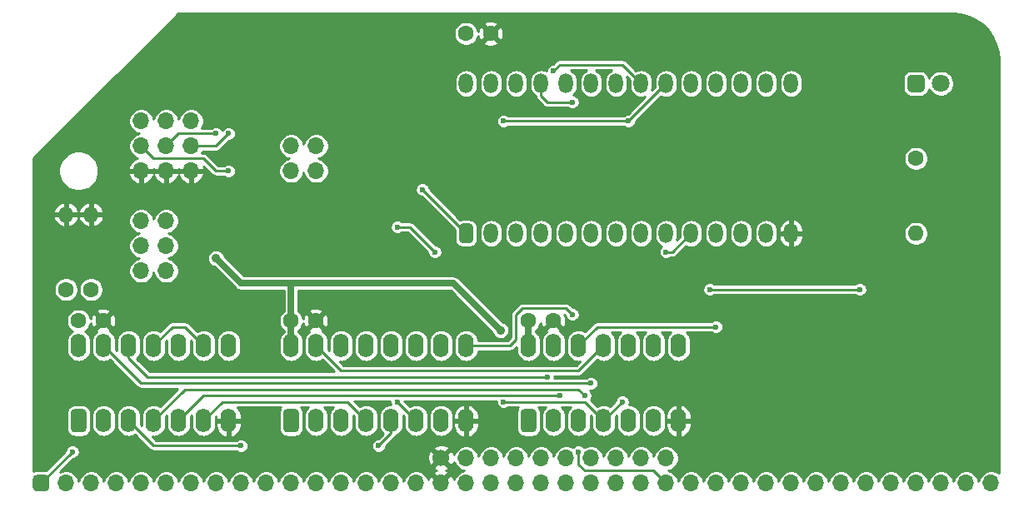
<source format=gbr>
%TF.GenerationSoftware,KiCad,Pcbnew,(5.1.6)-1*%
%TF.CreationDate,2020-12-08T19:16:15-08:00*%
%TF.ProjectId,rc-rom,72632d72-6f6d-42e6-9b69-6361645f7063,rev?*%
%TF.SameCoordinates,PX9157080PY9071968*%
%TF.FileFunction,Copper,L2,Bot*%
%TF.FilePolarity,Positive*%
%FSLAX46Y46*%
G04 Gerber Fmt 4.6, Leading zero omitted, Abs format (unit mm)*
G04 Created by KiCad (PCBNEW (5.1.6)-1) date 2020-12-08 19:16:15*
%MOMM*%
%LPD*%
G01*
G04 APERTURE LIST*
%TA.AperFunction,ComponentPad*%
%ADD10O,1.440000X2.000000*%
%TD*%
%TA.AperFunction,ComponentPad*%
%ADD11O,1.600000X2.400000*%
%TD*%
%TA.AperFunction,ComponentPad*%
%ADD12O,1.700000X1.700000*%
%TD*%
%TA.AperFunction,ComponentPad*%
%ADD13O,1.600000X1.600000*%
%TD*%
%TA.AperFunction,ComponentPad*%
%ADD14C,1.600000*%
%TD*%
%TA.AperFunction,ComponentPad*%
%ADD15C,1.800000*%
%TD*%
%TA.AperFunction,ComponentPad*%
%ADD16C,1.700000*%
%TD*%
%TA.AperFunction,ViaPad*%
%ADD17C,0.600000*%
%TD*%
%TA.AperFunction,ViaPad*%
%ADD18C,0.900001*%
%TD*%
%TA.AperFunction,Conductor*%
%ADD19C,0.508000*%
%TD*%
%TA.AperFunction,Conductor*%
%ADD20C,0.254000*%
%TD*%
%TA.AperFunction,Conductor*%
%ADD21C,0.635000*%
%TD*%
G04 APERTURE END LIST*
D10*
%TO.P,U1,15*%
%TO.N,D3*%
X77470000Y42240200D03*
%TO.P,U1,14*%
%TO.N,GND*%
X77470000Y27000200D03*
%TO.P,U1,16*%
%TO.N,D4*%
X74930000Y42240200D03*
%TO.P,U1,13*%
%TO.N,D2*%
X74930000Y27000200D03*
%TO.P,U1,17*%
%TO.N,D5*%
X72390000Y42240200D03*
%TO.P,U1,12*%
%TO.N,D1*%
X72390000Y27000200D03*
%TO.P,U1,18*%
%TO.N,D6*%
X69850000Y42240200D03*
%TO.P,U1,11*%
%TO.N,D0*%
X69850000Y27000200D03*
%TO.P,U1,19*%
%TO.N,D7*%
X67310000Y42240200D03*
%TO.P,U1,10*%
%TO.N,A0*%
X67310000Y27000200D03*
%TO.P,U1,20*%
%TO.N,PAGE*%
X64770000Y42240200D03*
%TO.P,U1,9*%
%TO.N,A1*%
X64770000Y27000200D03*
%TO.P,U1,21*%
%TO.N,A10*%
X62230000Y42240200D03*
%TO.P,U1,8*%
%TO.N,A2*%
X62230000Y27000200D03*
%TO.P,U1,22*%
%TO.N,~RD*%
X59690000Y42240200D03*
%TO.P,U1,7*%
%TO.N,A3*%
X59690000Y27000200D03*
%TO.P,U1,23*%
%TO.N,A11*%
X57150000Y42240200D03*
%TO.P,U1,6*%
%TO.N,A4*%
X57150000Y27000200D03*
%TO.P,U1,24*%
%TO.N,A9*%
X54610000Y42240200D03*
%TO.P,U1,5*%
%TO.N,A5*%
X54610000Y27000200D03*
%TO.P,U1,25*%
%TO.N,A8*%
X52070000Y42240200D03*
%TO.P,U1,4*%
%TO.N,A6*%
X52070000Y27000200D03*
%TO.P,U1,26*%
%TO.N,ROM_A13*%
X49530000Y42240200D03*
%TO.P,U1,3*%
%TO.N,A7*%
X49530000Y27000200D03*
%TO.P,U1,27*%
%TO.N,/ROM_A14'*%
X46990000Y42240200D03*
%TO.P,U1,2*%
%TO.N,A12*%
X46990000Y27000200D03*
%TO.P,U1,28*%
%TO.N,+5V*%
X44450000Y42240200D03*
%TO.P,U1,1*%
%TO.N,/ROM_A15'*%
%TA.AperFunction,ComponentPad*%
G36*
G01*
X44810000Y26000200D02*
X44090000Y26000200D01*
G75*
G02*
X43730000Y26360200I0J360000D01*
G01*
X43730000Y27640200D01*
G75*
G02*
X44090000Y28000200I360000J0D01*
G01*
X44810000Y28000200D01*
G75*
G02*
X45170000Y27640200I0J-360000D01*
G01*
X45170000Y26360200D01*
G75*
G02*
X44810000Y26000200I-360000J0D01*
G01*
G37*
%TD.AperFunction*%
%TD*%
D11*
%TO.P,U3,14*%
%TO.N,+5V*%
X50800000Y15570200D03*
%TO.P,U3,7*%
%TO.N,GND*%
X66040000Y7950200D03*
%TO.P,U3,13*%
%TO.N,~RESET*%
X53340000Y15570200D03*
%TO.P,U3,6*%
%TO.N,Net-(U3-Pad6)*%
X63500000Y7950200D03*
%TO.P,U3,12*%
%TO.N,D0*%
X55880000Y15570200D03*
%TO.P,U3,5*%
%TO.N,/~ROM_EN*%
X60960000Y7950200D03*
%TO.P,U3,11*%
%TO.N,/~LED_CFG*%
X58420000Y15570200D03*
%TO.P,U3,4*%
%TO.N,+5V*%
X58420000Y7950200D03*
%TO.P,U3,10*%
X60960000Y15570200D03*
%TO.P,U3,3*%
%TO.N,/~ROM_CFG*%
X55880000Y7950200D03*
%TO.P,U3,9*%
%TO.N,/~LED*%
X63500000Y15570200D03*
%TO.P,U3,2*%
%TO.N,D0*%
X53340000Y7950200D03*
%TO.P,U3,8*%
%TO.N,Net-(U3-Pad8)*%
X66040000Y15570200D03*
%TO.P,U3,1*%
%TO.N,~RESET*%
%TA.AperFunction,ComponentPad*%
G36*
G01*
X51200000Y6750200D02*
X50400000Y6750200D01*
G75*
G02*
X50000000Y7150200I0J400000D01*
G01*
X50000000Y8750200D01*
G75*
G02*
X50400000Y9150200I400000J0D01*
G01*
X51200000Y9150200D01*
G75*
G02*
X51600000Y8750200I0J-400000D01*
G01*
X51600000Y7150200D01*
G75*
G02*
X51200000Y6750200I-400000J0D01*
G01*
G37*
%TD.AperFunction*%
%TD*%
%TO.P,U2,16*%
%TO.N,+5V*%
X26670000Y15570200D03*
%TO.P,U2,8*%
%TO.N,GND*%
X44450000Y7950200D03*
%TO.P,U2,15*%
%TO.N,/~LED_CFG*%
X29210000Y15570200D03*
%TO.P,U2,7*%
%TO.N,Net-(U2-Pad7)*%
X41910000Y7950200D03*
%TO.P,U2,14*%
%TO.N,Net-(U2-Pad14)*%
X31750000Y15570200D03*
%TO.P,U2,6*%
%TO.N,A3*%
X39370000Y7950200D03*
%TO.P,U2,13*%
%TO.N,Net-(U2-Pad13)*%
X34290000Y15570200D03*
%TO.P,U2,5*%
%TO.N,A2*%
X36830000Y7950200D03*
%TO.P,U2,12*%
%TO.N,Net-(U2-Pad12)*%
X36830000Y15570200D03*
%TO.P,U2,4*%
%TO.N,/~IOWR*%
X34290000Y7950200D03*
%TO.P,U2,11*%
%TO.N,Net-(U2-Pad11)*%
X39370000Y15570200D03*
%TO.P,U2,3*%
%TO.N,A4*%
X31750000Y7950200D03*
%TO.P,U2,10*%
%TO.N,Net-(U2-Pad10)*%
X41910000Y15570200D03*
%TO.P,U2,2*%
%TO.N,A5*%
X29210000Y7950200D03*
%TO.P,U2,9*%
%TO.N,/~ROM_CFG*%
X44450000Y15570200D03*
%TO.P,U2,1*%
%TO.N,A6*%
%TA.AperFunction,ComponentPad*%
G36*
G01*
X27070000Y6750200D02*
X26270000Y6750200D01*
G75*
G02*
X25870000Y7150200I0J400000D01*
G01*
X25870000Y8750200D01*
G75*
G02*
X26270000Y9150200I400000J0D01*
G01*
X27070000Y9150200D01*
G75*
G02*
X27470000Y8750200I0J-400000D01*
G01*
X27470000Y7150200D01*
G75*
G02*
X27070000Y6750200I-400000J0D01*
G01*
G37*
%TD.AperFunction*%
%TD*%
D12*
%TO.P,JP6,4*%
%TO.N,ROM_A14*%
X29210000Y35890200D03*
%TO.P,JP6,3*%
%TO.N,/ROM_A15'*%
X29210000Y33350200D03*
%TO.P,JP6,2*%
%TO.N,/ROM_A14'*%
X26670000Y35890200D03*
%TO.P,JP6,1*%
%TO.N,ROM_A15*%
X26670000Y33350200D03*
%TD*%
%TO.P,U4,1*%
%TO.N,/SZ1*%
%TA.AperFunction,ComponentPad*%
G36*
G01*
X5480000Y6750200D02*
X4680000Y6750200D01*
G75*
G02*
X4280000Y7150200I0J400000D01*
G01*
X4280000Y8750200D01*
G75*
G02*
X4680000Y9150200I400000J0D01*
G01*
X5480000Y9150200D01*
G75*
G02*
X5880000Y8750200I0J-400000D01*
G01*
X5880000Y7150200D01*
G75*
G02*
X5480000Y6750200I-400000J0D01*
G01*
G37*
%TD.AperFunction*%
D11*
%TO.P,U4,8*%
%TO.N,A15*%
X20320000Y15570200D03*
%TO.P,U4,2*%
%TO.N,/SZ2*%
X7620000Y7950200D03*
%TO.P,U4,9*%
%TO.N,~ROM_CS*%
X17780000Y15570200D03*
%TO.P,U4,3*%
%TO.N,A7*%
X10160000Y7950200D03*
%TO.P,U4,10*%
%TO.N,PAGE*%
X15240000Y15570200D03*
%TO.P,U4,4*%
%TO.N,~WR*%
X12700000Y7950200D03*
%TO.P,U4,11*%
%TO.N,~ROM_CS*%
X12700000Y15570200D03*
%TO.P,U4,5*%
%TO.N,~IOREQ*%
X15240000Y7950200D03*
%TO.P,U4,12*%
%TO.N,~MREQ*%
X10160000Y15570200D03*
%TO.P,U4,6*%
%TO.N,/~IOWR*%
X17780000Y7950200D03*
%TO.P,U4,13*%
%TO.N,/~ROM_EN*%
X7620000Y15570200D03*
%TO.P,U4,7*%
%TO.N,GND*%
X20320000Y7950200D03*
%TO.P,U4,14*%
%TO.N,+5V*%
X5080000Y15570200D03*
%TD*%
D13*
%TO.P,R3,2*%
%TO.N,/~LED*%
X90170000Y27000200D03*
D14*
%TO.P,R3,1*%
%TO.N,/~LED'*%
X90170000Y34620200D03*
%TD*%
D13*
%TO.P,R2,2*%
%TO.N,GND*%
X6350000Y28905200D03*
D14*
%TO.P,R2,1*%
%TO.N,/SZ2*%
X6350000Y21285200D03*
%TD*%
D13*
%TO.P,R1,2*%
%TO.N,GND*%
X3810000Y28905200D03*
D14*
%TO.P,R1,1*%
%TO.N,/SZ1*%
X3810000Y21285200D03*
%TD*%
D12*
%TO.P,JP5,3*%
%TO.N,GND*%
X16510000Y33350200D03*
%TO.P,JP5,2*%
%TO.N,ROM_A13*%
X16510000Y35890200D03*
%TO.P,JP5,1*%
%TO.N,+5V*%
X16510000Y38430200D03*
%TD*%
%TO.P,JP4,3*%
%TO.N,GND*%
X13970000Y33350200D03*
%TO.P,JP4,2*%
%TO.N,ROM_A14*%
X13970000Y35890200D03*
%TO.P,JP4,1*%
%TO.N,+5V*%
X13970000Y38430200D03*
%TD*%
%TO.P,JP3,3*%
%TO.N,GND*%
X11430000Y33350200D03*
%TO.P,JP3,2*%
%TO.N,ROM_A15*%
X11430000Y35890200D03*
%TO.P,JP3,1*%
%TO.N,+5V*%
X11430000Y38430200D03*
%TD*%
%TO.P,JP2,3*%
%TO.N,/SZ2*%
X13970000Y23190200D03*
%TO.P,JP2,2*%
%TO.N,A13*%
X13970000Y25730200D03*
%TO.P,JP2,1*%
%TO.N,ROM_A13*%
X13970000Y28270200D03*
%TD*%
%TO.P,JP1,3*%
%TO.N,/SZ1*%
X11430000Y23190200D03*
%TO.P,JP1,2*%
%TO.N,A14*%
X11430000Y25730200D03*
%TO.P,JP1,1*%
%TO.N,ROM_A14*%
X11430000Y28270200D03*
%TD*%
D15*
%TO.P,D1,2*%
%TO.N,+5V*%
X92710000Y42240200D03*
%TO.P,D1,1*%
%TO.N,/~LED'*%
%TA.AperFunction,ComponentPad*%
G36*
G01*
X89270000Y41790200D02*
X89270000Y42690200D01*
G75*
G02*
X89720000Y43140200I450000J0D01*
G01*
X90620000Y43140200D01*
G75*
G02*
X91070000Y42690200I0J-450000D01*
G01*
X91070000Y41790200D01*
G75*
G02*
X90620000Y41340200I-450000J0D01*
G01*
X89720000Y41340200D01*
G75*
G02*
X89270000Y41790200I0J450000D01*
G01*
G37*
%TD.AperFunction*%
%TD*%
D14*
%TO.P,C4,2*%
%TO.N,GND*%
X7580000Y18110200D03*
%TO.P,C4,1*%
%TO.N,+5V*%
X5080000Y18110200D03*
%TD*%
%TO.P,C3,2*%
%TO.N,GND*%
X53300000Y18110200D03*
%TO.P,C3,1*%
%TO.N,+5V*%
X50800000Y18110200D03*
%TD*%
%TO.P,C2,2*%
%TO.N,GND*%
X29170000Y18110200D03*
%TO.P,C2,1*%
%TO.N,+5V*%
X26670000Y18110200D03*
%TD*%
%TO.P,C1,2*%
%TO.N,GND*%
X46950000Y47320200D03*
%TO.P,C1,1*%
%TO.N,+5V*%
X44450000Y47320200D03*
%TD*%
D12*
%TO.P,J2,10*%
%TO.N,Net-(J2-Pad10)*%
X64770000Y4140200D03*
%TO.P,J2,9*%
%TO.N,Net-(J2-Pad9)*%
X62230000Y4140200D03*
%TO.P,J2,8*%
%TO.N,Net-(J2-Pad8)*%
X59690000Y4140200D03*
%TO.P,J2,7*%
%TO.N,Net-(J2-Pad7)*%
X57150000Y4140200D03*
%TO.P,J2,6*%
%TO.N,Net-(J2-Pad6)*%
X54610000Y4140200D03*
%TO.P,J2,5*%
%TO.N,Net-(J2-Pad5)*%
X52070000Y4140200D03*
%TO.P,J2,4*%
%TO.N,PAGE*%
X49530000Y4140200D03*
%TO.P,J2,3*%
%TO.N,Net-(J2-Pad3)*%
X46990000Y4140200D03*
%TO.P,J2,2*%
%TO.N,+5V*%
X44450000Y4140200D03*
D16*
%TO.P,J2,1*%
%TO.N,GND*%
X41910000Y4140200D03*
%TD*%
D12*
%TO.P,J1,39*%
%TO.N,Net-(J1-Pad39)*%
X97790000Y1600200D03*
%TO.P,J1,38*%
%TO.N,Net-(J1-Pad38)*%
X95250000Y1600200D03*
%TO.P,J1,37*%
%TO.N,Net-(J1-Pad37)*%
X92710000Y1600200D03*
%TO.P,J1,36*%
%TO.N,Net-(J1-Pad36)*%
X90170000Y1600200D03*
%TO.P,J1,35*%
%TO.N,Net-(J1-Pad35)*%
X87630000Y1600200D03*
%TO.P,J1,34*%
%TO.N,D7*%
X85090000Y1600200D03*
%TO.P,J1,33*%
%TO.N,D6*%
X82550000Y1600200D03*
%TO.P,J1,32*%
%TO.N,D5*%
X80010000Y1600200D03*
%TO.P,J1,31*%
%TO.N,D4*%
X77470000Y1600200D03*
%TO.P,J1,30*%
%TO.N,D3*%
X74930000Y1600200D03*
%TO.P,J1,29*%
%TO.N,D2*%
X72390000Y1600200D03*
%TO.P,J1,28*%
%TO.N,D1*%
X69850000Y1600200D03*
%TO.P,J1,27*%
%TO.N,D0*%
X67310000Y1600200D03*
%TO.P,J1,26*%
%TO.N,~IOREQ*%
X64770000Y1600200D03*
%TO.P,J1,25*%
%TO.N,~RD*%
X62230000Y1600200D03*
%TO.P,J1,24*%
%TO.N,~WR*%
X59690000Y1600200D03*
%TO.P,J1,23*%
%TO.N,~MREQ*%
X57150000Y1600200D03*
%TO.P,J1,22*%
%TO.N,Net-(J1-Pad22)*%
X54610000Y1600200D03*
%TO.P,J1,21*%
%TO.N,Net-(J1-Pad21)*%
X52070000Y1600200D03*
%TO.P,J1,20*%
%TO.N,~RESET*%
X49530000Y1600200D03*
%TO.P,J1,19*%
%TO.N,Net-(J1-Pad19)*%
X46990000Y1600200D03*
%TO.P,J1,18*%
%TO.N,+5V*%
X44450000Y1600200D03*
%TO.P,J1,17*%
%TO.N,GND*%
X41910000Y1600200D03*
%TO.P,J1,16*%
%TO.N,A0*%
X39370000Y1600200D03*
%TO.P,J1,15*%
%TO.N,A1*%
X36830000Y1600200D03*
%TO.P,J1,14*%
%TO.N,A2*%
X34290000Y1600200D03*
%TO.P,J1,13*%
%TO.N,A3*%
X31750000Y1600200D03*
%TO.P,J1,12*%
%TO.N,A4*%
X29210000Y1600200D03*
%TO.P,J1,11*%
%TO.N,A5*%
X26670000Y1600200D03*
%TO.P,J1,10*%
%TO.N,A6*%
X24130000Y1600200D03*
%TO.P,J1,9*%
%TO.N,A7*%
X21590000Y1600200D03*
%TO.P,J1,8*%
%TO.N,A8*%
X19050000Y1600200D03*
%TO.P,J1,7*%
%TO.N,A9*%
X16510000Y1600200D03*
%TO.P,J1,6*%
%TO.N,A10*%
X13970000Y1600200D03*
%TO.P,J1,5*%
%TO.N,A11*%
X11430000Y1600200D03*
%TO.P,J1,4*%
%TO.N,A12*%
X8890000Y1600200D03*
%TO.P,J1,3*%
%TO.N,A13*%
X6350000Y1600200D03*
%TO.P,J1,2*%
%TO.N,A14*%
X3810000Y1600200D03*
%TO.P,J1,1*%
%TO.N,A15*%
%TA.AperFunction,ComponentPad*%
G36*
G01*
X1695000Y750200D02*
X845000Y750200D01*
G75*
G02*
X420000Y1175200I0J425000D01*
G01*
X420000Y2025200D01*
G75*
G02*
X845000Y2450200I425000J0D01*
G01*
X1695000Y2450200D01*
G75*
G02*
X2120000Y2025200I0J-425000D01*
G01*
X2120000Y1175200D01*
G75*
G02*
X1695000Y750200I-425000J0D01*
G01*
G37*
%TD.AperFunction*%
%TD*%
D17*
%TO.N,D0*%
X69850000Y17475200D03*
%TO.N,~IOREQ*%
X53975000Y10490200D03*
X55880000Y4775200D03*
%TO.N,~WR*%
X56515000Y10490200D03*
%TO.N,~MREQ*%
X52705000Y12395200D03*
%TO.N,+5V*%
X60325000Y9855200D03*
X48260000Y9855200D03*
D18*
X19050000Y24460200D03*
X47942500Y17157700D03*
D17*
%TO.N,A0*%
X64770000Y25095200D03*
%TO.N,A2*%
X35560000Y5410200D03*
%TO.N,A3*%
X37465000Y9855200D03*
%TO.N,A7*%
X21590000Y5410200D03*
%TO.N,A8*%
X55245000Y40335200D03*
%TO.N,A10*%
X53340000Y43510200D03*
%TO.N,A12*%
X41275000Y25095200D03*
X37465000Y27635200D03*
%TO.N,A15*%
X4445000Y4775200D03*
%TO.N,PAGE*%
X60960000Y38430200D03*
X48260000Y38430200D03*
%TO.N,ROM_A13*%
X20320000Y37160200D03*
%TO.N,ROM_A14*%
X19050000Y37160200D03*
%TO.N,ROM_A15*%
X20320000Y33350200D03*
%TO.N,/~ROM_CFG*%
X55245000Y18745200D03*
%TO.N,/~ROM_EN*%
X57150000Y11760200D03*
%TO.N,/ROM_A15'*%
X40005001Y31445201D03*
%TO.N,/~LED*%
X69215000Y21285200D03*
X84455000Y21285200D03*
%TD*%
D19*
%TO.N,GND*%
X41910000Y1600200D02*
X40640000Y2870200D01*
X41910000Y1600200D02*
X43180000Y2870200D01*
D20*
%TO.N,D0*%
X55880000Y15570200D02*
X57785000Y17475200D01*
X57785000Y17475200D02*
X69850000Y17475200D01*
%TO.N,~IOREQ*%
X17780000Y10490200D02*
X53975000Y10490200D01*
X15240000Y7950200D02*
X17780000Y10490200D01*
X55880000Y3505200D02*
X55880000Y4775200D01*
X56515000Y2870200D02*
X55880000Y3505200D01*
X63500000Y2870200D02*
X56515000Y2870200D01*
X64770000Y1600200D02*
X63500000Y2870200D01*
%TO.N,~WR*%
X55880000Y11125200D02*
X56515000Y10490200D01*
X15875000Y11125200D02*
X55880000Y11125200D01*
X12700000Y7950200D02*
X15875000Y11125200D01*
%TO.N,~MREQ*%
X12065000Y12395200D02*
X52705000Y12395200D01*
X52705000Y12395200D02*
X52705002Y12395202D01*
X10160000Y15570200D02*
X10160000Y14300200D01*
X10160000Y14300200D02*
X12065000Y12395200D01*
D21*
%TO.N,+5V*%
X26670000Y18110200D02*
X26670000Y15570200D01*
X50800000Y18110200D02*
X50800000Y15570200D01*
D20*
X58420000Y7950200D02*
X60325000Y9855200D01*
X58420000Y7950200D02*
X56515000Y9855200D01*
X56515000Y9855200D02*
X48260000Y9855200D01*
D21*
X21590000Y21920200D02*
X19050000Y24460200D01*
X26670000Y18110200D02*
X26670000Y21920200D01*
X26670000Y21920200D02*
X21590000Y21920200D01*
X43180000Y21920200D02*
X47942500Y17157700D01*
X26670000Y21920200D02*
X43180002Y21920200D01*
D20*
%TO.N,A0*%
X67310000Y27000200D02*
X65405000Y25095200D01*
X65405000Y25095200D02*
X64770000Y25095200D01*
%TO.N,A2*%
X36830000Y6680200D02*
X36830000Y7950200D01*
X35560000Y5410200D02*
X36830000Y6680200D01*
%TO.N,A3*%
X39370000Y7950200D02*
X37465000Y9855200D01*
%TO.N,A7*%
X10160000Y7950200D02*
X12700000Y5410200D01*
X12700000Y5410200D02*
X21590000Y5410200D01*
%TO.N,A8*%
X52705000Y40335200D02*
X55245000Y40335200D01*
X52070000Y42240200D02*
X52070000Y40970200D01*
X52070000Y40970200D02*
X52705000Y40335200D01*
%TO.N,A10*%
X53340000Y43510200D02*
X53975000Y44145200D01*
X60325000Y44145200D02*
X62230000Y42240200D01*
X53975000Y44145200D02*
X60325000Y44145200D01*
%TO.N,A12*%
X38100000Y27635200D02*
X37465000Y27635200D01*
X41275000Y25095200D02*
X38735000Y27635200D01*
X38735000Y27635200D02*
X38100000Y27635200D01*
%TO.N,A15*%
X1270000Y1600200D02*
X4445000Y4775200D01*
%TO.N,PAGE*%
X64770000Y42240200D02*
X60960000Y38430200D01*
X60960000Y38430200D02*
X48260000Y38430200D01*
%TO.N,ROM_A13*%
X16510000Y35890200D02*
X19050000Y35890200D01*
X19050000Y35890200D02*
X20320000Y37160200D01*
%TO.N,ROM_A14*%
X15240000Y37160200D02*
X19050000Y37160200D01*
X13970000Y35890200D02*
X15240000Y37160200D01*
%TO.N,ROM_A15*%
X19050000Y33350200D02*
X20320000Y33350200D01*
X19050000Y33350200D02*
X17780000Y34620200D01*
X11618057Y35436191D02*
X11430000Y35436191D01*
X11751033Y35569167D02*
X11618057Y35436191D01*
X12700000Y34620200D02*
X11430000Y35890200D01*
X17780000Y34620200D02*
X12700000Y34620200D01*
%TO.N,/~LED_CFG*%
X58420000Y15570200D02*
X58102500Y15570200D01*
X31750000Y13030200D02*
X29210000Y15570200D01*
X58420000Y15570200D02*
X55880000Y13030200D01*
X55880000Y13030200D02*
X31750000Y13030200D01*
%TO.N,/~ROM_CFG*%
X48895000Y15570200D02*
X44450000Y15570200D01*
X54610000Y19380200D02*
X50165000Y19380200D01*
X49530000Y16205200D02*
X48895000Y15570200D01*
X55245000Y18745200D02*
X54610000Y19380200D01*
X50165000Y19380200D02*
X49530000Y18745200D01*
X49530000Y18745200D02*
X49530000Y16205200D01*
%TO.N,/~ROM_EN*%
X7620000Y15570200D02*
X11430000Y11760200D01*
X11430000Y11760200D02*
X57150000Y11760200D01*
%TO.N,~ROM_CS*%
X12700000Y15570200D02*
X14605000Y17475200D01*
X14605000Y17475200D02*
X15875000Y17475200D01*
X15875000Y17475200D02*
X17780000Y15570200D01*
%TO.N,/~IOWR*%
X17780000Y7950200D02*
X19685000Y9855200D01*
X32385000Y9855200D02*
X34290000Y7950200D01*
X19685000Y9855200D02*
X32385000Y9855200D01*
%TO.N,/ROM_A15'*%
X44450000Y27000200D02*
X40305000Y31145202D01*
X40305000Y31145202D02*
X40005001Y31445201D01*
%TO.N,/~LED*%
X69215000Y21285200D02*
X84455000Y21285200D01*
%TD*%
%TO.N,GND*%
G36*
X42037000Y1727200D02*
G01*
X42057000Y1727200D01*
X42057000Y1473200D01*
X42037000Y1473200D01*
X42037000Y1453200D01*
X41783000Y1453200D01*
X41783000Y1473200D01*
X41763000Y1473200D01*
X41763000Y1727200D01*
X41783000Y1727200D01*
X41783000Y1747200D01*
X42037000Y1747200D01*
X42037000Y1727200D01*
G37*
X42037000Y1727200D02*
X42057000Y1727200D01*
X42057000Y1473200D01*
X42037000Y1473200D01*
X42037000Y1453200D01*
X41783000Y1453200D01*
X41783000Y1473200D01*
X41763000Y1473200D01*
X41763000Y1727200D01*
X41783000Y1727200D01*
X41783000Y1747200D01*
X42037000Y1747200D01*
X42037000Y1727200D01*
G36*
X94730956Y49280497D02*
G01*
X95517463Y49069754D01*
X96255433Y48725633D01*
X96922429Y48258597D01*
X97498197Y47682829D01*
X97965233Y47015833D01*
X98309354Y46277863D01*
X98520098Y45491355D01*
X98594600Y44639789D01*
X98594601Y2604191D01*
X98397160Y2736116D01*
X98163887Y2832741D01*
X97916246Y2882000D01*
X97663754Y2882000D01*
X97416113Y2832741D01*
X97182840Y2736116D01*
X96972900Y2595839D01*
X96794361Y2417300D01*
X96654084Y2207360D01*
X96557459Y1974087D01*
X96520000Y1785768D01*
X96482541Y1974087D01*
X96385916Y2207360D01*
X96245639Y2417300D01*
X96067100Y2595839D01*
X95857160Y2736116D01*
X95623887Y2832741D01*
X95376246Y2882000D01*
X95123754Y2882000D01*
X94876113Y2832741D01*
X94642840Y2736116D01*
X94432900Y2595839D01*
X94254361Y2417300D01*
X94114084Y2207360D01*
X94017459Y1974087D01*
X93980000Y1785768D01*
X93942541Y1974087D01*
X93845916Y2207360D01*
X93705639Y2417300D01*
X93527100Y2595839D01*
X93317160Y2736116D01*
X93083887Y2832741D01*
X92836246Y2882000D01*
X92583754Y2882000D01*
X92336113Y2832741D01*
X92102840Y2736116D01*
X91892900Y2595839D01*
X91714361Y2417300D01*
X91574084Y2207360D01*
X91477459Y1974087D01*
X91440000Y1785768D01*
X91402541Y1974087D01*
X91305916Y2207360D01*
X91165639Y2417300D01*
X90987100Y2595839D01*
X90777160Y2736116D01*
X90543887Y2832741D01*
X90296246Y2882000D01*
X90043754Y2882000D01*
X89796113Y2832741D01*
X89562840Y2736116D01*
X89352900Y2595839D01*
X89174361Y2417300D01*
X89034084Y2207360D01*
X88937459Y1974087D01*
X88900000Y1785768D01*
X88862541Y1974087D01*
X88765916Y2207360D01*
X88625639Y2417300D01*
X88447100Y2595839D01*
X88237160Y2736116D01*
X88003887Y2832741D01*
X87756246Y2882000D01*
X87503754Y2882000D01*
X87256113Y2832741D01*
X87022840Y2736116D01*
X86812900Y2595839D01*
X86634361Y2417300D01*
X86494084Y2207360D01*
X86397459Y1974087D01*
X86360000Y1785768D01*
X86322541Y1974087D01*
X86225916Y2207360D01*
X86085639Y2417300D01*
X85907100Y2595839D01*
X85697160Y2736116D01*
X85463887Y2832741D01*
X85216246Y2882000D01*
X84963754Y2882000D01*
X84716113Y2832741D01*
X84482840Y2736116D01*
X84272900Y2595839D01*
X84094361Y2417300D01*
X83954084Y2207360D01*
X83857459Y1974087D01*
X83820000Y1785768D01*
X83782541Y1974087D01*
X83685916Y2207360D01*
X83545639Y2417300D01*
X83367100Y2595839D01*
X83157160Y2736116D01*
X82923887Y2832741D01*
X82676246Y2882000D01*
X82423754Y2882000D01*
X82176113Y2832741D01*
X81942840Y2736116D01*
X81732900Y2595839D01*
X81554361Y2417300D01*
X81414084Y2207360D01*
X81317459Y1974087D01*
X81280000Y1785768D01*
X81242541Y1974087D01*
X81145916Y2207360D01*
X81005639Y2417300D01*
X80827100Y2595839D01*
X80617160Y2736116D01*
X80383887Y2832741D01*
X80136246Y2882000D01*
X79883754Y2882000D01*
X79636113Y2832741D01*
X79402840Y2736116D01*
X79192900Y2595839D01*
X79014361Y2417300D01*
X78874084Y2207360D01*
X78777459Y1974087D01*
X78740000Y1785768D01*
X78702541Y1974087D01*
X78605916Y2207360D01*
X78465639Y2417300D01*
X78287100Y2595839D01*
X78077160Y2736116D01*
X77843887Y2832741D01*
X77596246Y2882000D01*
X77343754Y2882000D01*
X77096113Y2832741D01*
X76862840Y2736116D01*
X76652900Y2595839D01*
X76474361Y2417300D01*
X76334084Y2207360D01*
X76237459Y1974087D01*
X76200000Y1785768D01*
X76162541Y1974087D01*
X76065916Y2207360D01*
X75925639Y2417300D01*
X75747100Y2595839D01*
X75537160Y2736116D01*
X75303887Y2832741D01*
X75056246Y2882000D01*
X74803754Y2882000D01*
X74556113Y2832741D01*
X74322840Y2736116D01*
X74112900Y2595839D01*
X73934361Y2417300D01*
X73794084Y2207360D01*
X73697459Y1974087D01*
X73660000Y1785768D01*
X73622541Y1974087D01*
X73525916Y2207360D01*
X73385639Y2417300D01*
X73207100Y2595839D01*
X72997160Y2736116D01*
X72763887Y2832741D01*
X72516246Y2882000D01*
X72263754Y2882000D01*
X72016113Y2832741D01*
X71782840Y2736116D01*
X71572900Y2595839D01*
X71394361Y2417300D01*
X71254084Y2207360D01*
X71157459Y1974087D01*
X71120000Y1785768D01*
X71082541Y1974087D01*
X70985916Y2207360D01*
X70845639Y2417300D01*
X70667100Y2595839D01*
X70457160Y2736116D01*
X70223887Y2832741D01*
X69976246Y2882000D01*
X69723754Y2882000D01*
X69476113Y2832741D01*
X69242840Y2736116D01*
X69032900Y2595839D01*
X68854361Y2417300D01*
X68714084Y2207360D01*
X68617459Y1974087D01*
X68580000Y1785768D01*
X68542541Y1974087D01*
X68445916Y2207360D01*
X68305639Y2417300D01*
X68127100Y2595839D01*
X67917160Y2736116D01*
X67683887Y2832741D01*
X67436246Y2882000D01*
X67183754Y2882000D01*
X66936113Y2832741D01*
X66702840Y2736116D01*
X66492900Y2595839D01*
X66314361Y2417300D01*
X66174084Y2207360D01*
X66077459Y1974087D01*
X66040000Y1785768D01*
X66002541Y1974087D01*
X65905916Y2207360D01*
X65765639Y2417300D01*
X65587100Y2595839D01*
X65377160Y2736116D01*
X65143887Y2832741D01*
X64955568Y2870200D01*
X65143887Y2907659D01*
X65377160Y3004284D01*
X65587100Y3144561D01*
X65765639Y3323100D01*
X65905916Y3533040D01*
X66002541Y3766313D01*
X66051800Y4013954D01*
X66051800Y4266446D01*
X66002541Y4514087D01*
X65905916Y4747360D01*
X65765639Y4957300D01*
X65587100Y5135839D01*
X65377160Y5276116D01*
X65143887Y5372741D01*
X64896246Y5422000D01*
X64643754Y5422000D01*
X64396113Y5372741D01*
X64162840Y5276116D01*
X63952900Y5135839D01*
X63774361Y4957300D01*
X63634084Y4747360D01*
X63537459Y4514087D01*
X63500000Y4325768D01*
X63462541Y4514087D01*
X63365916Y4747360D01*
X63225639Y4957300D01*
X63047100Y5135839D01*
X62837160Y5276116D01*
X62603887Y5372741D01*
X62356246Y5422000D01*
X62103754Y5422000D01*
X61856113Y5372741D01*
X61622840Y5276116D01*
X61412900Y5135839D01*
X61234361Y4957300D01*
X61094084Y4747360D01*
X60997459Y4514087D01*
X60960000Y4325768D01*
X60922541Y4514087D01*
X60825916Y4747360D01*
X60685639Y4957300D01*
X60507100Y5135839D01*
X60297160Y5276116D01*
X60063887Y5372741D01*
X59816246Y5422000D01*
X59563754Y5422000D01*
X59316113Y5372741D01*
X59082840Y5276116D01*
X58872900Y5135839D01*
X58694361Y4957300D01*
X58554084Y4747360D01*
X58457459Y4514087D01*
X58420000Y4325768D01*
X58382541Y4514087D01*
X58285916Y4747360D01*
X58145639Y4957300D01*
X57967100Y5135839D01*
X57757160Y5276116D01*
X57523887Y5372741D01*
X57276246Y5422000D01*
X57023754Y5422000D01*
X56776113Y5372741D01*
X56542840Y5276116D01*
X56461667Y5221878D01*
X56448426Y5241695D01*
X56346495Y5343626D01*
X56226637Y5423713D01*
X56093458Y5478877D01*
X55952076Y5507000D01*
X55807924Y5507000D01*
X55666542Y5478877D01*
X55533363Y5423713D01*
X55413505Y5343626D01*
X55311574Y5241695D01*
X55298333Y5221878D01*
X55217160Y5276116D01*
X54983887Y5372741D01*
X54736246Y5422000D01*
X54483754Y5422000D01*
X54236113Y5372741D01*
X54002840Y5276116D01*
X53792900Y5135839D01*
X53614361Y4957300D01*
X53474084Y4747360D01*
X53377459Y4514087D01*
X53340000Y4325768D01*
X53302541Y4514087D01*
X53205916Y4747360D01*
X53065639Y4957300D01*
X52887100Y5135839D01*
X52677160Y5276116D01*
X52443887Y5372741D01*
X52196246Y5422000D01*
X51943754Y5422000D01*
X51696113Y5372741D01*
X51462840Y5276116D01*
X51252900Y5135839D01*
X51074361Y4957300D01*
X50934084Y4747360D01*
X50837459Y4514087D01*
X50800000Y4325768D01*
X50762541Y4514087D01*
X50665916Y4747360D01*
X50525639Y4957300D01*
X50347100Y5135839D01*
X50137160Y5276116D01*
X49903887Y5372741D01*
X49656246Y5422000D01*
X49403754Y5422000D01*
X49156113Y5372741D01*
X48922840Y5276116D01*
X48712900Y5135839D01*
X48534361Y4957300D01*
X48394084Y4747360D01*
X48297459Y4514087D01*
X48260000Y4325768D01*
X48222541Y4514087D01*
X48125916Y4747360D01*
X47985639Y4957300D01*
X47807100Y5135839D01*
X47597160Y5276116D01*
X47363887Y5372741D01*
X47116246Y5422000D01*
X46863754Y5422000D01*
X46616113Y5372741D01*
X46382840Y5276116D01*
X46172900Y5135839D01*
X45994361Y4957300D01*
X45854084Y4747360D01*
X45757459Y4514087D01*
X45720000Y4325768D01*
X45682541Y4514087D01*
X45585916Y4747360D01*
X45445639Y4957300D01*
X45267100Y5135839D01*
X45057160Y5276116D01*
X44823887Y5372741D01*
X44576246Y5422000D01*
X44323754Y5422000D01*
X44076113Y5372741D01*
X43842840Y5276116D01*
X43632900Y5135839D01*
X43454361Y4957300D01*
X43314084Y4747360D01*
X43218284Y4516079D01*
X43140716Y4729601D01*
X43083818Y4836048D01*
X42870277Y4920872D01*
X42089605Y4140200D01*
X42870277Y3359528D01*
X43083818Y3444352D01*
X43197017Y3686723D01*
X43217049Y3768373D01*
X43217459Y3766313D01*
X43314084Y3533040D01*
X43454361Y3323100D01*
X43632900Y3144561D01*
X43842840Y3004284D01*
X44076113Y2907659D01*
X44264432Y2870200D01*
X44076113Y2832741D01*
X43842840Y2736116D01*
X43632900Y2595839D01*
X43454361Y2417300D01*
X43314084Y2207360D01*
X43217459Y1974087D01*
X43215565Y1964566D01*
X43134529Y2187319D01*
X42996459Y2414931D01*
X42816637Y2611234D01*
X42601973Y2768683D01*
X42387381Y2868789D01*
X42499401Y2909484D01*
X42605848Y2966382D01*
X42690672Y3179923D01*
X41910000Y3960595D01*
X41129328Y3179923D01*
X41214152Y2966382D01*
X41427861Y2866570D01*
X41218027Y2768683D01*
X41003363Y2611234D01*
X40823541Y2414931D01*
X40685471Y2187319D01*
X40604435Y1964566D01*
X40602541Y1974087D01*
X40505916Y2207360D01*
X40365639Y2417300D01*
X40187100Y2595839D01*
X39977160Y2736116D01*
X39743887Y2832741D01*
X39496246Y2882000D01*
X39243754Y2882000D01*
X38996113Y2832741D01*
X38762840Y2736116D01*
X38552900Y2595839D01*
X38374361Y2417300D01*
X38234084Y2207360D01*
X38137459Y1974087D01*
X38100000Y1785768D01*
X38062541Y1974087D01*
X37965916Y2207360D01*
X37825639Y2417300D01*
X37647100Y2595839D01*
X37437160Y2736116D01*
X37203887Y2832741D01*
X36956246Y2882000D01*
X36703754Y2882000D01*
X36456113Y2832741D01*
X36222840Y2736116D01*
X36012900Y2595839D01*
X35834361Y2417300D01*
X35694084Y2207360D01*
X35597459Y1974087D01*
X35560000Y1785768D01*
X35522541Y1974087D01*
X35425916Y2207360D01*
X35285639Y2417300D01*
X35107100Y2595839D01*
X34897160Y2736116D01*
X34663887Y2832741D01*
X34416246Y2882000D01*
X34163754Y2882000D01*
X33916113Y2832741D01*
X33682840Y2736116D01*
X33472900Y2595839D01*
X33294361Y2417300D01*
X33154084Y2207360D01*
X33057459Y1974087D01*
X33020000Y1785768D01*
X32982541Y1974087D01*
X32885916Y2207360D01*
X32745639Y2417300D01*
X32567100Y2595839D01*
X32357160Y2736116D01*
X32123887Y2832741D01*
X31876246Y2882000D01*
X31623754Y2882000D01*
X31376113Y2832741D01*
X31142840Y2736116D01*
X30932900Y2595839D01*
X30754361Y2417300D01*
X30614084Y2207360D01*
X30517459Y1974087D01*
X30480000Y1785768D01*
X30442541Y1974087D01*
X30345916Y2207360D01*
X30205639Y2417300D01*
X30027100Y2595839D01*
X29817160Y2736116D01*
X29583887Y2832741D01*
X29336246Y2882000D01*
X29083754Y2882000D01*
X28836113Y2832741D01*
X28602840Y2736116D01*
X28392900Y2595839D01*
X28214361Y2417300D01*
X28074084Y2207360D01*
X27977459Y1974087D01*
X27940000Y1785768D01*
X27902541Y1974087D01*
X27805916Y2207360D01*
X27665639Y2417300D01*
X27487100Y2595839D01*
X27277160Y2736116D01*
X27043887Y2832741D01*
X26796246Y2882000D01*
X26543754Y2882000D01*
X26296113Y2832741D01*
X26062840Y2736116D01*
X25852900Y2595839D01*
X25674361Y2417300D01*
X25534084Y2207360D01*
X25437459Y1974087D01*
X25400000Y1785768D01*
X25362541Y1974087D01*
X25265916Y2207360D01*
X25125639Y2417300D01*
X24947100Y2595839D01*
X24737160Y2736116D01*
X24503887Y2832741D01*
X24256246Y2882000D01*
X24003754Y2882000D01*
X23756113Y2832741D01*
X23522840Y2736116D01*
X23312900Y2595839D01*
X23134361Y2417300D01*
X22994084Y2207360D01*
X22897459Y1974087D01*
X22860000Y1785768D01*
X22822541Y1974087D01*
X22725916Y2207360D01*
X22585639Y2417300D01*
X22407100Y2595839D01*
X22197160Y2736116D01*
X21963887Y2832741D01*
X21716246Y2882000D01*
X21463754Y2882000D01*
X21216113Y2832741D01*
X20982840Y2736116D01*
X20772900Y2595839D01*
X20594361Y2417300D01*
X20454084Y2207360D01*
X20357459Y1974087D01*
X20320000Y1785768D01*
X20282541Y1974087D01*
X20185916Y2207360D01*
X20045639Y2417300D01*
X19867100Y2595839D01*
X19657160Y2736116D01*
X19423887Y2832741D01*
X19176246Y2882000D01*
X18923754Y2882000D01*
X18676113Y2832741D01*
X18442840Y2736116D01*
X18232900Y2595839D01*
X18054361Y2417300D01*
X17914084Y2207360D01*
X17817459Y1974087D01*
X17780000Y1785768D01*
X17742541Y1974087D01*
X17645916Y2207360D01*
X17505639Y2417300D01*
X17327100Y2595839D01*
X17117160Y2736116D01*
X16883887Y2832741D01*
X16636246Y2882000D01*
X16383754Y2882000D01*
X16136113Y2832741D01*
X15902840Y2736116D01*
X15692900Y2595839D01*
X15514361Y2417300D01*
X15374084Y2207360D01*
X15277459Y1974087D01*
X15240000Y1785768D01*
X15202541Y1974087D01*
X15105916Y2207360D01*
X14965639Y2417300D01*
X14787100Y2595839D01*
X14577160Y2736116D01*
X14343887Y2832741D01*
X14096246Y2882000D01*
X13843754Y2882000D01*
X13596113Y2832741D01*
X13362840Y2736116D01*
X13152900Y2595839D01*
X12974361Y2417300D01*
X12834084Y2207360D01*
X12737459Y1974087D01*
X12700000Y1785768D01*
X12662541Y1974087D01*
X12565916Y2207360D01*
X12425639Y2417300D01*
X12247100Y2595839D01*
X12037160Y2736116D01*
X11803887Y2832741D01*
X11556246Y2882000D01*
X11303754Y2882000D01*
X11056113Y2832741D01*
X10822840Y2736116D01*
X10612900Y2595839D01*
X10434361Y2417300D01*
X10294084Y2207360D01*
X10197459Y1974087D01*
X10160000Y1785768D01*
X10122541Y1974087D01*
X10025916Y2207360D01*
X9885639Y2417300D01*
X9707100Y2595839D01*
X9497160Y2736116D01*
X9263887Y2832741D01*
X9016246Y2882000D01*
X8763754Y2882000D01*
X8516113Y2832741D01*
X8282840Y2736116D01*
X8072900Y2595839D01*
X7894361Y2417300D01*
X7754084Y2207360D01*
X7657459Y1974087D01*
X7620000Y1785768D01*
X7582541Y1974087D01*
X7485916Y2207360D01*
X7345639Y2417300D01*
X7167100Y2595839D01*
X6957160Y2736116D01*
X6723887Y2832741D01*
X6476246Y2882000D01*
X6223754Y2882000D01*
X5976113Y2832741D01*
X5742840Y2736116D01*
X5532900Y2595839D01*
X5354361Y2417300D01*
X5214084Y2207360D01*
X5117459Y1974087D01*
X5080000Y1785768D01*
X5042541Y1974087D01*
X4945916Y2207360D01*
X4805639Y2417300D01*
X4627100Y2595839D01*
X4417160Y2736116D01*
X4183887Y2832741D01*
X3936246Y2882000D01*
X3683754Y2882000D01*
X3436113Y2832741D01*
X3202840Y2736116D01*
X3182764Y2722702D01*
X4503463Y4043400D01*
X4517076Y4043400D01*
X4633904Y4066639D01*
X40547413Y4066639D01*
X40587946Y3802225D01*
X40679284Y3550799D01*
X40736182Y3444352D01*
X40949723Y3359528D01*
X41730395Y4140200D01*
X40949723Y4920872D01*
X40736182Y4836048D01*
X40622983Y4593677D01*
X40559244Y4333879D01*
X40547413Y4066639D01*
X4633904Y4066639D01*
X4658458Y4071523D01*
X4791637Y4126687D01*
X4911495Y4206774D01*
X5013426Y4308705D01*
X5093513Y4428563D01*
X5148677Y4561742D01*
X5176800Y4703124D01*
X5176800Y4847276D01*
X5148677Y4988658D01*
X5093513Y5121837D01*
X5013426Y5241695D01*
X4911495Y5343626D01*
X4791637Y5423713D01*
X4658458Y5478877D01*
X4517076Y5507000D01*
X4372924Y5507000D01*
X4231542Y5478877D01*
X4098363Y5423713D01*
X3978505Y5343626D01*
X3876574Y5241695D01*
X3796487Y5121837D01*
X3741323Y4988658D01*
X3713200Y4847276D01*
X3713200Y4833663D01*
X1757474Y2877936D01*
X1695000Y2884089D01*
X845000Y2884089D01*
X677439Y2867586D01*
X516317Y2818710D01*
X506800Y2813623D01*
X506800Y8750200D01*
X3846111Y8750200D01*
X3846111Y7150200D01*
X3862134Y6987516D01*
X3909587Y6831084D01*
X3986647Y6686916D01*
X4090351Y6560551D01*
X4216716Y6456847D01*
X4360884Y6379787D01*
X4517316Y6332334D01*
X4680000Y6316311D01*
X5480000Y6316311D01*
X5642684Y6332334D01*
X5799116Y6379787D01*
X5943284Y6456847D01*
X6069649Y6560551D01*
X6173353Y6686916D01*
X6250413Y6831084D01*
X6297866Y6987516D01*
X6313889Y7150200D01*
X6313889Y8410712D01*
X6388200Y8410712D01*
X6388200Y7489687D01*
X6406023Y7308725D01*
X6476459Y7076530D01*
X6590841Y6862537D01*
X6744773Y6674972D01*
X6932338Y6521040D01*
X7146331Y6406659D01*
X7378526Y6336223D01*
X7620000Y6312440D01*
X7861475Y6336223D01*
X8093670Y6406659D01*
X8307663Y6521040D01*
X8495228Y6674972D01*
X8649160Y6862537D01*
X8763541Y7076530D01*
X8833977Y7308726D01*
X8851800Y7489688D01*
X8851800Y8410713D01*
X8833977Y8591675D01*
X8763541Y8823870D01*
X8649160Y9037863D01*
X8495228Y9225428D01*
X8307662Y9379360D01*
X8093669Y9493741D01*
X7861474Y9564177D01*
X7620000Y9587960D01*
X7378525Y9564177D01*
X7146330Y9493741D01*
X6932337Y9379360D01*
X6744772Y9225428D01*
X6590840Y9037862D01*
X6476459Y8823869D01*
X6406023Y8591674D01*
X6388200Y8410712D01*
X6313889Y8410712D01*
X6313889Y8750200D01*
X6297866Y8912884D01*
X6250413Y9069316D01*
X6173353Y9213484D01*
X6069649Y9339849D01*
X5943284Y9443553D01*
X5799116Y9520613D01*
X5642684Y9568066D01*
X5480000Y9584089D01*
X4680000Y9584089D01*
X4517316Y9568066D01*
X4360884Y9520613D01*
X4216716Y9443553D01*
X4090351Y9339849D01*
X3986647Y9213484D01*
X3909587Y9069316D01*
X3862134Y8912884D01*
X3846111Y8750200D01*
X506800Y8750200D01*
X506800Y18231522D01*
X3848200Y18231522D01*
X3848200Y17988878D01*
X3895538Y17750897D01*
X3988393Y17526724D01*
X4123199Y17324973D01*
X4294773Y17153399D01*
X4466212Y17038847D01*
X4392337Y16999360D01*
X4204772Y16845428D01*
X4050840Y16657862D01*
X3936459Y16443869D01*
X3866023Y16211674D01*
X3848200Y16030712D01*
X3848200Y15109687D01*
X3866023Y14928725D01*
X3936459Y14696530D01*
X4050841Y14482537D01*
X4204773Y14294972D01*
X4392338Y14141040D01*
X4606331Y14026659D01*
X4838526Y13956223D01*
X5080000Y13932440D01*
X5321475Y13956223D01*
X5553670Y14026659D01*
X5767663Y14141040D01*
X5955228Y14294972D01*
X6109160Y14482537D01*
X6223541Y14696530D01*
X6293977Y14928726D01*
X6311800Y15109688D01*
X6311800Y16030712D01*
X6388200Y16030712D01*
X6388200Y15109687D01*
X6406023Y14928725D01*
X6476459Y14696530D01*
X6590841Y14482537D01*
X6744773Y14294972D01*
X6932338Y14141040D01*
X7146331Y14026659D01*
X7378526Y13956223D01*
X7620000Y13932440D01*
X7861475Y13956223D01*
X8093670Y14026659D01*
X8275884Y14124054D01*
X11015462Y11384475D01*
X11032957Y11363157D01*
X11054274Y11345663D01*
X11118045Y11293327D01*
X11215122Y11241439D01*
X11320455Y11209486D01*
X11430000Y11198697D01*
X11457444Y11201400D01*
X15160937Y11201400D01*
X13355884Y9396346D01*
X13173669Y9493741D01*
X12941474Y9564177D01*
X12700000Y9587960D01*
X12458525Y9564177D01*
X12226330Y9493741D01*
X12012337Y9379360D01*
X11824772Y9225428D01*
X11670840Y9037862D01*
X11556459Y8823869D01*
X11486023Y8591674D01*
X11468200Y8410712D01*
X11468200Y7489687D01*
X11474474Y7425988D01*
X11391800Y7508662D01*
X11391800Y8410713D01*
X11373977Y8591675D01*
X11303541Y8823870D01*
X11189160Y9037863D01*
X11035228Y9225428D01*
X10847662Y9379360D01*
X10633669Y9493741D01*
X10401474Y9564177D01*
X10160000Y9587960D01*
X9918525Y9564177D01*
X9686330Y9493741D01*
X9472337Y9379360D01*
X9284772Y9225428D01*
X9130840Y9037862D01*
X9016459Y8823869D01*
X8946023Y8591674D01*
X8928200Y8410712D01*
X8928200Y7489687D01*
X8946023Y7308725D01*
X9016459Y7076530D01*
X9130841Y6862537D01*
X9284773Y6674972D01*
X9472338Y6521040D01*
X9686331Y6406659D01*
X9918526Y6336223D01*
X10160000Y6312440D01*
X10401475Y6336223D01*
X10633670Y6406659D01*
X10815884Y6504054D01*
X12285457Y5034481D01*
X12302957Y5013157D01*
X12388046Y4943327D01*
X12485122Y4891439D01*
X12590456Y4859486D01*
X12672556Y4851400D01*
X12672557Y4851400D01*
X12699999Y4848697D01*
X12727441Y4851400D01*
X21113879Y4851400D01*
X21123505Y4841774D01*
X21243363Y4761687D01*
X21376542Y4706523D01*
X21517924Y4678400D01*
X21662076Y4678400D01*
X21803458Y4706523D01*
X21936637Y4761687D01*
X22056495Y4841774D01*
X22158426Y4943705D01*
X22238513Y5063563D01*
X22293677Y5196742D01*
X22321800Y5338124D01*
X22321800Y5482276D01*
X22293677Y5623658D01*
X22238513Y5756837D01*
X22158426Y5876695D01*
X22056495Y5978626D01*
X21936637Y6058713D01*
X21803458Y6113877D01*
X21662076Y6142000D01*
X21517924Y6142000D01*
X21376542Y6113877D01*
X21243363Y6058713D01*
X21123505Y5978626D01*
X21113879Y5969000D01*
X12931462Y5969000D01*
X12575788Y6324674D01*
X12700000Y6312440D01*
X12941475Y6336223D01*
X13173670Y6406659D01*
X13387663Y6521040D01*
X13575228Y6674972D01*
X13729160Y6862537D01*
X13843541Y7076530D01*
X13913977Y7308726D01*
X13931800Y7489688D01*
X13931800Y8391738D01*
X14014474Y8474411D01*
X14008200Y8410712D01*
X14008200Y7489687D01*
X14026023Y7308725D01*
X14096459Y7076530D01*
X14210841Y6862537D01*
X14364773Y6674972D01*
X14552338Y6521040D01*
X14766331Y6406659D01*
X14998526Y6336223D01*
X15240000Y6312440D01*
X15481475Y6336223D01*
X15713670Y6406659D01*
X15927663Y6521040D01*
X16115228Y6674972D01*
X16269160Y6862537D01*
X16383541Y7076530D01*
X16453977Y7308726D01*
X16471800Y7489688D01*
X16471800Y8391738D01*
X16554474Y8474412D01*
X16548200Y8410712D01*
X16548200Y7489687D01*
X16566023Y7308725D01*
X16636459Y7076530D01*
X16750841Y6862537D01*
X16904773Y6674972D01*
X17092338Y6521040D01*
X17306331Y6406659D01*
X17538526Y6336223D01*
X17780000Y6312440D01*
X18021475Y6336223D01*
X18253670Y6406659D01*
X18467663Y6521040D01*
X18655228Y6674972D01*
X18809160Y6862537D01*
X18923541Y7076530D01*
X18993977Y7308726D01*
X19011800Y7489688D01*
X19011800Y7823200D01*
X19012000Y7823200D01*
X19012000Y7423200D01*
X19061909Y7170462D01*
X19160166Y6932317D01*
X19302995Y6717917D01*
X19484907Y6535501D01*
X19698911Y6392080D01*
X19936783Y6293164D01*
X19990914Y6284275D01*
X20193000Y6376048D01*
X20193000Y7823200D01*
X20447000Y7823200D01*
X20447000Y6376048D01*
X20649086Y6284275D01*
X20703217Y6293164D01*
X20941089Y6392080D01*
X21155093Y6535501D01*
X21337005Y6717917D01*
X21479834Y6932317D01*
X21578091Y7170462D01*
X21628000Y7423200D01*
X21628000Y7823200D01*
X20447000Y7823200D01*
X20193000Y7823200D01*
X19012000Y7823200D01*
X19011800Y7823200D01*
X19011800Y8391738D01*
X19012000Y8391938D01*
X19012000Y8077200D01*
X20193000Y8077200D01*
X20193000Y8097200D01*
X20447000Y8097200D01*
X20447000Y8077200D01*
X21628000Y8077200D01*
X21628000Y8477200D01*
X21578091Y8729938D01*
X21479834Y8968083D01*
X21337005Y9182483D01*
X21223403Y9296400D01*
X25644694Y9296400D01*
X25576647Y9213484D01*
X25499587Y9069316D01*
X25452134Y8912884D01*
X25436111Y8750200D01*
X25436111Y7150200D01*
X25452134Y6987516D01*
X25499587Y6831084D01*
X25576647Y6686916D01*
X25680351Y6560551D01*
X25806716Y6456847D01*
X25950884Y6379787D01*
X26107316Y6332334D01*
X26270000Y6316311D01*
X27070000Y6316311D01*
X27232684Y6332334D01*
X27389116Y6379787D01*
X27533284Y6456847D01*
X27659649Y6560551D01*
X27763353Y6686916D01*
X27840413Y6831084D01*
X27887866Y6987516D01*
X27903889Y7150200D01*
X27903889Y8750200D01*
X27887866Y8912884D01*
X27840413Y9069316D01*
X27763353Y9213484D01*
X27695306Y9296400D01*
X28421251Y9296400D01*
X28334772Y9225428D01*
X28180840Y9037862D01*
X28066459Y8823869D01*
X27996023Y8591674D01*
X27978200Y8410712D01*
X27978200Y7489687D01*
X27996023Y7308725D01*
X28066459Y7076530D01*
X28180841Y6862537D01*
X28334773Y6674972D01*
X28522338Y6521040D01*
X28736331Y6406659D01*
X28968526Y6336223D01*
X29210000Y6312440D01*
X29451475Y6336223D01*
X29683670Y6406659D01*
X29897663Y6521040D01*
X30085228Y6674972D01*
X30239160Y6862537D01*
X30353541Y7076530D01*
X30423977Y7308726D01*
X30441800Y7489688D01*
X30441800Y8410713D01*
X30423977Y8591675D01*
X30353541Y8823870D01*
X30239160Y9037863D01*
X30085228Y9225428D01*
X29998749Y9296400D01*
X30961251Y9296400D01*
X30874772Y9225428D01*
X30720840Y9037862D01*
X30606459Y8823869D01*
X30536023Y8591674D01*
X30518200Y8410712D01*
X30518200Y7489687D01*
X30536023Y7308725D01*
X30606459Y7076530D01*
X30720841Y6862537D01*
X30874773Y6674972D01*
X31062338Y6521040D01*
X31276331Y6406659D01*
X31508526Y6336223D01*
X31750000Y6312440D01*
X31991475Y6336223D01*
X32223670Y6406659D01*
X32437663Y6521040D01*
X32625228Y6674972D01*
X32779160Y6862537D01*
X32893541Y7076530D01*
X32963977Y7308726D01*
X32981800Y7489688D01*
X32981800Y8410713D01*
X32975526Y8474411D01*
X33058200Y8391737D01*
X33058200Y7489687D01*
X33076023Y7308725D01*
X33146459Y7076530D01*
X33260841Y6862537D01*
X33414773Y6674972D01*
X33602338Y6521040D01*
X33816331Y6406659D01*
X34048526Y6336223D01*
X34290000Y6312440D01*
X34531475Y6336223D01*
X34763670Y6406659D01*
X34977663Y6521040D01*
X35165228Y6674972D01*
X35319160Y6862537D01*
X35433541Y7076530D01*
X35503977Y7308726D01*
X35521800Y7489688D01*
X35521800Y8410713D01*
X35503977Y8591675D01*
X35433541Y8823870D01*
X35319160Y9037863D01*
X35165228Y9225428D01*
X34977662Y9379360D01*
X34763669Y9493741D01*
X34531474Y9564177D01*
X34290000Y9587960D01*
X34048525Y9564177D01*
X33816330Y9493741D01*
X33634116Y9396346D01*
X33099062Y9931400D01*
X36734020Y9931400D01*
X36733200Y9927276D01*
X36733200Y9783124D01*
X36761323Y9641742D01*
X36785419Y9583569D01*
X36588525Y9564177D01*
X36356330Y9493741D01*
X36142337Y9379360D01*
X35954772Y9225428D01*
X35800840Y9037862D01*
X35686459Y8823869D01*
X35616023Y8591674D01*
X35598200Y8410712D01*
X35598200Y7489687D01*
X35616023Y7308725D01*
X35686459Y7076530D01*
X35800841Y6862537D01*
X35954773Y6674972D01*
X35998568Y6639030D01*
X35501538Y6142000D01*
X35487924Y6142000D01*
X35346542Y6113877D01*
X35213363Y6058713D01*
X35093505Y5978626D01*
X34991574Y5876695D01*
X34911487Y5756837D01*
X34856323Y5623658D01*
X34828200Y5482276D01*
X34828200Y5338124D01*
X34856323Y5196742D01*
X34911487Y5063563D01*
X34991574Y4943705D01*
X35093505Y4841774D01*
X35213363Y4761687D01*
X35346542Y4706523D01*
X35487924Y4678400D01*
X35632076Y4678400D01*
X35773458Y4706523D01*
X35906637Y4761687D01*
X36026495Y4841774D01*
X36128426Y4943705D01*
X36208513Y5063563D01*
X36223803Y5100477D01*
X41129328Y5100477D01*
X41910000Y4319805D01*
X42690672Y5100477D01*
X42605848Y5314018D01*
X42363477Y5427217D01*
X42103679Y5490956D01*
X41836439Y5502787D01*
X41572025Y5462254D01*
X41320599Y5370916D01*
X41214152Y5314018D01*
X41129328Y5100477D01*
X36223803Y5100477D01*
X36263677Y5196742D01*
X36291800Y5338124D01*
X36291800Y5351738D01*
X37205719Y6265657D01*
X37227043Y6283157D01*
X37296873Y6368246D01*
X37322899Y6416937D01*
X37517663Y6521040D01*
X37705228Y6674972D01*
X37859160Y6862537D01*
X37973541Y7076530D01*
X38043977Y7308726D01*
X38061800Y7489688D01*
X38061800Y8410713D01*
X38055526Y8474411D01*
X38138200Y8391737D01*
X38138200Y7489687D01*
X38156023Y7308725D01*
X38226459Y7076530D01*
X38340841Y6862537D01*
X38494773Y6674972D01*
X38682338Y6521040D01*
X38896331Y6406659D01*
X39128526Y6336223D01*
X39370000Y6312440D01*
X39611475Y6336223D01*
X39843670Y6406659D01*
X40057663Y6521040D01*
X40245228Y6674972D01*
X40399160Y6862537D01*
X40513541Y7076530D01*
X40583977Y7308726D01*
X40601800Y7489688D01*
X40601800Y8410712D01*
X40678200Y8410712D01*
X40678200Y7489687D01*
X40696023Y7308725D01*
X40766459Y7076530D01*
X40880841Y6862537D01*
X41034773Y6674972D01*
X41222338Y6521040D01*
X41436331Y6406659D01*
X41668526Y6336223D01*
X41910000Y6312440D01*
X42151475Y6336223D01*
X42383670Y6406659D01*
X42597663Y6521040D01*
X42785228Y6674972D01*
X42939160Y6862537D01*
X43053541Y7076530D01*
X43123977Y7308726D01*
X43141800Y7489688D01*
X43141800Y7823200D01*
X43142000Y7823200D01*
X43142000Y7423200D01*
X43191909Y7170462D01*
X43290166Y6932317D01*
X43432995Y6717917D01*
X43614907Y6535501D01*
X43828911Y6392080D01*
X44066783Y6293164D01*
X44120914Y6284275D01*
X44323000Y6376048D01*
X44323000Y7823200D01*
X44577000Y7823200D01*
X44577000Y6376048D01*
X44779086Y6284275D01*
X44833217Y6293164D01*
X45071089Y6392080D01*
X45285093Y6535501D01*
X45467005Y6717917D01*
X45609834Y6932317D01*
X45708091Y7170462D01*
X45758000Y7423200D01*
X45758000Y7823200D01*
X44577000Y7823200D01*
X44323000Y7823200D01*
X43142000Y7823200D01*
X43141800Y7823200D01*
X43141800Y8410713D01*
X43135252Y8477200D01*
X43142000Y8477200D01*
X43142000Y8077200D01*
X44323000Y8077200D01*
X44323000Y9524352D01*
X44577000Y9524352D01*
X44577000Y8077200D01*
X45758000Y8077200D01*
X45758000Y8477200D01*
X45708091Y8729938D01*
X45609834Y8968083D01*
X45467005Y9182483D01*
X45285093Y9364899D01*
X45071089Y9508320D01*
X44833217Y9607236D01*
X44779086Y9616125D01*
X44577000Y9524352D01*
X44323000Y9524352D01*
X44120914Y9616125D01*
X44066783Y9607236D01*
X43828911Y9508320D01*
X43614907Y9364899D01*
X43432995Y9182483D01*
X43290166Y8968083D01*
X43191909Y8729938D01*
X43142000Y8477200D01*
X43135252Y8477200D01*
X43123977Y8591675D01*
X43053541Y8823870D01*
X42939160Y9037863D01*
X42785228Y9225428D01*
X42597662Y9379360D01*
X42383669Y9493741D01*
X42151474Y9564177D01*
X41910000Y9587960D01*
X41668525Y9564177D01*
X41436330Y9493741D01*
X41222337Y9379360D01*
X41034772Y9225428D01*
X40880840Y9037862D01*
X40766459Y8823869D01*
X40696023Y8591674D01*
X40678200Y8410712D01*
X40601800Y8410712D01*
X40601800Y8410713D01*
X40583977Y8591675D01*
X40513541Y8823870D01*
X40399160Y9037863D01*
X40245228Y9225428D01*
X40057662Y9379360D01*
X39843669Y9493741D01*
X39611474Y9564177D01*
X39370000Y9587960D01*
X39128525Y9564177D01*
X38896330Y9493741D01*
X38714116Y9396346D01*
X38196800Y9913662D01*
X38196800Y9927276D01*
X38195980Y9931400D01*
X47529020Y9931400D01*
X47528200Y9927276D01*
X47528200Y9783124D01*
X47556323Y9641742D01*
X47611487Y9508563D01*
X47691574Y9388705D01*
X47793505Y9286774D01*
X47913363Y9206687D01*
X48046542Y9151523D01*
X48187924Y9123400D01*
X48332076Y9123400D01*
X48473458Y9151523D01*
X48606637Y9206687D01*
X48726495Y9286774D01*
X48736121Y9296400D01*
X49774694Y9296400D01*
X49706647Y9213484D01*
X49629587Y9069316D01*
X49582134Y8912884D01*
X49566111Y8750200D01*
X49566111Y7150200D01*
X49582134Y6987516D01*
X49629587Y6831084D01*
X49706647Y6686916D01*
X49810351Y6560551D01*
X49936716Y6456847D01*
X50080884Y6379787D01*
X50237316Y6332334D01*
X50400000Y6316311D01*
X51200000Y6316311D01*
X51362684Y6332334D01*
X51519116Y6379787D01*
X51663284Y6456847D01*
X51789649Y6560551D01*
X51893353Y6686916D01*
X51970413Y6831084D01*
X52017866Y6987516D01*
X52033889Y7150200D01*
X52033889Y8750200D01*
X52017866Y8912884D01*
X51970413Y9069316D01*
X51893353Y9213484D01*
X51825306Y9296400D01*
X52551251Y9296400D01*
X52464772Y9225428D01*
X52310840Y9037862D01*
X52196459Y8823869D01*
X52126023Y8591674D01*
X52108200Y8410712D01*
X52108200Y7489687D01*
X52126023Y7308725D01*
X52196459Y7076530D01*
X52310841Y6862537D01*
X52464773Y6674972D01*
X52652338Y6521040D01*
X52866331Y6406659D01*
X53098526Y6336223D01*
X53340000Y6312440D01*
X53581475Y6336223D01*
X53813670Y6406659D01*
X54027663Y6521040D01*
X54215228Y6674972D01*
X54369160Y6862537D01*
X54483541Y7076530D01*
X54553977Y7308726D01*
X54571800Y7489688D01*
X54571800Y8410713D01*
X54553977Y8591675D01*
X54483541Y8823870D01*
X54369160Y9037863D01*
X54215228Y9225428D01*
X54128749Y9296400D01*
X55091251Y9296400D01*
X55004772Y9225428D01*
X54850840Y9037862D01*
X54736459Y8823869D01*
X54666023Y8591674D01*
X54648200Y8410712D01*
X54648200Y7489687D01*
X54666023Y7308725D01*
X54736459Y7076530D01*
X54850841Y6862537D01*
X55004773Y6674972D01*
X55192338Y6521040D01*
X55406331Y6406659D01*
X55638526Y6336223D01*
X55880000Y6312440D01*
X56121475Y6336223D01*
X56353670Y6406659D01*
X56567663Y6521040D01*
X56755228Y6674972D01*
X56909160Y6862537D01*
X57023541Y7076530D01*
X57093977Y7308726D01*
X57111800Y7489688D01*
X57111800Y8410713D01*
X57105526Y8474411D01*
X57188200Y8391737D01*
X57188200Y7489687D01*
X57206023Y7308725D01*
X57276459Y7076530D01*
X57390841Y6862537D01*
X57544773Y6674972D01*
X57732338Y6521040D01*
X57946331Y6406659D01*
X58178526Y6336223D01*
X58420000Y6312440D01*
X58661475Y6336223D01*
X58893670Y6406659D01*
X59107663Y6521040D01*
X59295228Y6674972D01*
X59449160Y6862537D01*
X59563541Y7076530D01*
X59633977Y7308726D01*
X59651800Y7489688D01*
X59651800Y8391738D01*
X59734474Y8474411D01*
X59728200Y8410712D01*
X59728200Y7489687D01*
X59746023Y7308725D01*
X59816459Y7076530D01*
X59930841Y6862537D01*
X60084773Y6674972D01*
X60272338Y6521040D01*
X60486331Y6406659D01*
X60718526Y6336223D01*
X60960000Y6312440D01*
X61201475Y6336223D01*
X61433670Y6406659D01*
X61647663Y6521040D01*
X61835228Y6674972D01*
X61989160Y6862537D01*
X62103541Y7076530D01*
X62173977Y7308726D01*
X62191800Y7489688D01*
X62191800Y8410712D01*
X62268200Y8410712D01*
X62268200Y7489687D01*
X62286023Y7308725D01*
X62356459Y7076530D01*
X62470841Y6862537D01*
X62624773Y6674972D01*
X62812338Y6521040D01*
X63026331Y6406659D01*
X63258526Y6336223D01*
X63500000Y6312440D01*
X63741475Y6336223D01*
X63973670Y6406659D01*
X64187663Y6521040D01*
X64375228Y6674972D01*
X64529160Y6862537D01*
X64643541Y7076530D01*
X64713977Y7308726D01*
X64731800Y7489688D01*
X64731800Y7823200D01*
X64732000Y7823200D01*
X64732000Y7423200D01*
X64781909Y7170462D01*
X64880166Y6932317D01*
X65022995Y6717917D01*
X65204907Y6535501D01*
X65418911Y6392080D01*
X65656783Y6293164D01*
X65710914Y6284275D01*
X65913000Y6376048D01*
X65913000Y7823200D01*
X66167000Y7823200D01*
X66167000Y6376048D01*
X66369086Y6284275D01*
X66423217Y6293164D01*
X66661089Y6392080D01*
X66875093Y6535501D01*
X67057005Y6717917D01*
X67199834Y6932317D01*
X67298091Y7170462D01*
X67348000Y7423200D01*
X67348000Y7823200D01*
X66167000Y7823200D01*
X65913000Y7823200D01*
X64732000Y7823200D01*
X64731800Y7823200D01*
X64731800Y8410713D01*
X64725252Y8477200D01*
X64732000Y8477200D01*
X64732000Y8077200D01*
X65913000Y8077200D01*
X65913000Y9524352D01*
X66167000Y9524352D01*
X66167000Y8077200D01*
X67348000Y8077200D01*
X67348000Y8477200D01*
X67298091Y8729938D01*
X67199834Y8968083D01*
X67057005Y9182483D01*
X66875093Y9364899D01*
X66661089Y9508320D01*
X66423217Y9607236D01*
X66369086Y9616125D01*
X66167000Y9524352D01*
X65913000Y9524352D01*
X65710914Y9616125D01*
X65656783Y9607236D01*
X65418911Y9508320D01*
X65204907Y9364899D01*
X65022995Y9182483D01*
X64880166Y8968083D01*
X64781909Y8729938D01*
X64732000Y8477200D01*
X64725252Y8477200D01*
X64713977Y8591675D01*
X64643541Y8823870D01*
X64529160Y9037863D01*
X64375228Y9225428D01*
X64187662Y9379360D01*
X63973669Y9493741D01*
X63741474Y9564177D01*
X63500000Y9587960D01*
X63258525Y9564177D01*
X63026330Y9493741D01*
X62812337Y9379360D01*
X62624772Y9225428D01*
X62470840Y9037862D01*
X62356459Y8823869D01*
X62286023Y8591674D01*
X62268200Y8410712D01*
X62191800Y8410712D01*
X62191800Y8410713D01*
X62173977Y8591675D01*
X62103541Y8823870D01*
X61989160Y9037863D01*
X61835228Y9225428D01*
X61647662Y9379360D01*
X61433669Y9493741D01*
X61201474Y9564177D01*
X61004581Y9583569D01*
X61028677Y9641742D01*
X61056800Y9783124D01*
X61056800Y9927276D01*
X61028677Y10068658D01*
X60973513Y10201837D01*
X60893426Y10321695D01*
X60791495Y10423626D01*
X60671637Y10503713D01*
X60538458Y10558877D01*
X60397076Y10587000D01*
X60252924Y10587000D01*
X60111542Y10558877D01*
X59978363Y10503713D01*
X59858505Y10423626D01*
X59756574Y10321695D01*
X59676487Y10201837D01*
X59621323Y10068658D01*
X59593200Y9927276D01*
X59593200Y9913663D01*
X59075883Y9396346D01*
X58893669Y9493741D01*
X58661474Y9564177D01*
X58420000Y9587960D01*
X58178525Y9564177D01*
X57946330Y9493741D01*
X57764116Y9396346D01*
X57104788Y10055675D01*
X57163513Y10143563D01*
X57218677Y10276742D01*
X57246800Y10418124D01*
X57246800Y10562276D01*
X57218677Y10703658D01*
X57163513Y10836837D01*
X57083426Y10956695D01*
X56995282Y11044839D01*
X57077924Y11028400D01*
X57222076Y11028400D01*
X57363458Y11056523D01*
X57496637Y11111687D01*
X57616495Y11191774D01*
X57718426Y11293705D01*
X57798513Y11413563D01*
X57853677Y11546742D01*
X57881800Y11688124D01*
X57881800Y11832276D01*
X57853677Y11973658D01*
X57798513Y12106837D01*
X57718426Y12226695D01*
X57616495Y12328626D01*
X57496637Y12408713D01*
X57363458Y12463877D01*
X57222076Y12492000D01*
X57077924Y12492000D01*
X56936542Y12463877D01*
X56803363Y12408713D01*
X56683505Y12328626D01*
X56673879Y12319000D01*
X53435980Y12319000D01*
X53436800Y12323124D01*
X53436800Y12467276D01*
X53435980Y12471400D01*
X55852558Y12471400D01*
X55880000Y12468697D01*
X55907442Y12471400D01*
X55907444Y12471400D01*
X55989544Y12479486D01*
X56094878Y12511439D01*
X56191954Y12563327D01*
X56277043Y12633157D01*
X56294543Y12654481D01*
X57764116Y14124054D01*
X57946331Y14026659D01*
X58178526Y13956223D01*
X58420000Y13932440D01*
X58661475Y13956223D01*
X58893670Y14026659D01*
X59107663Y14141040D01*
X59295228Y14294972D01*
X59449160Y14482537D01*
X59563541Y14696530D01*
X59633977Y14928726D01*
X59651800Y15109688D01*
X59651800Y16030713D01*
X59633977Y16211675D01*
X59563541Y16443870D01*
X59449160Y16657863D01*
X59295228Y16845428D01*
X59208749Y16916400D01*
X60171251Y16916400D01*
X60084772Y16845428D01*
X59930840Y16657862D01*
X59816459Y16443869D01*
X59746023Y16211674D01*
X59728200Y16030712D01*
X59728200Y15109687D01*
X59746023Y14928725D01*
X59816459Y14696530D01*
X59930841Y14482537D01*
X60084773Y14294972D01*
X60272338Y14141040D01*
X60486331Y14026659D01*
X60718526Y13956223D01*
X60960000Y13932440D01*
X61201475Y13956223D01*
X61433670Y14026659D01*
X61647663Y14141040D01*
X61835228Y14294972D01*
X61989160Y14482537D01*
X62103541Y14696530D01*
X62173977Y14928726D01*
X62191800Y15109688D01*
X62191800Y16030713D01*
X62173977Y16211675D01*
X62103541Y16443870D01*
X61989160Y16657863D01*
X61835228Y16845428D01*
X61748749Y16916400D01*
X62711251Y16916400D01*
X62624772Y16845428D01*
X62470840Y16657862D01*
X62356459Y16443869D01*
X62286023Y16211674D01*
X62268200Y16030712D01*
X62268200Y15109687D01*
X62286023Y14928725D01*
X62356459Y14696530D01*
X62470841Y14482537D01*
X62624773Y14294972D01*
X62812338Y14141040D01*
X63026331Y14026659D01*
X63258526Y13956223D01*
X63500000Y13932440D01*
X63741475Y13956223D01*
X63973670Y14026659D01*
X64187663Y14141040D01*
X64375228Y14294972D01*
X64529160Y14482537D01*
X64643541Y14696530D01*
X64713977Y14928726D01*
X64731800Y15109688D01*
X64731800Y16030713D01*
X64713977Y16211675D01*
X64643541Y16443870D01*
X64529160Y16657863D01*
X64375228Y16845428D01*
X64288749Y16916400D01*
X65251251Y16916400D01*
X65164772Y16845428D01*
X65010840Y16657862D01*
X64896459Y16443869D01*
X64826023Y16211674D01*
X64808200Y16030712D01*
X64808200Y15109687D01*
X64826023Y14928725D01*
X64896459Y14696530D01*
X65010841Y14482537D01*
X65164773Y14294972D01*
X65352338Y14141040D01*
X65566331Y14026659D01*
X65798526Y13956223D01*
X66040000Y13932440D01*
X66281475Y13956223D01*
X66513670Y14026659D01*
X66727663Y14141040D01*
X66915228Y14294972D01*
X67069160Y14482537D01*
X67183541Y14696530D01*
X67253977Y14928726D01*
X67271800Y15109688D01*
X67271800Y16030713D01*
X67253977Y16211675D01*
X67183541Y16443870D01*
X67069160Y16657863D01*
X66915228Y16845428D01*
X66828749Y16916400D01*
X69373879Y16916400D01*
X69383505Y16906774D01*
X69503363Y16826687D01*
X69636542Y16771523D01*
X69777924Y16743400D01*
X69922076Y16743400D01*
X70063458Y16771523D01*
X70196637Y16826687D01*
X70316495Y16906774D01*
X70418426Y17008705D01*
X70498513Y17128563D01*
X70553677Y17261742D01*
X70581800Y17403124D01*
X70581800Y17547276D01*
X70553677Y17688658D01*
X70498513Y17821837D01*
X70418426Y17941695D01*
X70316495Y18043626D01*
X70196637Y18123713D01*
X70063458Y18178877D01*
X69922076Y18207000D01*
X69777924Y18207000D01*
X69636542Y18178877D01*
X69503363Y18123713D01*
X69383505Y18043626D01*
X69373879Y18034000D01*
X57812442Y18034000D01*
X57785000Y18036703D01*
X57757558Y18034000D01*
X57757556Y18034000D01*
X57675456Y18025914D01*
X57570122Y17993961D01*
X57473045Y17942073D01*
X57456268Y17928304D01*
X57387957Y17872243D01*
X57370462Y17850925D01*
X56535883Y17016346D01*
X56353669Y17113741D01*
X56121474Y17184177D01*
X55880000Y17207960D01*
X55638525Y17184177D01*
X55406330Y17113741D01*
X55192337Y16999360D01*
X55004772Y16845428D01*
X54850840Y16657862D01*
X54736459Y16443869D01*
X54666023Y16211674D01*
X54648200Y16030712D01*
X54648200Y15109687D01*
X54666023Y14928725D01*
X54736459Y14696530D01*
X54850841Y14482537D01*
X55004773Y14294972D01*
X55192338Y14141040D01*
X55406331Y14026659D01*
X55638526Y13956223D01*
X55880000Y13932440D01*
X56004212Y13944674D01*
X55648538Y13589000D01*
X31981462Y13589000D01*
X31625788Y13944674D01*
X31750000Y13932440D01*
X31991475Y13956223D01*
X32223670Y14026659D01*
X32437663Y14141040D01*
X32625228Y14294972D01*
X32779160Y14482537D01*
X32893541Y14696530D01*
X32963977Y14928726D01*
X32981800Y15109688D01*
X32981800Y16030712D01*
X33058200Y16030712D01*
X33058200Y15109687D01*
X33076023Y14928725D01*
X33146459Y14696530D01*
X33260841Y14482537D01*
X33414773Y14294972D01*
X33602338Y14141040D01*
X33816331Y14026659D01*
X34048526Y13956223D01*
X34290000Y13932440D01*
X34531475Y13956223D01*
X34763670Y14026659D01*
X34977663Y14141040D01*
X35165228Y14294972D01*
X35319160Y14482537D01*
X35433541Y14696530D01*
X35503977Y14928726D01*
X35521800Y15109688D01*
X35521800Y16030712D01*
X35598200Y16030712D01*
X35598200Y15109687D01*
X35616023Y14928725D01*
X35686459Y14696530D01*
X35800841Y14482537D01*
X35954773Y14294972D01*
X36142338Y14141040D01*
X36356331Y14026659D01*
X36588526Y13956223D01*
X36830000Y13932440D01*
X37071475Y13956223D01*
X37303670Y14026659D01*
X37517663Y14141040D01*
X37705228Y14294972D01*
X37859160Y14482537D01*
X37973541Y14696530D01*
X38043977Y14928726D01*
X38061800Y15109688D01*
X38061800Y16030712D01*
X38138200Y16030712D01*
X38138200Y15109687D01*
X38156023Y14928725D01*
X38226459Y14696530D01*
X38340841Y14482537D01*
X38494773Y14294972D01*
X38682338Y14141040D01*
X38896331Y14026659D01*
X39128526Y13956223D01*
X39370000Y13932440D01*
X39611475Y13956223D01*
X39843670Y14026659D01*
X40057663Y14141040D01*
X40245228Y14294972D01*
X40399160Y14482537D01*
X40513541Y14696530D01*
X40583977Y14928726D01*
X40601800Y15109688D01*
X40601800Y16030712D01*
X40678200Y16030712D01*
X40678200Y15109687D01*
X40696023Y14928725D01*
X40766459Y14696530D01*
X40880841Y14482537D01*
X41034773Y14294972D01*
X41222338Y14141040D01*
X41436331Y14026659D01*
X41668526Y13956223D01*
X41910000Y13932440D01*
X42151475Y13956223D01*
X42383670Y14026659D01*
X42597663Y14141040D01*
X42785228Y14294972D01*
X42939160Y14482537D01*
X43053541Y14696530D01*
X43123977Y14928726D01*
X43141800Y15109688D01*
X43141800Y16030712D01*
X43218200Y16030712D01*
X43218200Y15109687D01*
X43236023Y14928725D01*
X43306459Y14696530D01*
X43420841Y14482537D01*
X43574773Y14294972D01*
X43762338Y14141040D01*
X43976331Y14026659D01*
X44208526Y13956223D01*
X44450000Y13932440D01*
X44691475Y13956223D01*
X44923670Y14026659D01*
X45137663Y14141040D01*
X45325228Y14294972D01*
X45479160Y14482537D01*
X45593541Y14696530D01*
X45663977Y14928726D01*
X45672120Y15011400D01*
X48867558Y15011400D01*
X48895000Y15008697D01*
X48922442Y15011400D01*
X48922444Y15011400D01*
X49004544Y15019486D01*
X49109878Y15051439D01*
X49206954Y15103327D01*
X49292043Y15173157D01*
X49309543Y15194481D01*
X49568200Y15453138D01*
X49568200Y15109687D01*
X49586023Y14928725D01*
X49656459Y14696530D01*
X49770841Y14482537D01*
X49924773Y14294972D01*
X50112338Y14141040D01*
X50326331Y14026659D01*
X50558526Y13956223D01*
X50800000Y13932440D01*
X51041475Y13956223D01*
X51273670Y14026659D01*
X51487663Y14141040D01*
X51675228Y14294972D01*
X51829160Y14482537D01*
X51943541Y14696530D01*
X52013977Y14928726D01*
X52031800Y15109688D01*
X52031800Y16030712D01*
X52108200Y16030712D01*
X52108200Y15109687D01*
X52126023Y14928725D01*
X52196459Y14696530D01*
X52310841Y14482537D01*
X52464773Y14294972D01*
X52652338Y14141040D01*
X52866331Y14026659D01*
X53098526Y13956223D01*
X53340000Y13932440D01*
X53581475Y13956223D01*
X53813670Y14026659D01*
X54027663Y14141040D01*
X54215228Y14294972D01*
X54369160Y14482537D01*
X54483541Y14696530D01*
X54553977Y14928726D01*
X54571800Y15109688D01*
X54571800Y16030713D01*
X54553977Y16211675D01*
X54483541Y16443870D01*
X54369160Y16657863D01*
X54215228Y16845428D01*
X54027662Y16999360D01*
X53983477Y17022977D01*
X54044949Y17185646D01*
X53300000Y17930595D01*
X52555051Y17185646D01*
X52631813Y16982516D01*
X52464772Y16845428D01*
X52310840Y16657862D01*
X52196459Y16443869D01*
X52126023Y16211674D01*
X52108200Y16030712D01*
X52031800Y16030712D01*
X52031800Y16030713D01*
X52013977Y16211675D01*
X51943541Y16443870D01*
X51829160Y16657863D01*
X51675228Y16845428D01*
X51549300Y16948775D01*
X51549300Y17129393D01*
X51585227Y17153399D01*
X51756801Y17324973D01*
X51891607Y17526724D01*
X51984462Y17750897D01*
X52011246Y17885548D01*
X52027794Y17780118D01*
X52116635Y17538264D01*
X52167012Y17444017D01*
X52375446Y17365251D01*
X53120395Y18110200D01*
X53106253Y18124342D01*
X53285858Y18303947D01*
X53300000Y18289805D01*
X53314143Y18303947D01*
X53493748Y18124342D01*
X53479605Y18110200D01*
X54224554Y17365251D01*
X54432988Y17444017D01*
X54541184Y17677853D01*
X54601682Y17928304D01*
X54612157Y18185744D01*
X54572206Y18440282D01*
X54483365Y18682136D01*
X54443821Y18756117D01*
X54513200Y18686738D01*
X54513200Y18673124D01*
X54541323Y18531742D01*
X54596487Y18398563D01*
X54676574Y18278705D01*
X54778505Y18176774D01*
X54898363Y18096687D01*
X55031542Y18041523D01*
X55172924Y18013400D01*
X55317076Y18013400D01*
X55458458Y18041523D01*
X55591637Y18096687D01*
X55711495Y18176774D01*
X55813426Y18278705D01*
X55893513Y18398563D01*
X55948677Y18531742D01*
X55976800Y18673124D01*
X55976800Y18817276D01*
X55948677Y18958658D01*
X55893513Y19091837D01*
X55813426Y19211695D01*
X55711495Y19313626D01*
X55591637Y19393713D01*
X55458458Y19448877D01*
X55317076Y19477000D01*
X55303462Y19477000D01*
X55024543Y19755919D01*
X55007043Y19777243D01*
X54921954Y19847073D01*
X54824878Y19898961D01*
X54719544Y19930914D01*
X54637444Y19939000D01*
X54637442Y19939000D01*
X54610000Y19941703D01*
X54582558Y19939000D01*
X50192444Y19939000D01*
X50165000Y19941703D01*
X50055455Y19930914D01*
X49950122Y19898961D01*
X49853045Y19847073D01*
X49802995Y19805998D01*
X49767957Y19777243D01*
X49750461Y19755924D01*
X49154281Y19159743D01*
X49132957Y19142243D01*
X49063127Y19057154D01*
X49011239Y18960077D01*
X48979286Y18854743D01*
X48971200Y18772644D01*
X48968497Y18745200D01*
X48971200Y18717758D01*
X48971201Y16436664D01*
X48663538Y16129000D01*
X45672120Y16129000D01*
X45663977Y16211675D01*
X45593541Y16443870D01*
X45479160Y16657863D01*
X45325228Y16845428D01*
X45137662Y16999360D01*
X44923669Y17113741D01*
X44691474Y17184177D01*
X44450000Y17207960D01*
X44208525Y17184177D01*
X43976330Y17113741D01*
X43762337Y16999360D01*
X43574772Y16845428D01*
X43420840Y16657862D01*
X43306459Y16443869D01*
X43236023Y16211674D01*
X43218200Y16030712D01*
X43141800Y16030712D01*
X43141800Y16030713D01*
X43123977Y16211675D01*
X43053541Y16443870D01*
X42939160Y16657863D01*
X42785228Y16845428D01*
X42597662Y16999360D01*
X42383669Y17113741D01*
X42151474Y17184177D01*
X41910000Y17207960D01*
X41668525Y17184177D01*
X41436330Y17113741D01*
X41222337Y16999360D01*
X41034772Y16845428D01*
X40880840Y16657862D01*
X40766459Y16443869D01*
X40696023Y16211674D01*
X40678200Y16030712D01*
X40601800Y16030712D01*
X40601800Y16030713D01*
X40583977Y16211675D01*
X40513541Y16443870D01*
X40399160Y16657863D01*
X40245228Y16845428D01*
X40057662Y16999360D01*
X39843669Y17113741D01*
X39611474Y17184177D01*
X39370000Y17207960D01*
X39128525Y17184177D01*
X38896330Y17113741D01*
X38682337Y16999360D01*
X38494772Y16845428D01*
X38340840Y16657862D01*
X38226459Y16443869D01*
X38156023Y16211674D01*
X38138200Y16030712D01*
X38061800Y16030712D01*
X38061800Y16030713D01*
X38043977Y16211675D01*
X37973541Y16443870D01*
X37859160Y16657863D01*
X37705228Y16845428D01*
X37517662Y16999360D01*
X37303669Y17113741D01*
X37071474Y17184177D01*
X36830000Y17207960D01*
X36588525Y17184177D01*
X36356330Y17113741D01*
X36142337Y16999360D01*
X35954772Y16845428D01*
X35800840Y16657862D01*
X35686459Y16443869D01*
X35616023Y16211674D01*
X35598200Y16030712D01*
X35521800Y16030712D01*
X35521800Y16030713D01*
X35503977Y16211675D01*
X35433541Y16443870D01*
X35319160Y16657863D01*
X35165228Y16845428D01*
X34977662Y16999360D01*
X34763669Y17113741D01*
X34531474Y17184177D01*
X34290000Y17207960D01*
X34048525Y17184177D01*
X33816330Y17113741D01*
X33602337Y16999360D01*
X33414772Y16845428D01*
X33260840Y16657862D01*
X33146459Y16443869D01*
X33076023Y16211674D01*
X33058200Y16030712D01*
X32981800Y16030712D01*
X32981800Y16030713D01*
X32963977Y16211675D01*
X32893541Y16443870D01*
X32779160Y16657863D01*
X32625228Y16845428D01*
X32437662Y16999360D01*
X32223669Y17113741D01*
X31991474Y17184177D01*
X31750000Y17207960D01*
X31508525Y17184177D01*
X31276330Y17113741D01*
X31062337Y16999360D01*
X30874772Y16845428D01*
X30720840Y16657862D01*
X30606459Y16443869D01*
X30536023Y16211674D01*
X30518200Y16030712D01*
X30518200Y15109687D01*
X30524474Y15045988D01*
X30441800Y15128662D01*
X30441800Y16030713D01*
X30423977Y16211675D01*
X30353541Y16443870D01*
X30239160Y16657863D01*
X30085228Y16845428D01*
X29897662Y16999360D01*
X29853477Y17022977D01*
X29914949Y17185646D01*
X29170000Y17930595D01*
X28425051Y17185646D01*
X28501813Y16982516D01*
X28334772Y16845428D01*
X28180840Y16657862D01*
X28066459Y16443869D01*
X27996023Y16211674D01*
X27978200Y16030712D01*
X27978200Y15109687D01*
X27996023Y14928725D01*
X28066459Y14696530D01*
X28180841Y14482537D01*
X28334773Y14294972D01*
X28522338Y14141040D01*
X28736331Y14026659D01*
X28968526Y13956223D01*
X29210000Y13932440D01*
X29451475Y13956223D01*
X29683670Y14026659D01*
X29865884Y14124054D01*
X31035938Y12954000D01*
X12296463Y12954000D01*
X10991433Y14259030D01*
X11035228Y14294972D01*
X11189160Y14482537D01*
X11303541Y14696530D01*
X11373977Y14928726D01*
X11391800Y15109688D01*
X11391800Y16030712D01*
X11468200Y16030712D01*
X11468200Y15109687D01*
X11486023Y14928725D01*
X11556459Y14696530D01*
X11670841Y14482537D01*
X11824773Y14294972D01*
X12012338Y14141040D01*
X12226331Y14026659D01*
X12458526Y13956223D01*
X12700000Y13932440D01*
X12941475Y13956223D01*
X13173670Y14026659D01*
X13387663Y14141040D01*
X13575228Y14294972D01*
X13729160Y14482537D01*
X13843541Y14696530D01*
X13913977Y14928726D01*
X13931800Y15109688D01*
X13931800Y16011738D01*
X14014474Y16094411D01*
X14008200Y16030712D01*
X14008200Y15109687D01*
X14026023Y14928725D01*
X14096459Y14696530D01*
X14210841Y14482537D01*
X14364773Y14294972D01*
X14552338Y14141040D01*
X14766331Y14026659D01*
X14998526Y13956223D01*
X15240000Y13932440D01*
X15481475Y13956223D01*
X15713670Y14026659D01*
X15927663Y14141040D01*
X16115228Y14294972D01*
X16269160Y14482537D01*
X16383541Y14696530D01*
X16453977Y14928726D01*
X16471800Y15109688D01*
X16471800Y16030713D01*
X16465526Y16094411D01*
X16548200Y16011737D01*
X16548200Y15109687D01*
X16566023Y14928725D01*
X16636459Y14696530D01*
X16750841Y14482537D01*
X16904773Y14294972D01*
X17092338Y14141040D01*
X17306331Y14026659D01*
X17538526Y13956223D01*
X17780000Y13932440D01*
X18021475Y13956223D01*
X18253670Y14026659D01*
X18467663Y14141040D01*
X18655228Y14294972D01*
X18809160Y14482537D01*
X18923541Y14696530D01*
X18993977Y14928726D01*
X19011800Y15109688D01*
X19011800Y16030712D01*
X19088200Y16030712D01*
X19088200Y15109687D01*
X19106023Y14928725D01*
X19176459Y14696530D01*
X19290841Y14482537D01*
X19444773Y14294972D01*
X19632338Y14141040D01*
X19846331Y14026659D01*
X20078526Y13956223D01*
X20320000Y13932440D01*
X20561475Y13956223D01*
X20793670Y14026659D01*
X21007663Y14141040D01*
X21195228Y14294972D01*
X21349160Y14482537D01*
X21463541Y14696530D01*
X21533977Y14928726D01*
X21551800Y15109688D01*
X21551800Y16030713D01*
X21533977Y16211675D01*
X21463541Y16443870D01*
X21349160Y16657863D01*
X21195228Y16845428D01*
X21007662Y16999360D01*
X20793669Y17113741D01*
X20561474Y17184177D01*
X20320000Y17207960D01*
X20078525Y17184177D01*
X19846330Y17113741D01*
X19632337Y16999360D01*
X19444772Y16845428D01*
X19290840Y16657862D01*
X19176459Y16443869D01*
X19106023Y16211674D01*
X19088200Y16030712D01*
X19011800Y16030712D01*
X19011800Y16030713D01*
X18993977Y16211675D01*
X18923541Y16443870D01*
X18809160Y16657863D01*
X18655228Y16845428D01*
X18467662Y16999360D01*
X18253669Y17113741D01*
X18021474Y17184177D01*
X17780000Y17207960D01*
X17538525Y17184177D01*
X17306330Y17113741D01*
X17124116Y17016346D01*
X16289543Y17850919D01*
X16272043Y17872243D01*
X16186954Y17942073D01*
X16089878Y17993961D01*
X15984544Y18025914D01*
X15902444Y18034000D01*
X15902442Y18034000D01*
X15875000Y18036703D01*
X15847558Y18034000D01*
X14632442Y18034000D01*
X14605000Y18036703D01*
X14577558Y18034000D01*
X14577556Y18034000D01*
X14495456Y18025914D01*
X14390122Y17993961D01*
X14293045Y17942073D01*
X14276268Y17928304D01*
X14207957Y17872243D01*
X14190462Y17850925D01*
X13355883Y17016346D01*
X13173669Y17113741D01*
X12941474Y17184177D01*
X12700000Y17207960D01*
X12458525Y17184177D01*
X12226330Y17113741D01*
X12012337Y16999360D01*
X11824772Y16845428D01*
X11670840Y16657862D01*
X11556459Y16443869D01*
X11486023Y16211674D01*
X11468200Y16030712D01*
X11391800Y16030712D01*
X11391800Y16030713D01*
X11373977Y16211675D01*
X11303541Y16443870D01*
X11189160Y16657863D01*
X11035228Y16845428D01*
X10847662Y16999360D01*
X10633669Y17113741D01*
X10401474Y17184177D01*
X10160000Y17207960D01*
X9918525Y17184177D01*
X9686330Y17113741D01*
X9472337Y16999360D01*
X9284772Y16845428D01*
X9130840Y16657862D01*
X9016459Y16443869D01*
X8946023Y16211674D01*
X8928200Y16030712D01*
X8928200Y15109687D01*
X8934474Y15045989D01*
X8851800Y15128662D01*
X8851800Y16030713D01*
X8833977Y16211675D01*
X8763541Y16443870D01*
X8649160Y16657863D01*
X8495228Y16845428D01*
X8307662Y16999360D01*
X8263477Y17022977D01*
X8324949Y17185646D01*
X7580000Y17930595D01*
X6835051Y17185646D01*
X6911813Y16982516D01*
X6744772Y16845428D01*
X6590840Y16657862D01*
X6476459Y16443869D01*
X6406023Y16211674D01*
X6388200Y16030712D01*
X6311800Y16030712D01*
X6311800Y16030713D01*
X6293977Y16211675D01*
X6223541Y16443870D01*
X6109160Y16657863D01*
X5955228Y16845428D01*
X5767662Y16999360D01*
X5693787Y17038847D01*
X5865227Y17153399D01*
X6036801Y17324973D01*
X6171607Y17526724D01*
X6264462Y17750897D01*
X6291246Y17885548D01*
X6307794Y17780118D01*
X6396635Y17538264D01*
X6447012Y17444017D01*
X6655446Y17365251D01*
X7400395Y18110200D01*
X7759605Y18110200D01*
X8504554Y17365251D01*
X8712988Y17444017D01*
X8821184Y17677853D01*
X8881682Y17928304D01*
X8892157Y18185744D01*
X8852206Y18440282D01*
X8763365Y18682136D01*
X8712988Y18776383D01*
X8504554Y18855149D01*
X7759605Y18110200D01*
X7400395Y18110200D01*
X6655446Y18855149D01*
X6447012Y18776383D01*
X6338816Y18542547D01*
X6290072Y18340755D01*
X6264462Y18469503D01*
X6171607Y18693676D01*
X6036801Y18895427D01*
X5897474Y19034754D01*
X6835051Y19034754D01*
X7580000Y18289805D01*
X8324949Y19034754D01*
X8246183Y19243188D01*
X8012347Y19351384D01*
X7761896Y19411882D01*
X7504456Y19422357D01*
X7249918Y19382406D01*
X7008064Y19293565D01*
X6913817Y19243188D01*
X6835051Y19034754D01*
X5897474Y19034754D01*
X5865227Y19067001D01*
X5663476Y19201807D01*
X5439303Y19294662D01*
X5201322Y19342000D01*
X4958678Y19342000D01*
X4720697Y19294662D01*
X4496524Y19201807D01*
X4294773Y19067001D01*
X4123199Y18895427D01*
X3988393Y18693676D01*
X3895538Y18469503D01*
X3848200Y18231522D01*
X506800Y18231522D01*
X506800Y21406522D01*
X2578200Y21406522D01*
X2578200Y21163878D01*
X2625538Y20925897D01*
X2718393Y20701724D01*
X2853199Y20499973D01*
X3024773Y20328399D01*
X3226524Y20193593D01*
X3450697Y20100738D01*
X3688678Y20053400D01*
X3931322Y20053400D01*
X4169303Y20100738D01*
X4393476Y20193593D01*
X4595227Y20328399D01*
X4766801Y20499973D01*
X4901607Y20701724D01*
X4994462Y20925897D01*
X5041800Y21163878D01*
X5041800Y21406522D01*
X5118200Y21406522D01*
X5118200Y21163878D01*
X5165538Y20925897D01*
X5258393Y20701724D01*
X5393199Y20499973D01*
X5564773Y20328399D01*
X5766524Y20193593D01*
X5990697Y20100738D01*
X6228678Y20053400D01*
X6471322Y20053400D01*
X6709303Y20100738D01*
X6933476Y20193593D01*
X7135227Y20328399D01*
X7306801Y20499973D01*
X7441607Y20701724D01*
X7534462Y20925897D01*
X7581800Y21163878D01*
X7581800Y21406522D01*
X7534462Y21644503D01*
X7441607Y21868676D01*
X7306801Y22070427D01*
X7135227Y22242001D01*
X6933476Y22376807D01*
X6709303Y22469662D01*
X6471322Y22517000D01*
X6228678Y22517000D01*
X5990697Y22469662D01*
X5766524Y22376807D01*
X5564773Y22242001D01*
X5393199Y22070427D01*
X5258393Y21868676D01*
X5165538Y21644503D01*
X5118200Y21406522D01*
X5041800Y21406522D01*
X4994462Y21644503D01*
X4901607Y21868676D01*
X4766801Y22070427D01*
X4595227Y22242001D01*
X4393476Y22376807D01*
X4169303Y22469662D01*
X3931322Y22517000D01*
X3688678Y22517000D01*
X3450697Y22469662D01*
X3226524Y22376807D01*
X3024773Y22242001D01*
X2853199Y22070427D01*
X2718393Y21868676D01*
X2625538Y21644503D01*
X2578200Y21406522D01*
X506800Y21406522D01*
X506800Y28576113D01*
X2544070Y28576113D01*
X2632596Y28335466D01*
X2766369Y28116713D01*
X2940248Y27928261D01*
X3147551Y27777352D01*
X3380312Y27669786D01*
X3480914Y27639275D01*
X3683000Y27731048D01*
X3683000Y28778200D01*
X3937000Y28778200D01*
X3937000Y27731048D01*
X4139086Y27639275D01*
X4239688Y27669786D01*
X4472449Y27777352D01*
X4679752Y27928261D01*
X4853631Y28116713D01*
X4987404Y28335466D01*
X5075930Y28576113D01*
X5084070Y28576113D01*
X5172596Y28335466D01*
X5306369Y28116713D01*
X5480248Y27928261D01*
X5687551Y27777352D01*
X5920312Y27669786D01*
X6020914Y27639275D01*
X6223000Y27731048D01*
X6223000Y28778200D01*
X6477000Y28778200D01*
X6477000Y27731048D01*
X6679086Y27639275D01*
X6779688Y27669786D01*
X7012449Y27777352D01*
X7219752Y27928261D01*
X7393631Y28116713D01*
X7527404Y28335466D01*
X7549836Y28396446D01*
X10148200Y28396446D01*
X10148200Y28143954D01*
X10197459Y27896313D01*
X10294084Y27663040D01*
X10434361Y27453100D01*
X10612900Y27274561D01*
X10822840Y27134284D01*
X11056113Y27037659D01*
X11244432Y27000200D01*
X11056113Y26962741D01*
X10822840Y26866116D01*
X10612900Y26725839D01*
X10434361Y26547300D01*
X10294084Y26337360D01*
X10197459Y26104087D01*
X10148200Y25856446D01*
X10148200Y25603954D01*
X10197459Y25356313D01*
X10294084Y25123040D01*
X10434361Y24913100D01*
X10612900Y24734561D01*
X10822840Y24594284D01*
X11056113Y24497659D01*
X11244432Y24460200D01*
X11056113Y24422741D01*
X10822840Y24326116D01*
X10612900Y24185839D01*
X10434361Y24007300D01*
X10294084Y23797360D01*
X10197459Y23564087D01*
X10148200Y23316446D01*
X10148200Y23063954D01*
X10197459Y22816313D01*
X10294084Y22583040D01*
X10434361Y22373100D01*
X10612900Y22194561D01*
X10822840Y22054284D01*
X11056113Y21957659D01*
X11303754Y21908400D01*
X11556246Y21908400D01*
X11803887Y21957659D01*
X12037160Y22054284D01*
X12247100Y22194561D01*
X12425639Y22373100D01*
X12565916Y22583040D01*
X12662541Y22816313D01*
X12700000Y23004632D01*
X12737459Y22816313D01*
X12834084Y22583040D01*
X12974361Y22373100D01*
X13152900Y22194561D01*
X13362840Y22054284D01*
X13596113Y21957659D01*
X13843754Y21908400D01*
X14096246Y21908400D01*
X14343887Y21957659D01*
X14577160Y22054284D01*
X14787100Y22194561D01*
X14965639Y22373100D01*
X15105916Y22583040D01*
X15202541Y22816313D01*
X15251800Y23063954D01*
X15251800Y23316446D01*
X15202541Y23564087D01*
X15105916Y23797360D01*
X14965639Y24007300D01*
X14787100Y24185839D01*
X14577160Y24326116D01*
X14343887Y24422741D01*
X14155568Y24460200D01*
X14343887Y24497659D01*
X14463127Y24547050D01*
X18168200Y24547050D01*
X18168200Y24373350D01*
X18202087Y24202988D01*
X18268559Y24042511D01*
X18365061Y23898085D01*
X18487885Y23775261D01*
X18632311Y23678759D01*
X18792788Y23612287D01*
X18849531Y23601000D01*
X21034139Y21416391D01*
X21057602Y21387802D01*
X21171697Y21294166D01*
X21301868Y21224588D01*
X21443112Y21181742D01*
X21553194Y21170900D01*
X21553203Y21170900D01*
X21589999Y21167276D01*
X21626795Y21170900D01*
X25920701Y21170900D01*
X25920700Y19091007D01*
X25884773Y19067001D01*
X25713199Y18895427D01*
X25578393Y18693676D01*
X25485538Y18469503D01*
X25438200Y18231522D01*
X25438200Y17988878D01*
X25485538Y17750897D01*
X25578393Y17526724D01*
X25713199Y17324973D01*
X25884773Y17153399D01*
X25920700Y17129393D01*
X25920700Y16948776D01*
X25794772Y16845428D01*
X25640840Y16657862D01*
X25526459Y16443869D01*
X25456023Y16211674D01*
X25438200Y16030712D01*
X25438200Y15109687D01*
X25456023Y14928725D01*
X25526459Y14696530D01*
X25640841Y14482537D01*
X25794773Y14294972D01*
X25982338Y14141040D01*
X26196331Y14026659D01*
X26428526Y13956223D01*
X26670000Y13932440D01*
X26911475Y13956223D01*
X27143670Y14026659D01*
X27357663Y14141040D01*
X27545228Y14294972D01*
X27699160Y14482537D01*
X27813541Y14696530D01*
X27883977Y14928726D01*
X27901800Y15109688D01*
X27901800Y16030713D01*
X27883977Y16211675D01*
X27813541Y16443870D01*
X27699160Y16657863D01*
X27545228Y16845428D01*
X27419300Y16948775D01*
X27419300Y17129393D01*
X27455227Y17153399D01*
X27626801Y17324973D01*
X27761607Y17526724D01*
X27854462Y17750897D01*
X27881246Y17885548D01*
X27897794Y17780118D01*
X27986635Y17538264D01*
X28037012Y17444017D01*
X28245446Y17365251D01*
X28990395Y18110200D01*
X29349605Y18110200D01*
X30094554Y17365251D01*
X30302988Y17444017D01*
X30411184Y17677853D01*
X30471682Y17928304D01*
X30482157Y18185744D01*
X30442206Y18440282D01*
X30353365Y18682136D01*
X30302988Y18776383D01*
X30094554Y18855149D01*
X29349605Y18110200D01*
X28990395Y18110200D01*
X28245446Y18855149D01*
X28037012Y18776383D01*
X27928816Y18542547D01*
X27880072Y18340755D01*
X27854462Y18469503D01*
X27761607Y18693676D01*
X27626801Y18895427D01*
X27487474Y19034754D01*
X28425051Y19034754D01*
X29170000Y18289805D01*
X29914949Y19034754D01*
X29836183Y19243188D01*
X29602347Y19351384D01*
X29351896Y19411882D01*
X29094456Y19422357D01*
X28839918Y19382406D01*
X28598064Y19293565D01*
X28503817Y19243188D01*
X28425051Y19034754D01*
X27487474Y19034754D01*
X27455227Y19067001D01*
X27419300Y19091007D01*
X27419300Y21170900D01*
X42869631Y21170900D01*
X47083300Y16957230D01*
X47094587Y16900488D01*
X47161059Y16740011D01*
X47257561Y16595585D01*
X47380385Y16472761D01*
X47524811Y16376259D01*
X47685288Y16309787D01*
X47855650Y16275900D01*
X48029350Y16275900D01*
X48199712Y16309787D01*
X48360189Y16376259D01*
X48504615Y16472761D01*
X48627439Y16595585D01*
X48723941Y16740011D01*
X48790413Y16900488D01*
X48824300Y17070850D01*
X48824300Y17244550D01*
X48790413Y17414912D01*
X48723941Y17575389D01*
X48627439Y17719815D01*
X48504615Y17842639D01*
X48360189Y17939141D01*
X48199712Y18005613D01*
X48142970Y18016900D01*
X44802594Y21357276D01*
X68483200Y21357276D01*
X68483200Y21213124D01*
X68511323Y21071742D01*
X68566487Y20938563D01*
X68646574Y20818705D01*
X68748505Y20716774D01*
X68868363Y20636687D01*
X69001542Y20581523D01*
X69142924Y20553400D01*
X69287076Y20553400D01*
X69428458Y20581523D01*
X69561637Y20636687D01*
X69681495Y20716774D01*
X69691121Y20726400D01*
X83978879Y20726400D01*
X83988505Y20716774D01*
X84108363Y20636687D01*
X84241542Y20581523D01*
X84382924Y20553400D01*
X84527076Y20553400D01*
X84668458Y20581523D01*
X84801637Y20636687D01*
X84921495Y20716774D01*
X85023426Y20818705D01*
X85103513Y20938563D01*
X85158677Y21071742D01*
X85186800Y21213124D01*
X85186800Y21357276D01*
X85158677Y21498658D01*
X85103513Y21631837D01*
X85023426Y21751695D01*
X84921495Y21853626D01*
X84801637Y21933713D01*
X84668458Y21988877D01*
X84527076Y22017000D01*
X84382924Y22017000D01*
X84241542Y21988877D01*
X84108363Y21933713D01*
X83988505Y21853626D01*
X83978879Y21844000D01*
X69691121Y21844000D01*
X69681495Y21853626D01*
X69561637Y21933713D01*
X69428458Y21988877D01*
X69287076Y22017000D01*
X69142924Y22017000D01*
X69001542Y21988877D01*
X68868363Y21933713D01*
X68748505Y21853626D01*
X68646574Y21751695D01*
X68566487Y21631837D01*
X68511323Y21498658D01*
X68483200Y21357276D01*
X44802594Y21357276D01*
X43735874Y22423995D01*
X43712400Y22452598D01*
X43598305Y22546234D01*
X43468134Y22615812D01*
X43326890Y22658658D01*
X43216808Y22669500D01*
X43216795Y22669500D01*
X43180000Y22673124D01*
X43143205Y22669500D01*
X26706806Y22669500D01*
X26670000Y22673125D01*
X26633194Y22669500D01*
X21900370Y22669500D01*
X19909200Y24660669D01*
X19897913Y24717412D01*
X19831441Y24877889D01*
X19734939Y25022315D01*
X19612115Y25145139D01*
X19467689Y25241641D01*
X19307212Y25308113D01*
X19136850Y25342000D01*
X18963150Y25342000D01*
X18792788Y25308113D01*
X18632311Y25241641D01*
X18487885Y25145139D01*
X18365061Y25022315D01*
X18268559Y24877889D01*
X18202087Y24717412D01*
X18168200Y24547050D01*
X14463127Y24547050D01*
X14577160Y24594284D01*
X14787100Y24734561D01*
X14965639Y24913100D01*
X15105916Y25123040D01*
X15202541Y25356313D01*
X15251800Y25603954D01*
X15251800Y25856446D01*
X15202541Y26104087D01*
X15105916Y26337360D01*
X14965639Y26547300D01*
X14787100Y26725839D01*
X14577160Y26866116D01*
X14343887Y26962741D01*
X14155568Y27000200D01*
X14343887Y27037659D01*
X14577160Y27134284D01*
X14787100Y27274561D01*
X14965639Y27453100D01*
X15105916Y27663040D01*
X15124239Y27707276D01*
X36733200Y27707276D01*
X36733200Y27563124D01*
X36761323Y27421742D01*
X36816487Y27288563D01*
X36896574Y27168705D01*
X36998505Y27066774D01*
X37118363Y26986687D01*
X37251542Y26931523D01*
X37392924Y26903400D01*
X37537076Y26903400D01*
X37678458Y26931523D01*
X37811637Y26986687D01*
X37931495Y27066774D01*
X37941121Y27076400D01*
X38503538Y27076400D01*
X40543200Y25036738D01*
X40543200Y25023124D01*
X40571323Y24881742D01*
X40626487Y24748563D01*
X40706574Y24628705D01*
X40808505Y24526774D01*
X40928363Y24446687D01*
X41061542Y24391523D01*
X41202924Y24363400D01*
X41347076Y24363400D01*
X41488458Y24391523D01*
X41621637Y24446687D01*
X41741495Y24526774D01*
X41843426Y24628705D01*
X41923513Y24748563D01*
X41978677Y24881742D01*
X42006800Y25023124D01*
X42006800Y25167276D01*
X41978677Y25308658D01*
X41923513Y25441837D01*
X41843426Y25561695D01*
X41741495Y25663626D01*
X41621637Y25743713D01*
X41488458Y25798877D01*
X41347076Y25827000D01*
X41333462Y25827000D01*
X39149543Y28010919D01*
X39132043Y28032243D01*
X39046954Y28102073D01*
X38949878Y28153961D01*
X38844544Y28185914D01*
X38762444Y28194000D01*
X38762442Y28194000D01*
X38735000Y28196703D01*
X38707558Y28194000D01*
X37941121Y28194000D01*
X37931495Y28203626D01*
X37811637Y28283713D01*
X37678458Y28338877D01*
X37537076Y28367000D01*
X37392924Y28367000D01*
X37251542Y28338877D01*
X37118363Y28283713D01*
X36998505Y28203626D01*
X36896574Y28101695D01*
X36816487Y27981837D01*
X36761323Y27848658D01*
X36733200Y27707276D01*
X15124239Y27707276D01*
X15202541Y27896313D01*
X15251800Y28143954D01*
X15251800Y28396446D01*
X15202541Y28644087D01*
X15105916Y28877360D01*
X14965639Y29087300D01*
X14787100Y29265839D01*
X14577160Y29406116D01*
X14343887Y29502741D01*
X14096246Y29552000D01*
X13843754Y29552000D01*
X13596113Y29502741D01*
X13362840Y29406116D01*
X13152900Y29265839D01*
X12974361Y29087300D01*
X12834084Y28877360D01*
X12737459Y28644087D01*
X12700000Y28455768D01*
X12662541Y28644087D01*
X12565916Y28877360D01*
X12425639Y29087300D01*
X12247100Y29265839D01*
X12037160Y29406116D01*
X11803887Y29502741D01*
X11556246Y29552000D01*
X11303754Y29552000D01*
X11056113Y29502741D01*
X10822840Y29406116D01*
X10612900Y29265839D01*
X10434361Y29087300D01*
X10294084Y28877360D01*
X10197459Y28644087D01*
X10148200Y28396446D01*
X7549836Y28396446D01*
X7615930Y28576113D01*
X7524825Y28778200D01*
X6477000Y28778200D01*
X6223000Y28778200D01*
X5175175Y28778200D01*
X5084070Y28576113D01*
X5075930Y28576113D01*
X4984825Y28778200D01*
X3937000Y28778200D01*
X3683000Y28778200D01*
X2635175Y28778200D01*
X2544070Y28576113D01*
X506800Y28576113D01*
X506800Y29234287D01*
X2544070Y29234287D01*
X2635175Y29032200D01*
X3683000Y29032200D01*
X3683000Y30079352D01*
X3937000Y30079352D01*
X3937000Y29032200D01*
X4984825Y29032200D01*
X5075930Y29234287D01*
X5084070Y29234287D01*
X5175175Y29032200D01*
X6223000Y29032200D01*
X6223000Y30079352D01*
X6477000Y30079352D01*
X6477000Y29032200D01*
X7524825Y29032200D01*
X7615930Y29234287D01*
X7527404Y29474934D01*
X7393631Y29693687D01*
X7219752Y29882139D01*
X7012449Y30033048D01*
X6779688Y30140614D01*
X6679086Y30171125D01*
X6477000Y30079352D01*
X6223000Y30079352D01*
X6020914Y30171125D01*
X5920312Y30140614D01*
X5687551Y30033048D01*
X5480248Y29882139D01*
X5306369Y29693687D01*
X5172596Y29474934D01*
X5084070Y29234287D01*
X5075930Y29234287D01*
X4987404Y29474934D01*
X4853631Y29693687D01*
X4679752Y29882139D01*
X4472449Y30033048D01*
X4239688Y30140614D01*
X4139086Y30171125D01*
X3937000Y30079352D01*
X3683000Y30079352D01*
X3480914Y30171125D01*
X3380312Y30140614D01*
X3147551Y30033048D01*
X2940248Y29882139D01*
X2766369Y29693687D01*
X2632596Y29474934D01*
X2544070Y29234287D01*
X506800Y29234287D01*
X506800Y33550315D01*
X3048200Y33550315D01*
X3048200Y33150085D01*
X3126281Y32757546D01*
X3279442Y32387782D01*
X3501798Y32055003D01*
X3784803Y31771998D01*
X4117582Y31549642D01*
X4487346Y31396481D01*
X4879885Y31318400D01*
X5280115Y31318400D01*
X5672654Y31396481D01*
X5964281Y31517277D01*
X39273201Y31517277D01*
X39273201Y31373125D01*
X39301324Y31231743D01*
X39356488Y31098564D01*
X39436575Y30978706D01*
X39538506Y30876775D01*
X39658364Y30796688D01*
X39791543Y30741524D01*
X39932925Y30713401D01*
X39946539Y30713401D01*
X43296111Y27363827D01*
X43296111Y26360200D01*
X43311365Y26205320D01*
X43356542Y26056392D01*
X43429905Y25919139D01*
X43528636Y25798836D01*
X43648939Y25700105D01*
X43786192Y25626742D01*
X43935120Y25581565D01*
X44090000Y25566311D01*
X44810000Y25566311D01*
X44964880Y25581565D01*
X45113808Y25626742D01*
X45251061Y25700105D01*
X45371364Y25798836D01*
X45470095Y25919139D01*
X45543458Y26056392D01*
X45588635Y26205320D01*
X45603889Y26360200D01*
X45603889Y27336782D01*
X45838200Y27336782D01*
X45838200Y26663617D01*
X45854866Y26494408D01*
X45920727Y26277293D01*
X46027681Y26077198D01*
X46171615Y25901814D01*
X46346999Y25757880D01*
X46547094Y25650927D01*
X46764209Y25585066D01*
X46990000Y25562827D01*
X47215792Y25585066D01*
X47432907Y25650927D01*
X47633002Y25757880D01*
X47808386Y25901814D01*
X47952320Y26077198D01*
X48059273Y26277294D01*
X48125134Y26494409D01*
X48141800Y26663618D01*
X48141800Y27336782D01*
X48378200Y27336782D01*
X48378200Y26663617D01*
X48394866Y26494408D01*
X48460727Y26277293D01*
X48567681Y26077198D01*
X48711615Y25901814D01*
X48886999Y25757880D01*
X49087094Y25650927D01*
X49304209Y25585066D01*
X49530000Y25562827D01*
X49755792Y25585066D01*
X49972907Y25650927D01*
X50173002Y25757880D01*
X50348386Y25901814D01*
X50492320Y26077198D01*
X50599273Y26277294D01*
X50665134Y26494409D01*
X50681800Y26663618D01*
X50681800Y27336782D01*
X50918200Y27336782D01*
X50918200Y26663617D01*
X50934866Y26494408D01*
X51000727Y26277293D01*
X51107681Y26077198D01*
X51251615Y25901814D01*
X51426999Y25757880D01*
X51627094Y25650927D01*
X51844209Y25585066D01*
X52070000Y25562827D01*
X52295792Y25585066D01*
X52512907Y25650927D01*
X52713002Y25757880D01*
X52888386Y25901814D01*
X53032320Y26077198D01*
X53139273Y26277294D01*
X53205134Y26494409D01*
X53221800Y26663618D01*
X53221800Y27336782D01*
X53458200Y27336782D01*
X53458200Y26663617D01*
X53474866Y26494408D01*
X53540727Y26277293D01*
X53647681Y26077198D01*
X53791615Y25901814D01*
X53966999Y25757880D01*
X54167094Y25650927D01*
X54384209Y25585066D01*
X54610000Y25562827D01*
X54835792Y25585066D01*
X55052907Y25650927D01*
X55253002Y25757880D01*
X55428386Y25901814D01*
X55572320Y26077198D01*
X55679273Y26277294D01*
X55745134Y26494409D01*
X55761800Y26663618D01*
X55761800Y27336782D01*
X55998200Y27336782D01*
X55998200Y26663617D01*
X56014866Y26494408D01*
X56080727Y26277293D01*
X56187681Y26077198D01*
X56331615Y25901814D01*
X56506999Y25757880D01*
X56707094Y25650927D01*
X56924209Y25585066D01*
X57150000Y25562827D01*
X57375792Y25585066D01*
X57592907Y25650927D01*
X57793002Y25757880D01*
X57968386Y25901814D01*
X58112320Y26077198D01*
X58219273Y26277294D01*
X58285134Y26494409D01*
X58301800Y26663618D01*
X58301800Y27336782D01*
X58538200Y27336782D01*
X58538200Y26663617D01*
X58554866Y26494408D01*
X58620727Y26277293D01*
X58727681Y26077198D01*
X58871615Y25901814D01*
X59046999Y25757880D01*
X59247094Y25650927D01*
X59464209Y25585066D01*
X59690000Y25562827D01*
X59915792Y25585066D01*
X60132907Y25650927D01*
X60333002Y25757880D01*
X60508386Y25901814D01*
X60652320Y26077198D01*
X60759273Y26277294D01*
X60825134Y26494409D01*
X60841800Y26663618D01*
X60841800Y27336782D01*
X61078200Y27336782D01*
X61078200Y26663617D01*
X61094866Y26494408D01*
X61160727Y26277293D01*
X61267681Y26077198D01*
X61411615Y25901814D01*
X61586999Y25757880D01*
X61787094Y25650927D01*
X62004209Y25585066D01*
X62230000Y25562827D01*
X62455792Y25585066D01*
X62672907Y25650927D01*
X62873002Y25757880D01*
X63048386Y25901814D01*
X63192320Y26077198D01*
X63299273Y26277294D01*
X63365134Y26494409D01*
X63381800Y26663618D01*
X63381800Y27336782D01*
X63618200Y27336782D01*
X63618200Y26663617D01*
X63634866Y26494408D01*
X63700727Y26277293D01*
X63807681Y26077198D01*
X63951615Y25901814D01*
X64126999Y25757880D01*
X64303446Y25663567D01*
X64201574Y25561695D01*
X64121487Y25441837D01*
X64066323Y25308658D01*
X64038200Y25167276D01*
X64038200Y25023124D01*
X64066323Y24881742D01*
X64121487Y24748563D01*
X64201574Y24628705D01*
X64303505Y24526774D01*
X64423363Y24446687D01*
X64556542Y24391523D01*
X64697924Y24363400D01*
X64842076Y24363400D01*
X64983458Y24391523D01*
X65116637Y24446687D01*
X65236495Y24526774D01*
X65246121Y24536400D01*
X65377558Y24536400D01*
X65405000Y24533697D01*
X65432442Y24536400D01*
X65432444Y24536400D01*
X65514544Y24544486D01*
X65619878Y24576439D01*
X65716954Y24628327D01*
X65802043Y24698157D01*
X65819543Y24719481D01*
X66791432Y25691369D01*
X66867094Y25650927D01*
X67084209Y25585066D01*
X67310000Y25562827D01*
X67535792Y25585066D01*
X67752907Y25650927D01*
X67953002Y25757880D01*
X68128386Y25901814D01*
X68272320Y26077198D01*
X68379273Y26277294D01*
X68445134Y26494409D01*
X68461800Y26663618D01*
X68461800Y27336782D01*
X68698200Y27336782D01*
X68698200Y26663617D01*
X68714866Y26494408D01*
X68780727Y26277293D01*
X68887681Y26077198D01*
X69031615Y25901814D01*
X69206999Y25757880D01*
X69407094Y25650927D01*
X69624209Y25585066D01*
X69850000Y25562827D01*
X70075792Y25585066D01*
X70292907Y25650927D01*
X70493002Y25757880D01*
X70668386Y25901814D01*
X70812320Y26077198D01*
X70919273Y26277294D01*
X70985134Y26494409D01*
X71001800Y26663618D01*
X71001800Y27336782D01*
X71238200Y27336782D01*
X71238200Y26663617D01*
X71254866Y26494408D01*
X71320727Y26277293D01*
X71427681Y26077198D01*
X71571615Y25901814D01*
X71746999Y25757880D01*
X71947094Y25650927D01*
X72164209Y25585066D01*
X72390000Y25562827D01*
X72615792Y25585066D01*
X72832907Y25650927D01*
X73033002Y25757880D01*
X73208386Y25901814D01*
X73352320Y26077198D01*
X73459273Y26277294D01*
X73525134Y26494409D01*
X73541800Y26663618D01*
X73541800Y27336782D01*
X73778200Y27336782D01*
X73778200Y26663617D01*
X73794866Y26494408D01*
X73860727Y26277293D01*
X73967681Y26077198D01*
X74111615Y25901814D01*
X74286999Y25757880D01*
X74487094Y25650927D01*
X74704209Y25585066D01*
X74930000Y25562827D01*
X75155792Y25585066D01*
X75372907Y25650927D01*
X75573002Y25757880D01*
X75748386Y25901814D01*
X75892320Y26077198D01*
X75999273Y26277294D01*
X76065134Y26494409D01*
X76081800Y26663618D01*
X76081800Y26873200D01*
X76242000Y26873200D01*
X76242000Y26593200D01*
X76290372Y26356069D01*
X76384077Y26132932D01*
X76519513Y25932363D01*
X76691476Y25762070D01*
X76893357Y25628598D01*
X77117398Y25537075D01*
X77153492Y25533690D01*
X77343000Y25626549D01*
X77343000Y26873200D01*
X77597000Y26873200D01*
X77597000Y25626549D01*
X77786508Y25533690D01*
X77822602Y25537075D01*
X78046643Y25628598D01*
X78248524Y25762070D01*
X78420487Y25932363D01*
X78555923Y26132932D01*
X78649628Y26356069D01*
X78698000Y26593200D01*
X78698000Y26873200D01*
X77597000Y26873200D01*
X77343000Y26873200D01*
X76242000Y26873200D01*
X76081800Y26873200D01*
X76081800Y27121522D01*
X88938200Y27121522D01*
X88938200Y26878878D01*
X88985538Y26640897D01*
X89078393Y26416724D01*
X89213199Y26214973D01*
X89384773Y26043399D01*
X89586524Y25908593D01*
X89810697Y25815738D01*
X90048678Y25768400D01*
X90291322Y25768400D01*
X90529303Y25815738D01*
X90753476Y25908593D01*
X90955227Y26043399D01*
X91126801Y26214973D01*
X91261607Y26416724D01*
X91354462Y26640897D01*
X91401800Y26878878D01*
X91401800Y27121522D01*
X91354462Y27359503D01*
X91261607Y27583676D01*
X91126801Y27785427D01*
X90955227Y27957001D01*
X90753476Y28091807D01*
X90529303Y28184662D01*
X90291322Y28232000D01*
X90048678Y28232000D01*
X89810697Y28184662D01*
X89586524Y28091807D01*
X89384773Y27957001D01*
X89213199Y27785427D01*
X89078393Y27583676D01*
X88985538Y27359503D01*
X88938200Y27121522D01*
X76081800Y27121522D01*
X76081800Y27336783D01*
X76074865Y27407200D01*
X76242000Y27407200D01*
X76242000Y27127200D01*
X77343000Y27127200D01*
X77343000Y28373851D01*
X77597000Y28373851D01*
X77597000Y27127200D01*
X78698000Y27127200D01*
X78698000Y27407200D01*
X78649628Y27644331D01*
X78555923Y27867468D01*
X78420487Y28068037D01*
X78248524Y28238330D01*
X78046643Y28371802D01*
X77822602Y28463325D01*
X77786508Y28466710D01*
X77597000Y28373851D01*
X77343000Y28373851D01*
X77153492Y28466710D01*
X77117398Y28463325D01*
X76893357Y28371802D01*
X76691476Y28238330D01*
X76519513Y28068037D01*
X76384077Y27867468D01*
X76290372Y27644331D01*
X76242000Y27407200D01*
X76074865Y27407200D01*
X76065134Y27505992D01*
X75999273Y27723107D01*
X75892320Y27923202D01*
X75748386Y28098586D01*
X75573001Y28242520D01*
X75372906Y28349473D01*
X75155791Y28415334D01*
X74930000Y28437573D01*
X74704208Y28415334D01*
X74487093Y28349473D01*
X74286998Y28242520D01*
X74111614Y28098586D01*
X73967680Y27923201D01*
X73860727Y27723106D01*
X73794866Y27505991D01*
X73778200Y27336782D01*
X73541800Y27336782D01*
X73541800Y27336783D01*
X73525134Y27505992D01*
X73459273Y27723107D01*
X73352320Y27923202D01*
X73208386Y28098586D01*
X73033001Y28242520D01*
X72832906Y28349473D01*
X72615791Y28415334D01*
X72390000Y28437573D01*
X72164208Y28415334D01*
X71947093Y28349473D01*
X71746998Y28242520D01*
X71571614Y28098586D01*
X71427680Y27923201D01*
X71320727Y27723106D01*
X71254866Y27505991D01*
X71238200Y27336782D01*
X71001800Y27336782D01*
X71001800Y27336783D01*
X70985134Y27505992D01*
X70919273Y27723107D01*
X70812320Y27923202D01*
X70668386Y28098586D01*
X70493001Y28242520D01*
X70292906Y28349473D01*
X70075791Y28415334D01*
X69850000Y28437573D01*
X69624208Y28415334D01*
X69407093Y28349473D01*
X69206998Y28242520D01*
X69031614Y28098586D01*
X68887680Y27923201D01*
X68780727Y27723106D01*
X68714866Y27505991D01*
X68698200Y27336782D01*
X68461800Y27336782D01*
X68461800Y27336783D01*
X68445134Y27505992D01*
X68379273Y27723107D01*
X68272320Y27923202D01*
X68128386Y28098586D01*
X67953001Y28242520D01*
X67752906Y28349473D01*
X67535791Y28415334D01*
X67310000Y28437573D01*
X67084208Y28415334D01*
X66867093Y28349473D01*
X66666998Y28242520D01*
X66491614Y28098586D01*
X66347680Y27923201D01*
X66240727Y27723106D01*
X66174866Y27505991D01*
X66158200Y27336782D01*
X66158200Y26663617D01*
X66160437Y26640900D01*
X65857753Y26338216D01*
X65905134Y26494409D01*
X65921800Y26663618D01*
X65921800Y27336783D01*
X65905134Y27505992D01*
X65839273Y27723107D01*
X65732320Y27923202D01*
X65588386Y28098586D01*
X65413001Y28242520D01*
X65212906Y28349473D01*
X64995791Y28415334D01*
X64770000Y28437573D01*
X64544208Y28415334D01*
X64327093Y28349473D01*
X64126998Y28242520D01*
X63951614Y28098586D01*
X63807680Y27923201D01*
X63700727Y27723106D01*
X63634866Y27505991D01*
X63618200Y27336782D01*
X63381800Y27336782D01*
X63381800Y27336783D01*
X63365134Y27505992D01*
X63299273Y27723107D01*
X63192320Y27923202D01*
X63048386Y28098586D01*
X62873001Y28242520D01*
X62672906Y28349473D01*
X62455791Y28415334D01*
X62230000Y28437573D01*
X62004208Y28415334D01*
X61787093Y28349473D01*
X61586998Y28242520D01*
X61411614Y28098586D01*
X61267680Y27923201D01*
X61160727Y27723106D01*
X61094866Y27505991D01*
X61078200Y27336782D01*
X60841800Y27336782D01*
X60841800Y27336783D01*
X60825134Y27505992D01*
X60759273Y27723107D01*
X60652320Y27923202D01*
X60508386Y28098586D01*
X60333001Y28242520D01*
X60132906Y28349473D01*
X59915791Y28415334D01*
X59690000Y28437573D01*
X59464208Y28415334D01*
X59247093Y28349473D01*
X59046998Y28242520D01*
X58871614Y28098586D01*
X58727680Y27923201D01*
X58620727Y27723106D01*
X58554866Y27505991D01*
X58538200Y27336782D01*
X58301800Y27336782D01*
X58301800Y27336783D01*
X58285134Y27505992D01*
X58219273Y27723107D01*
X58112320Y27923202D01*
X57968386Y28098586D01*
X57793001Y28242520D01*
X57592906Y28349473D01*
X57375791Y28415334D01*
X57150000Y28437573D01*
X56924208Y28415334D01*
X56707093Y28349473D01*
X56506998Y28242520D01*
X56331614Y28098586D01*
X56187680Y27923201D01*
X56080727Y27723106D01*
X56014866Y27505991D01*
X55998200Y27336782D01*
X55761800Y27336782D01*
X55761800Y27336783D01*
X55745134Y27505992D01*
X55679273Y27723107D01*
X55572320Y27923202D01*
X55428386Y28098586D01*
X55253001Y28242520D01*
X55052906Y28349473D01*
X54835791Y28415334D01*
X54610000Y28437573D01*
X54384208Y28415334D01*
X54167093Y28349473D01*
X53966998Y28242520D01*
X53791614Y28098586D01*
X53647680Y27923201D01*
X53540727Y27723106D01*
X53474866Y27505991D01*
X53458200Y27336782D01*
X53221800Y27336782D01*
X53221800Y27336783D01*
X53205134Y27505992D01*
X53139273Y27723107D01*
X53032320Y27923202D01*
X52888386Y28098586D01*
X52713001Y28242520D01*
X52512906Y28349473D01*
X52295791Y28415334D01*
X52070000Y28437573D01*
X51844208Y28415334D01*
X51627093Y28349473D01*
X51426998Y28242520D01*
X51251614Y28098586D01*
X51107680Y27923201D01*
X51000727Y27723106D01*
X50934866Y27505991D01*
X50918200Y27336782D01*
X50681800Y27336782D01*
X50681800Y27336783D01*
X50665134Y27505992D01*
X50599273Y27723107D01*
X50492320Y27923202D01*
X50348386Y28098586D01*
X50173001Y28242520D01*
X49972906Y28349473D01*
X49755791Y28415334D01*
X49530000Y28437573D01*
X49304208Y28415334D01*
X49087093Y28349473D01*
X48886998Y28242520D01*
X48711614Y28098586D01*
X48567680Y27923201D01*
X48460727Y27723106D01*
X48394866Y27505991D01*
X48378200Y27336782D01*
X48141800Y27336782D01*
X48141800Y27336783D01*
X48125134Y27505992D01*
X48059273Y27723107D01*
X47952320Y27923202D01*
X47808386Y28098586D01*
X47633001Y28242520D01*
X47432906Y28349473D01*
X47215791Y28415334D01*
X46990000Y28437573D01*
X46764208Y28415334D01*
X46547093Y28349473D01*
X46346998Y28242520D01*
X46171614Y28098586D01*
X46027680Y27923201D01*
X45920727Y27723106D01*
X45854866Y27505991D01*
X45838200Y27336782D01*
X45603889Y27336782D01*
X45603889Y27640200D01*
X45588635Y27795080D01*
X45543458Y27944008D01*
X45470095Y28081261D01*
X45371364Y28201564D01*
X45251061Y28300295D01*
X45113808Y28373658D01*
X44964880Y28418835D01*
X44810000Y28434089D01*
X44090000Y28434089D01*
X43935120Y28418835D01*
X43848043Y28392420D01*
X40736801Y31503663D01*
X40736801Y31517277D01*
X40708678Y31658659D01*
X40653514Y31791838D01*
X40573427Y31911696D01*
X40471496Y32013627D01*
X40351638Y32093714D01*
X40218459Y32148878D01*
X40077077Y32177001D01*
X39932925Y32177001D01*
X39791543Y32148878D01*
X39658364Y32093714D01*
X39538506Y32013627D01*
X39436575Y31911696D01*
X39356488Y31791838D01*
X39301324Y31658659D01*
X39273201Y31517277D01*
X5964281Y31517277D01*
X6042418Y31549642D01*
X6375197Y31771998D01*
X6658202Y32055003D01*
X6880558Y32387782D01*
X7033719Y32757546D01*
X7084583Y33013257D01*
X10114465Y33013257D01*
X10148972Y32899483D01*
X10261517Y32658227D01*
X10418966Y32443563D01*
X10615269Y32263741D01*
X10842881Y32125671D01*
X11093056Y32034659D01*
X11303000Y32125146D01*
X11303000Y33223200D01*
X11557000Y33223200D01*
X11557000Y32125146D01*
X11766944Y32034659D01*
X12017119Y32125671D01*
X12244731Y32263741D01*
X12441034Y32443563D01*
X12598483Y32658227D01*
X12700000Y32875843D01*
X12801517Y32658227D01*
X12958966Y32443563D01*
X13155269Y32263741D01*
X13382881Y32125671D01*
X13633056Y32034659D01*
X13843000Y32125146D01*
X13843000Y33223200D01*
X14097000Y33223200D01*
X14097000Y32125146D01*
X14306944Y32034659D01*
X14557119Y32125671D01*
X14784731Y32263741D01*
X14981034Y32443563D01*
X15138483Y32658227D01*
X15240000Y32875843D01*
X15341517Y32658227D01*
X15498966Y32443563D01*
X15695269Y32263741D01*
X15922881Y32125671D01*
X16173056Y32034659D01*
X16383000Y32125146D01*
X16383000Y33223200D01*
X16637000Y33223200D01*
X16637000Y32125146D01*
X16846944Y32034659D01*
X17097119Y32125671D01*
X17324731Y32263741D01*
X17521034Y32443563D01*
X17678483Y32658227D01*
X17791028Y32899483D01*
X17825535Y33013257D01*
X17734431Y33223200D01*
X16637000Y33223200D01*
X16383000Y33223200D01*
X15285569Y33223200D01*
X15240000Y33118189D01*
X15194431Y33223200D01*
X14097000Y33223200D01*
X13843000Y33223200D01*
X12745569Y33223200D01*
X12700000Y33118189D01*
X12654431Y33223200D01*
X11557000Y33223200D01*
X11303000Y33223200D01*
X10205569Y33223200D01*
X10114465Y33013257D01*
X7084583Y33013257D01*
X7111800Y33150085D01*
X7111800Y33550315D01*
X7084584Y33687143D01*
X10114465Y33687143D01*
X10205569Y33477200D01*
X11303000Y33477200D01*
X11303000Y33497200D01*
X11557000Y33497200D01*
X11557000Y33477200D01*
X12654431Y33477200D01*
X12700000Y33582211D01*
X12745569Y33477200D01*
X13843000Y33477200D01*
X13843000Y33497200D01*
X14097000Y33497200D01*
X14097000Y33477200D01*
X15194431Y33477200D01*
X15240000Y33582211D01*
X15285569Y33477200D01*
X16383000Y33477200D01*
X16383000Y33497200D01*
X16637000Y33497200D01*
X16637000Y33477200D01*
X17734431Y33477200D01*
X17825535Y33687143D01*
X17791028Y33800917D01*
X17775295Y33834643D01*
X18635457Y32974481D01*
X18652957Y32953157D01*
X18738046Y32883327D01*
X18835122Y32831439D01*
X18940456Y32799486D01*
X19022556Y32791400D01*
X19022557Y32791400D01*
X19049999Y32788697D01*
X19077441Y32791400D01*
X19843879Y32791400D01*
X19853505Y32781774D01*
X19973363Y32701687D01*
X20106542Y32646523D01*
X20247924Y32618400D01*
X20392076Y32618400D01*
X20533458Y32646523D01*
X20666637Y32701687D01*
X20786495Y32781774D01*
X20888426Y32883705D01*
X20968513Y33003563D01*
X21023677Y33136742D01*
X21051800Y33278124D01*
X21051800Y33422276D01*
X21023677Y33563658D01*
X20968513Y33696837D01*
X20888426Y33816695D01*
X20786495Y33918626D01*
X20666637Y33998713D01*
X20533458Y34053877D01*
X20392076Y34082000D01*
X20247924Y34082000D01*
X20106542Y34053877D01*
X19973363Y33998713D01*
X19853505Y33918626D01*
X19843879Y33909000D01*
X19281462Y33909000D01*
X18194543Y34995919D01*
X18177043Y35017243D01*
X18091954Y35087073D01*
X17994878Y35138961D01*
X17889544Y35170914D01*
X17807444Y35179000D01*
X17807442Y35179000D01*
X17780000Y35181703D01*
X17752558Y35179000D01*
X17576399Y35179000D01*
X17645916Y35283040D01*
X17665947Y35331400D01*
X19022558Y35331400D01*
X19050000Y35328697D01*
X19077442Y35331400D01*
X19077444Y35331400D01*
X19159544Y35339486D01*
X19264878Y35371439D01*
X19361954Y35423327D01*
X19447043Y35493157D01*
X19464543Y35514481D01*
X19966508Y36016446D01*
X25388200Y36016446D01*
X25388200Y35763954D01*
X25437459Y35516313D01*
X25534084Y35283040D01*
X25674361Y35073100D01*
X25852900Y34894561D01*
X26062840Y34754284D01*
X26296113Y34657659D01*
X26484432Y34620200D01*
X26296113Y34582741D01*
X26062840Y34486116D01*
X25852900Y34345839D01*
X25674361Y34167300D01*
X25534084Y33957360D01*
X25437459Y33724087D01*
X25388200Y33476446D01*
X25388200Y33223954D01*
X25437459Y32976313D01*
X25534084Y32743040D01*
X25674361Y32533100D01*
X25852900Y32354561D01*
X26062840Y32214284D01*
X26296113Y32117659D01*
X26543754Y32068400D01*
X26796246Y32068400D01*
X27043887Y32117659D01*
X27277160Y32214284D01*
X27487100Y32354561D01*
X27665639Y32533100D01*
X27805916Y32743040D01*
X27902541Y32976313D01*
X27940000Y33164632D01*
X27977459Y32976313D01*
X28074084Y32743040D01*
X28214361Y32533100D01*
X28392900Y32354561D01*
X28602840Y32214284D01*
X28836113Y32117659D01*
X29083754Y32068400D01*
X29336246Y32068400D01*
X29583887Y32117659D01*
X29817160Y32214284D01*
X30027100Y32354561D01*
X30205639Y32533100D01*
X30345916Y32743040D01*
X30442541Y32976313D01*
X30491800Y33223954D01*
X30491800Y33476446D01*
X30442541Y33724087D01*
X30345916Y33957360D01*
X30205639Y34167300D01*
X30027100Y34345839D01*
X29817160Y34486116D01*
X29583887Y34582741D01*
X29395568Y34620200D01*
X29583887Y34657659D01*
X29786349Y34741522D01*
X88938200Y34741522D01*
X88938200Y34498878D01*
X88985538Y34260897D01*
X89078393Y34036724D01*
X89213199Y33834973D01*
X89384773Y33663399D01*
X89586524Y33528593D01*
X89810697Y33435738D01*
X90048678Y33388400D01*
X90291322Y33388400D01*
X90529303Y33435738D01*
X90753476Y33528593D01*
X90955227Y33663399D01*
X91126801Y33834973D01*
X91261607Y34036724D01*
X91354462Y34260897D01*
X91401800Y34498878D01*
X91401800Y34741522D01*
X91354462Y34979503D01*
X91261607Y35203676D01*
X91126801Y35405427D01*
X90955227Y35577001D01*
X90753476Y35711807D01*
X90529303Y35804662D01*
X90291322Y35852000D01*
X90048678Y35852000D01*
X89810697Y35804662D01*
X89586524Y35711807D01*
X89384773Y35577001D01*
X89213199Y35405427D01*
X89078393Y35203676D01*
X88985538Y34979503D01*
X88938200Y34741522D01*
X29786349Y34741522D01*
X29817160Y34754284D01*
X30027100Y34894561D01*
X30205639Y35073100D01*
X30345916Y35283040D01*
X30442541Y35516313D01*
X30491800Y35763954D01*
X30491800Y36016446D01*
X30442541Y36264087D01*
X30345916Y36497360D01*
X30205639Y36707300D01*
X30027100Y36885839D01*
X29817160Y37026116D01*
X29583887Y37122741D01*
X29336246Y37172000D01*
X29083754Y37172000D01*
X28836113Y37122741D01*
X28602840Y37026116D01*
X28392900Y36885839D01*
X28214361Y36707300D01*
X28074084Y36497360D01*
X27977459Y36264087D01*
X27940000Y36075768D01*
X27902541Y36264087D01*
X27805916Y36497360D01*
X27665639Y36707300D01*
X27487100Y36885839D01*
X27277160Y37026116D01*
X27043887Y37122741D01*
X26796246Y37172000D01*
X26543754Y37172000D01*
X26296113Y37122741D01*
X26062840Y37026116D01*
X25852900Y36885839D01*
X25674361Y36707300D01*
X25534084Y36497360D01*
X25437459Y36264087D01*
X25388200Y36016446D01*
X19966508Y36016446D01*
X20378462Y36428400D01*
X20392076Y36428400D01*
X20533458Y36456523D01*
X20666637Y36511687D01*
X20786495Y36591774D01*
X20888426Y36693705D01*
X20968513Y36813563D01*
X21023677Y36946742D01*
X21051800Y37088124D01*
X21051800Y37232276D01*
X21023677Y37373658D01*
X20968513Y37506837D01*
X20888426Y37626695D01*
X20786495Y37728626D01*
X20666637Y37808713D01*
X20533458Y37863877D01*
X20392076Y37892000D01*
X20247924Y37892000D01*
X20106542Y37863877D01*
X19973363Y37808713D01*
X19853505Y37728626D01*
X19751574Y37626695D01*
X19685000Y37527061D01*
X19618426Y37626695D01*
X19516495Y37728626D01*
X19396637Y37808713D01*
X19263458Y37863877D01*
X19122076Y37892000D01*
X18977924Y37892000D01*
X18836542Y37863877D01*
X18703363Y37808713D01*
X18583505Y37728626D01*
X18573879Y37719000D01*
X17576399Y37719000D01*
X17645916Y37823040D01*
X17742541Y38056313D01*
X17791800Y38303954D01*
X17791800Y38502276D01*
X47528200Y38502276D01*
X47528200Y38358124D01*
X47556323Y38216742D01*
X47611487Y38083563D01*
X47691574Y37963705D01*
X47793505Y37861774D01*
X47913363Y37781687D01*
X48046542Y37726523D01*
X48187924Y37698400D01*
X48332076Y37698400D01*
X48473458Y37726523D01*
X48606637Y37781687D01*
X48726495Y37861774D01*
X48736121Y37871400D01*
X60483879Y37871400D01*
X60493505Y37861774D01*
X60613363Y37781687D01*
X60746542Y37726523D01*
X60887924Y37698400D01*
X61032076Y37698400D01*
X61173458Y37726523D01*
X61306637Y37781687D01*
X61426495Y37861774D01*
X61528426Y37963705D01*
X61608513Y38083563D01*
X61663677Y38216742D01*
X61691800Y38358124D01*
X61691800Y38371738D01*
X64251432Y40931369D01*
X64327094Y40890927D01*
X64544209Y40825066D01*
X64770000Y40802827D01*
X64995792Y40825066D01*
X65212907Y40890927D01*
X65413002Y40997880D01*
X65588386Y41141814D01*
X65732320Y41317198D01*
X65839273Y41517294D01*
X65905134Y41734409D01*
X65921800Y41903618D01*
X65921800Y42576782D01*
X66158200Y42576782D01*
X66158200Y41903617D01*
X66174866Y41734408D01*
X66240727Y41517293D01*
X66347681Y41317198D01*
X66491615Y41141814D01*
X66666999Y40997880D01*
X66867094Y40890927D01*
X67084209Y40825066D01*
X67310000Y40802827D01*
X67535792Y40825066D01*
X67752907Y40890927D01*
X67953002Y40997880D01*
X68128386Y41141814D01*
X68272320Y41317198D01*
X68379273Y41517294D01*
X68445134Y41734409D01*
X68461800Y41903618D01*
X68461800Y42576782D01*
X68698200Y42576782D01*
X68698200Y41903617D01*
X68714866Y41734408D01*
X68780727Y41517293D01*
X68887681Y41317198D01*
X69031615Y41141814D01*
X69206999Y40997880D01*
X69407094Y40890927D01*
X69624209Y40825066D01*
X69850000Y40802827D01*
X70075792Y40825066D01*
X70292907Y40890927D01*
X70493002Y40997880D01*
X70668386Y41141814D01*
X70812320Y41317198D01*
X70919273Y41517294D01*
X70985134Y41734409D01*
X71001800Y41903618D01*
X71001800Y42576782D01*
X71238200Y42576782D01*
X71238200Y41903617D01*
X71254866Y41734408D01*
X71320727Y41517293D01*
X71427681Y41317198D01*
X71571615Y41141814D01*
X71746999Y40997880D01*
X71947094Y40890927D01*
X72164209Y40825066D01*
X72390000Y40802827D01*
X72615792Y40825066D01*
X72832907Y40890927D01*
X73033002Y40997880D01*
X73208386Y41141814D01*
X73352320Y41317198D01*
X73459273Y41517294D01*
X73525134Y41734409D01*
X73541800Y41903618D01*
X73541800Y42576782D01*
X73778200Y42576782D01*
X73778200Y41903617D01*
X73794866Y41734408D01*
X73860727Y41517293D01*
X73967681Y41317198D01*
X74111615Y41141814D01*
X74286999Y40997880D01*
X74487094Y40890927D01*
X74704209Y40825066D01*
X74930000Y40802827D01*
X75155792Y40825066D01*
X75372907Y40890927D01*
X75573002Y40997880D01*
X75748386Y41141814D01*
X75892320Y41317198D01*
X75999273Y41517294D01*
X76065134Y41734409D01*
X76081800Y41903618D01*
X76081800Y42576782D01*
X76318200Y42576782D01*
X76318200Y41903617D01*
X76334866Y41734408D01*
X76400727Y41517293D01*
X76507681Y41317198D01*
X76651615Y41141814D01*
X76826999Y40997880D01*
X77027094Y40890927D01*
X77244209Y40825066D01*
X77470000Y40802827D01*
X77695792Y40825066D01*
X77912907Y40890927D01*
X78113002Y40997880D01*
X78288386Y41141814D01*
X78432320Y41317198D01*
X78539273Y41517294D01*
X78605134Y41734409D01*
X78621800Y41903618D01*
X78621800Y42576783D01*
X78610630Y42690200D01*
X88836111Y42690200D01*
X88836111Y41790200D01*
X88853095Y41617762D01*
X88903393Y41451950D01*
X88985073Y41299138D01*
X89094996Y41165196D01*
X89228938Y41055273D01*
X89381750Y40973593D01*
X89547562Y40923295D01*
X89720000Y40906311D01*
X90620000Y40906311D01*
X90792438Y40923295D01*
X90958250Y40973593D01*
X91111062Y41055273D01*
X91245004Y41165196D01*
X91354927Y41299138D01*
X91436607Y41451950D01*
X91486905Y41617762D01*
X91494471Y41694584D01*
X91529774Y41609356D01*
X91675523Y41391227D01*
X91861027Y41205723D01*
X92079156Y41059974D01*
X92321528Y40959580D01*
X92578829Y40908400D01*
X92841171Y40908400D01*
X93098472Y40959580D01*
X93340844Y41059974D01*
X93558973Y41205723D01*
X93744477Y41391227D01*
X93890226Y41609356D01*
X93990620Y41851728D01*
X94041800Y42109029D01*
X94041800Y42371371D01*
X93990620Y42628672D01*
X93890226Y42871044D01*
X93744477Y43089173D01*
X93558973Y43274677D01*
X93340844Y43420426D01*
X93098472Y43520820D01*
X92841171Y43572000D01*
X92578829Y43572000D01*
X92321528Y43520820D01*
X92079156Y43420426D01*
X91861027Y43274677D01*
X91675523Y43089173D01*
X91529774Y42871044D01*
X91494471Y42785816D01*
X91486905Y42862638D01*
X91436607Y43028450D01*
X91354927Y43181262D01*
X91245004Y43315204D01*
X91111062Y43425127D01*
X90958250Y43506807D01*
X90792438Y43557105D01*
X90620000Y43574089D01*
X89720000Y43574089D01*
X89547562Y43557105D01*
X89381750Y43506807D01*
X89228938Y43425127D01*
X89094996Y43315204D01*
X88985073Y43181262D01*
X88903393Y43028450D01*
X88853095Y42862638D01*
X88836111Y42690200D01*
X78610630Y42690200D01*
X78605134Y42745992D01*
X78539273Y42963107D01*
X78432320Y43163202D01*
X78288386Y43338586D01*
X78113001Y43482520D01*
X77912906Y43589473D01*
X77695791Y43655334D01*
X77470000Y43677573D01*
X77244208Y43655334D01*
X77027093Y43589473D01*
X76826998Y43482520D01*
X76651614Y43338586D01*
X76507680Y43163201D01*
X76400727Y42963106D01*
X76334866Y42745991D01*
X76318200Y42576782D01*
X76081800Y42576782D01*
X76081800Y42576783D01*
X76065134Y42745992D01*
X75999273Y42963107D01*
X75892320Y43163202D01*
X75748386Y43338586D01*
X75573001Y43482520D01*
X75372906Y43589473D01*
X75155791Y43655334D01*
X74930000Y43677573D01*
X74704208Y43655334D01*
X74487093Y43589473D01*
X74286998Y43482520D01*
X74111614Y43338586D01*
X73967680Y43163201D01*
X73860727Y42963106D01*
X73794866Y42745991D01*
X73778200Y42576782D01*
X73541800Y42576782D01*
X73541800Y42576783D01*
X73525134Y42745992D01*
X73459273Y42963107D01*
X73352320Y43163202D01*
X73208386Y43338586D01*
X73033001Y43482520D01*
X72832906Y43589473D01*
X72615791Y43655334D01*
X72390000Y43677573D01*
X72164208Y43655334D01*
X71947093Y43589473D01*
X71746998Y43482520D01*
X71571614Y43338586D01*
X71427680Y43163201D01*
X71320727Y42963106D01*
X71254866Y42745991D01*
X71238200Y42576782D01*
X71001800Y42576782D01*
X71001800Y42576783D01*
X70985134Y42745992D01*
X70919273Y42963107D01*
X70812320Y43163202D01*
X70668386Y43338586D01*
X70493001Y43482520D01*
X70292906Y43589473D01*
X70075791Y43655334D01*
X69850000Y43677573D01*
X69624208Y43655334D01*
X69407093Y43589473D01*
X69206998Y43482520D01*
X69031614Y43338586D01*
X68887680Y43163201D01*
X68780727Y42963106D01*
X68714866Y42745991D01*
X68698200Y42576782D01*
X68461800Y42576782D01*
X68461800Y42576783D01*
X68445134Y42745992D01*
X68379273Y42963107D01*
X68272320Y43163202D01*
X68128386Y43338586D01*
X67953001Y43482520D01*
X67752906Y43589473D01*
X67535791Y43655334D01*
X67310000Y43677573D01*
X67084208Y43655334D01*
X66867093Y43589473D01*
X66666998Y43482520D01*
X66491614Y43338586D01*
X66347680Y43163201D01*
X66240727Y42963106D01*
X66174866Y42745991D01*
X66158200Y42576782D01*
X65921800Y42576782D01*
X65921800Y42576783D01*
X65905134Y42745992D01*
X65839273Y42963107D01*
X65732320Y43163202D01*
X65588386Y43338586D01*
X65413001Y43482520D01*
X65212906Y43589473D01*
X64995791Y43655334D01*
X64770000Y43677573D01*
X64544208Y43655334D01*
X64327093Y43589473D01*
X64126998Y43482520D01*
X63951614Y43338586D01*
X63807680Y43163201D01*
X63700727Y42963106D01*
X63634866Y42745991D01*
X63618200Y42576782D01*
X63618200Y41903617D01*
X63620437Y41880900D01*
X63317754Y41578216D01*
X63365134Y41734409D01*
X63381800Y41903618D01*
X63381800Y42576783D01*
X63365134Y42745992D01*
X63299273Y42963107D01*
X63192320Y43163202D01*
X63048386Y43338586D01*
X62873001Y43482520D01*
X62672906Y43589473D01*
X62455791Y43655334D01*
X62230000Y43677573D01*
X62004208Y43655334D01*
X61787093Y43589473D01*
X61711431Y43549031D01*
X60739543Y44520919D01*
X60722043Y44542243D01*
X60636954Y44612073D01*
X60539878Y44663961D01*
X60434544Y44695914D01*
X60352444Y44704000D01*
X60352442Y44704000D01*
X60325000Y44706703D01*
X60297558Y44704000D01*
X54002444Y44704000D01*
X53975000Y44706703D01*
X53865455Y44695914D01*
X53760122Y44663961D01*
X53663045Y44612073D01*
X53612995Y44570998D01*
X53577957Y44542243D01*
X53560461Y44520924D01*
X53281537Y44242000D01*
X53267924Y44242000D01*
X53126542Y44213877D01*
X52993363Y44158713D01*
X52873505Y44078626D01*
X52771574Y43976695D01*
X52691487Y43856837D01*
X52636323Y43723658D01*
X52608200Y43582276D01*
X52608200Y43538537D01*
X52512906Y43589473D01*
X52295791Y43655334D01*
X52070000Y43677573D01*
X51844208Y43655334D01*
X51627093Y43589473D01*
X51426998Y43482520D01*
X51251614Y43338586D01*
X51107680Y43163201D01*
X51000727Y42963106D01*
X50934866Y42745991D01*
X50918200Y42576782D01*
X50918200Y41903617D01*
X50934866Y41734408D01*
X51000727Y41517293D01*
X51107681Y41317198D01*
X51251615Y41141814D01*
X51426999Y40997880D01*
X51510148Y40953436D01*
X51519287Y40860656D01*
X51551239Y40755323D01*
X51551240Y40755322D01*
X51603128Y40658246D01*
X51672958Y40573157D01*
X51694276Y40555662D01*
X52290461Y39959476D01*
X52307957Y39938157D01*
X52329274Y39920663D01*
X52393045Y39868327D01*
X52490122Y39816439D01*
X52595455Y39784486D01*
X52705000Y39773697D01*
X52732444Y39776400D01*
X54768879Y39776400D01*
X54778505Y39766774D01*
X54898363Y39686687D01*
X55031542Y39631523D01*
X55172924Y39603400D01*
X55317076Y39603400D01*
X55458458Y39631523D01*
X55591637Y39686687D01*
X55711495Y39766774D01*
X55813426Y39868705D01*
X55893513Y39988563D01*
X55948677Y40121742D01*
X55976800Y40263124D01*
X55976800Y40407276D01*
X55948677Y40548658D01*
X55893513Y40681837D01*
X55813426Y40801695D01*
X55711495Y40903626D01*
X55591637Y40983713D01*
X55458458Y41038877D01*
X55333294Y41063774D01*
X55428386Y41141814D01*
X55572320Y41317198D01*
X55679273Y41517294D01*
X55745134Y41734409D01*
X55761800Y41903618D01*
X55761800Y42576783D01*
X55745134Y42745992D01*
X55679273Y42963107D01*
X55572320Y43163202D01*
X55428386Y43338586D01*
X55253001Y43482520D01*
X55058655Y43586400D01*
X56701344Y43586400D01*
X56506998Y43482520D01*
X56331614Y43338586D01*
X56187680Y43163201D01*
X56080727Y42963106D01*
X56014866Y42745991D01*
X55998200Y42576782D01*
X55998200Y41903617D01*
X56014866Y41734408D01*
X56080727Y41517293D01*
X56187681Y41317198D01*
X56331615Y41141814D01*
X56506999Y40997880D01*
X56707094Y40890927D01*
X56924209Y40825066D01*
X57150000Y40802827D01*
X57375792Y40825066D01*
X57592907Y40890927D01*
X57793002Y40997880D01*
X57968386Y41141814D01*
X58112320Y41317198D01*
X58219273Y41517294D01*
X58285134Y41734409D01*
X58301800Y41903618D01*
X58301800Y42576783D01*
X58285134Y42745992D01*
X58219273Y42963107D01*
X58112320Y43163202D01*
X57968386Y43338586D01*
X57793001Y43482520D01*
X57598655Y43586400D01*
X59241344Y43586400D01*
X59046998Y43482520D01*
X58871614Y43338586D01*
X58727680Y43163201D01*
X58620727Y42963106D01*
X58554866Y42745991D01*
X58538200Y42576782D01*
X58538200Y41903617D01*
X58554866Y41734408D01*
X58620727Y41517293D01*
X58727681Y41317198D01*
X58871615Y41141814D01*
X59046999Y40997880D01*
X59247094Y40890927D01*
X59464209Y40825066D01*
X59690000Y40802827D01*
X59915792Y40825066D01*
X60132907Y40890927D01*
X60333002Y40997880D01*
X60508386Y41141814D01*
X60652320Y41317198D01*
X60759273Y41517294D01*
X60825134Y41734409D01*
X60841800Y41903618D01*
X60841800Y42576783D01*
X60825134Y42745992D01*
X60777754Y42902184D01*
X61080438Y42599500D01*
X61078200Y42576782D01*
X61078200Y41903617D01*
X61094866Y41734408D01*
X61160727Y41517293D01*
X61267681Y41317198D01*
X61411615Y41141814D01*
X61586999Y40997880D01*
X61787094Y40890927D01*
X62004209Y40825066D01*
X62230000Y40802827D01*
X62455792Y40825066D01*
X62611984Y40872446D01*
X60901538Y39162000D01*
X60887924Y39162000D01*
X60746542Y39133877D01*
X60613363Y39078713D01*
X60493505Y38998626D01*
X60483879Y38989000D01*
X48736121Y38989000D01*
X48726495Y38998626D01*
X48606637Y39078713D01*
X48473458Y39133877D01*
X48332076Y39162000D01*
X48187924Y39162000D01*
X48046542Y39133877D01*
X47913363Y39078713D01*
X47793505Y38998626D01*
X47691574Y38896695D01*
X47611487Y38776837D01*
X47556323Y38643658D01*
X47528200Y38502276D01*
X17791800Y38502276D01*
X17791800Y38556446D01*
X17742541Y38804087D01*
X17645916Y39037360D01*
X17505639Y39247300D01*
X17327100Y39425839D01*
X17117160Y39566116D01*
X16883887Y39662741D01*
X16636246Y39712000D01*
X16383754Y39712000D01*
X16136113Y39662741D01*
X15902840Y39566116D01*
X15692900Y39425839D01*
X15514361Y39247300D01*
X15374084Y39037360D01*
X15277459Y38804087D01*
X15240000Y38615768D01*
X15202541Y38804087D01*
X15105916Y39037360D01*
X14965639Y39247300D01*
X14787100Y39425839D01*
X14577160Y39566116D01*
X14343887Y39662741D01*
X14096246Y39712000D01*
X13843754Y39712000D01*
X13596113Y39662741D01*
X13362840Y39566116D01*
X13152900Y39425839D01*
X12974361Y39247300D01*
X12834084Y39037360D01*
X12737459Y38804087D01*
X12700000Y38615768D01*
X12662541Y38804087D01*
X12565916Y39037360D01*
X12425639Y39247300D01*
X12247100Y39425839D01*
X12037160Y39566116D01*
X11803887Y39662741D01*
X11556246Y39712000D01*
X11303754Y39712000D01*
X11056113Y39662741D01*
X10822840Y39566116D01*
X10612900Y39425839D01*
X10434361Y39247300D01*
X10294084Y39037360D01*
X10197459Y38804087D01*
X10148200Y38556446D01*
X10148200Y38303954D01*
X10197459Y38056313D01*
X10294084Y37823040D01*
X10434361Y37613100D01*
X10612900Y37434561D01*
X10822840Y37294284D01*
X11056113Y37197659D01*
X11244432Y37160200D01*
X11056113Y37122741D01*
X10822840Y37026116D01*
X10612900Y36885839D01*
X10434361Y36707300D01*
X10294084Y36497360D01*
X10197459Y36264087D01*
X10148200Y36016446D01*
X10148200Y35763954D01*
X10197459Y35516313D01*
X10294084Y35283040D01*
X10434361Y35073100D01*
X10612900Y34894561D01*
X10822840Y34754284D01*
X11056113Y34657659D01*
X11065634Y34655765D01*
X10842881Y34574729D01*
X10615269Y34436659D01*
X10418966Y34256837D01*
X10261517Y34042173D01*
X10148972Y33800917D01*
X10114465Y33687143D01*
X7084584Y33687143D01*
X7033719Y33942854D01*
X6880558Y34312618D01*
X6658202Y34645397D01*
X6375197Y34928402D01*
X6042418Y35150758D01*
X5672654Y35303919D01*
X5280115Y35382000D01*
X4879885Y35382000D01*
X4487346Y35303919D01*
X4117582Y35150758D01*
X3784803Y34928402D01*
X3501798Y34645397D01*
X3279442Y34312618D01*
X3126281Y33942854D01*
X3048200Y33550315D01*
X506800Y33550315D01*
X506800Y34638878D01*
X8444704Y42576782D01*
X43298200Y42576782D01*
X43298200Y41903617D01*
X43314866Y41734408D01*
X43380727Y41517293D01*
X43487681Y41317198D01*
X43631615Y41141814D01*
X43806999Y40997880D01*
X44007094Y40890927D01*
X44224209Y40825066D01*
X44450000Y40802827D01*
X44675792Y40825066D01*
X44892907Y40890927D01*
X45093002Y40997880D01*
X45268386Y41141814D01*
X45412320Y41317198D01*
X45519273Y41517294D01*
X45585134Y41734409D01*
X45601800Y41903618D01*
X45601800Y42576782D01*
X45838200Y42576782D01*
X45838200Y41903617D01*
X45854866Y41734408D01*
X45920727Y41517293D01*
X46027681Y41317198D01*
X46171615Y41141814D01*
X46346999Y40997880D01*
X46547094Y40890927D01*
X46764209Y40825066D01*
X46990000Y40802827D01*
X47215792Y40825066D01*
X47432907Y40890927D01*
X47633002Y40997880D01*
X47808386Y41141814D01*
X47952320Y41317198D01*
X48059273Y41517294D01*
X48125134Y41734409D01*
X48141800Y41903618D01*
X48141800Y42576782D01*
X48378200Y42576782D01*
X48378200Y41903617D01*
X48394866Y41734408D01*
X48460727Y41517293D01*
X48567681Y41317198D01*
X48711615Y41141814D01*
X48886999Y40997880D01*
X49087094Y40890927D01*
X49304209Y40825066D01*
X49530000Y40802827D01*
X49755792Y40825066D01*
X49972907Y40890927D01*
X50173002Y40997880D01*
X50348386Y41141814D01*
X50492320Y41317198D01*
X50599273Y41517294D01*
X50665134Y41734409D01*
X50681800Y41903618D01*
X50681800Y42576783D01*
X50665134Y42745992D01*
X50599273Y42963107D01*
X50492320Y43163202D01*
X50348386Y43338586D01*
X50173001Y43482520D01*
X49972906Y43589473D01*
X49755791Y43655334D01*
X49530000Y43677573D01*
X49304208Y43655334D01*
X49087093Y43589473D01*
X48886998Y43482520D01*
X48711614Y43338586D01*
X48567680Y43163201D01*
X48460727Y42963106D01*
X48394866Y42745991D01*
X48378200Y42576782D01*
X48141800Y42576782D01*
X48141800Y42576783D01*
X48125134Y42745992D01*
X48059273Y42963107D01*
X47952320Y43163202D01*
X47808386Y43338586D01*
X47633001Y43482520D01*
X47432906Y43589473D01*
X47215791Y43655334D01*
X46990000Y43677573D01*
X46764208Y43655334D01*
X46547093Y43589473D01*
X46346998Y43482520D01*
X46171614Y43338586D01*
X46027680Y43163201D01*
X45920727Y42963106D01*
X45854866Y42745991D01*
X45838200Y42576782D01*
X45601800Y42576782D01*
X45601800Y42576783D01*
X45585134Y42745992D01*
X45519273Y42963107D01*
X45412320Y43163202D01*
X45268386Y43338586D01*
X45093001Y43482520D01*
X44892906Y43589473D01*
X44675791Y43655334D01*
X44450000Y43677573D01*
X44224208Y43655334D01*
X44007093Y43589473D01*
X43806998Y43482520D01*
X43631614Y43338586D01*
X43487680Y43163201D01*
X43380727Y42963106D01*
X43314866Y42745991D01*
X43298200Y42576782D01*
X8444704Y42576782D01*
X13309444Y47441522D01*
X43218200Y47441522D01*
X43218200Y47198878D01*
X43265538Y46960897D01*
X43358393Y46736724D01*
X43493199Y46534973D01*
X43664773Y46363399D01*
X43866524Y46228593D01*
X44090697Y46135738D01*
X44328678Y46088400D01*
X44571322Y46088400D01*
X44809303Y46135738D01*
X45033476Y46228593D01*
X45235227Y46363399D01*
X45267474Y46395646D01*
X46205051Y46395646D01*
X46283817Y46187212D01*
X46517653Y46079016D01*
X46768104Y46018518D01*
X47025544Y46008043D01*
X47280082Y46047994D01*
X47521936Y46136835D01*
X47616183Y46187212D01*
X47694949Y46395646D01*
X46950000Y47140595D01*
X46205051Y46395646D01*
X45267474Y46395646D01*
X45406801Y46534973D01*
X45541607Y46736724D01*
X45634462Y46960897D01*
X45661246Y47095548D01*
X45677794Y46990118D01*
X45766635Y46748264D01*
X45817012Y46654017D01*
X46025446Y46575251D01*
X46770395Y47320200D01*
X47129605Y47320200D01*
X47874554Y46575251D01*
X48082988Y46654017D01*
X48191184Y46887853D01*
X48251682Y47138304D01*
X48262157Y47395744D01*
X48222206Y47650282D01*
X48133365Y47892136D01*
X48082988Y47986383D01*
X47874554Y48065149D01*
X47129605Y47320200D01*
X46770395Y47320200D01*
X46025446Y48065149D01*
X45817012Y47986383D01*
X45708816Y47752547D01*
X45660072Y47550755D01*
X45634462Y47679503D01*
X45541607Y47903676D01*
X45406801Y48105427D01*
X45267474Y48244754D01*
X46205051Y48244754D01*
X46950000Y47499805D01*
X47694949Y48244754D01*
X47616183Y48453188D01*
X47382347Y48561384D01*
X47131896Y48621882D01*
X46874456Y48632357D01*
X46619918Y48592406D01*
X46378064Y48503565D01*
X46283817Y48453188D01*
X46205051Y48244754D01*
X45267474Y48244754D01*
X45235227Y48277001D01*
X45033476Y48411807D01*
X44809303Y48504662D01*
X44571322Y48552000D01*
X44328678Y48552000D01*
X44090697Y48504662D01*
X43866524Y48411807D01*
X43664773Y48277001D01*
X43493199Y48105427D01*
X43358393Y47903676D01*
X43265538Y47679503D01*
X43218200Y47441522D01*
X13309444Y47441522D01*
X15221323Y49353400D01*
X93897678Y49353400D01*
X94730956Y49280497D01*
G37*
X94730956Y49280497D02*
X95517463Y49069754D01*
X96255433Y48725633D01*
X96922429Y48258597D01*
X97498197Y47682829D01*
X97965233Y47015833D01*
X98309354Y46277863D01*
X98520098Y45491355D01*
X98594600Y44639789D01*
X98594601Y2604191D01*
X98397160Y2736116D01*
X98163887Y2832741D01*
X97916246Y2882000D01*
X97663754Y2882000D01*
X97416113Y2832741D01*
X97182840Y2736116D01*
X96972900Y2595839D01*
X96794361Y2417300D01*
X96654084Y2207360D01*
X96557459Y1974087D01*
X96520000Y1785768D01*
X96482541Y1974087D01*
X96385916Y2207360D01*
X96245639Y2417300D01*
X96067100Y2595839D01*
X95857160Y2736116D01*
X95623887Y2832741D01*
X95376246Y2882000D01*
X95123754Y2882000D01*
X94876113Y2832741D01*
X94642840Y2736116D01*
X94432900Y2595839D01*
X94254361Y2417300D01*
X94114084Y2207360D01*
X94017459Y1974087D01*
X93980000Y1785768D01*
X93942541Y1974087D01*
X93845916Y2207360D01*
X93705639Y2417300D01*
X93527100Y2595839D01*
X93317160Y2736116D01*
X93083887Y2832741D01*
X92836246Y2882000D01*
X92583754Y2882000D01*
X92336113Y2832741D01*
X92102840Y2736116D01*
X91892900Y2595839D01*
X91714361Y2417300D01*
X91574084Y2207360D01*
X91477459Y1974087D01*
X91440000Y1785768D01*
X91402541Y1974087D01*
X91305916Y2207360D01*
X91165639Y2417300D01*
X90987100Y2595839D01*
X90777160Y2736116D01*
X90543887Y2832741D01*
X90296246Y2882000D01*
X90043754Y2882000D01*
X89796113Y2832741D01*
X89562840Y2736116D01*
X89352900Y2595839D01*
X89174361Y2417300D01*
X89034084Y2207360D01*
X88937459Y1974087D01*
X88900000Y1785768D01*
X88862541Y1974087D01*
X88765916Y2207360D01*
X88625639Y2417300D01*
X88447100Y2595839D01*
X88237160Y2736116D01*
X88003887Y2832741D01*
X87756246Y2882000D01*
X87503754Y2882000D01*
X87256113Y2832741D01*
X87022840Y2736116D01*
X86812900Y2595839D01*
X86634361Y2417300D01*
X86494084Y2207360D01*
X86397459Y1974087D01*
X86360000Y1785768D01*
X86322541Y1974087D01*
X86225916Y2207360D01*
X86085639Y2417300D01*
X85907100Y2595839D01*
X85697160Y2736116D01*
X85463887Y2832741D01*
X85216246Y2882000D01*
X84963754Y2882000D01*
X84716113Y2832741D01*
X84482840Y2736116D01*
X84272900Y2595839D01*
X84094361Y2417300D01*
X83954084Y2207360D01*
X83857459Y1974087D01*
X83820000Y1785768D01*
X83782541Y1974087D01*
X83685916Y2207360D01*
X83545639Y2417300D01*
X83367100Y2595839D01*
X83157160Y2736116D01*
X82923887Y2832741D01*
X82676246Y2882000D01*
X82423754Y2882000D01*
X82176113Y2832741D01*
X81942840Y2736116D01*
X81732900Y2595839D01*
X81554361Y2417300D01*
X81414084Y2207360D01*
X81317459Y1974087D01*
X81280000Y1785768D01*
X81242541Y1974087D01*
X81145916Y2207360D01*
X81005639Y2417300D01*
X80827100Y2595839D01*
X80617160Y2736116D01*
X80383887Y2832741D01*
X80136246Y2882000D01*
X79883754Y2882000D01*
X79636113Y2832741D01*
X79402840Y2736116D01*
X79192900Y2595839D01*
X79014361Y2417300D01*
X78874084Y2207360D01*
X78777459Y1974087D01*
X78740000Y1785768D01*
X78702541Y1974087D01*
X78605916Y2207360D01*
X78465639Y2417300D01*
X78287100Y2595839D01*
X78077160Y2736116D01*
X77843887Y2832741D01*
X77596246Y2882000D01*
X77343754Y2882000D01*
X77096113Y2832741D01*
X76862840Y2736116D01*
X76652900Y2595839D01*
X76474361Y2417300D01*
X76334084Y2207360D01*
X76237459Y1974087D01*
X76200000Y1785768D01*
X76162541Y1974087D01*
X76065916Y2207360D01*
X75925639Y2417300D01*
X75747100Y2595839D01*
X75537160Y2736116D01*
X75303887Y2832741D01*
X75056246Y2882000D01*
X74803754Y2882000D01*
X74556113Y2832741D01*
X74322840Y2736116D01*
X74112900Y2595839D01*
X73934361Y2417300D01*
X73794084Y2207360D01*
X73697459Y1974087D01*
X73660000Y1785768D01*
X73622541Y1974087D01*
X73525916Y2207360D01*
X73385639Y2417300D01*
X73207100Y2595839D01*
X72997160Y2736116D01*
X72763887Y2832741D01*
X72516246Y2882000D01*
X72263754Y2882000D01*
X72016113Y2832741D01*
X71782840Y2736116D01*
X71572900Y2595839D01*
X71394361Y2417300D01*
X71254084Y2207360D01*
X71157459Y1974087D01*
X71120000Y1785768D01*
X71082541Y1974087D01*
X70985916Y2207360D01*
X70845639Y2417300D01*
X70667100Y2595839D01*
X70457160Y2736116D01*
X70223887Y2832741D01*
X69976246Y2882000D01*
X69723754Y2882000D01*
X69476113Y2832741D01*
X69242840Y2736116D01*
X69032900Y2595839D01*
X68854361Y2417300D01*
X68714084Y2207360D01*
X68617459Y1974087D01*
X68580000Y1785768D01*
X68542541Y1974087D01*
X68445916Y2207360D01*
X68305639Y2417300D01*
X68127100Y2595839D01*
X67917160Y2736116D01*
X67683887Y2832741D01*
X67436246Y2882000D01*
X67183754Y2882000D01*
X66936113Y2832741D01*
X66702840Y2736116D01*
X66492900Y2595839D01*
X66314361Y2417300D01*
X66174084Y2207360D01*
X66077459Y1974087D01*
X66040000Y1785768D01*
X66002541Y1974087D01*
X65905916Y2207360D01*
X65765639Y2417300D01*
X65587100Y2595839D01*
X65377160Y2736116D01*
X65143887Y2832741D01*
X64955568Y2870200D01*
X65143887Y2907659D01*
X65377160Y3004284D01*
X65587100Y3144561D01*
X65765639Y3323100D01*
X65905916Y3533040D01*
X66002541Y3766313D01*
X66051800Y4013954D01*
X66051800Y4266446D01*
X66002541Y4514087D01*
X65905916Y4747360D01*
X65765639Y4957300D01*
X65587100Y5135839D01*
X65377160Y5276116D01*
X65143887Y5372741D01*
X64896246Y5422000D01*
X64643754Y5422000D01*
X64396113Y5372741D01*
X64162840Y5276116D01*
X63952900Y5135839D01*
X63774361Y4957300D01*
X63634084Y4747360D01*
X63537459Y4514087D01*
X63500000Y4325768D01*
X63462541Y4514087D01*
X63365916Y4747360D01*
X63225639Y4957300D01*
X63047100Y5135839D01*
X62837160Y5276116D01*
X62603887Y5372741D01*
X62356246Y5422000D01*
X62103754Y5422000D01*
X61856113Y5372741D01*
X61622840Y5276116D01*
X61412900Y5135839D01*
X61234361Y4957300D01*
X61094084Y4747360D01*
X60997459Y4514087D01*
X60960000Y4325768D01*
X60922541Y4514087D01*
X60825916Y4747360D01*
X60685639Y4957300D01*
X60507100Y5135839D01*
X60297160Y5276116D01*
X60063887Y5372741D01*
X59816246Y5422000D01*
X59563754Y5422000D01*
X59316113Y5372741D01*
X59082840Y5276116D01*
X58872900Y5135839D01*
X58694361Y4957300D01*
X58554084Y4747360D01*
X58457459Y4514087D01*
X58420000Y4325768D01*
X58382541Y4514087D01*
X58285916Y4747360D01*
X58145639Y4957300D01*
X57967100Y5135839D01*
X57757160Y5276116D01*
X57523887Y5372741D01*
X57276246Y5422000D01*
X57023754Y5422000D01*
X56776113Y5372741D01*
X56542840Y5276116D01*
X56461667Y5221878D01*
X56448426Y5241695D01*
X56346495Y5343626D01*
X56226637Y5423713D01*
X56093458Y5478877D01*
X55952076Y5507000D01*
X55807924Y5507000D01*
X55666542Y5478877D01*
X55533363Y5423713D01*
X55413505Y5343626D01*
X55311574Y5241695D01*
X55298333Y5221878D01*
X55217160Y5276116D01*
X54983887Y5372741D01*
X54736246Y5422000D01*
X54483754Y5422000D01*
X54236113Y5372741D01*
X54002840Y5276116D01*
X53792900Y5135839D01*
X53614361Y4957300D01*
X53474084Y4747360D01*
X53377459Y4514087D01*
X53340000Y4325768D01*
X53302541Y4514087D01*
X53205916Y4747360D01*
X53065639Y4957300D01*
X52887100Y5135839D01*
X52677160Y5276116D01*
X52443887Y5372741D01*
X52196246Y5422000D01*
X51943754Y5422000D01*
X51696113Y5372741D01*
X51462840Y5276116D01*
X51252900Y5135839D01*
X51074361Y4957300D01*
X50934084Y4747360D01*
X50837459Y4514087D01*
X50800000Y4325768D01*
X50762541Y4514087D01*
X50665916Y4747360D01*
X50525639Y4957300D01*
X50347100Y5135839D01*
X50137160Y5276116D01*
X49903887Y5372741D01*
X49656246Y5422000D01*
X49403754Y5422000D01*
X49156113Y5372741D01*
X48922840Y5276116D01*
X48712900Y5135839D01*
X48534361Y4957300D01*
X48394084Y4747360D01*
X48297459Y4514087D01*
X48260000Y4325768D01*
X48222541Y4514087D01*
X48125916Y4747360D01*
X47985639Y4957300D01*
X47807100Y5135839D01*
X47597160Y5276116D01*
X47363887Y5372741D01*
X47116246Y5422000D01*
X46863754Y5422000D01*
X46616113Y5372741D01*
X46382840Y5276116D01*
X46172900Y5135839D01*
X45994361Y4957300D01*
X45854084Y4747360D01*
X45757459Y4514087D01*
X45720000Y4325768D01*
X45682541Y4514087D01*
X45585916Y4747360D01*
X45445639Y4957300D01*
X45267100Y5135839D01*
X45057160Y5276116D01*
X44823887Y5372741D01*
X44576246Y5422000D01*
X44323754Y5422000D01*
X44076113Y5372741D01*
X43842840Y5276116D01*
X43632900Y5135839D01*
X43454361Y4957300D01*
X43314084Y4747360D01*
X43218284Y4516079D01*
X43140716Y4729601D01*
X43083818Y4836048D01*
X42870277Y4920872D01*
X42089605Y4140200D01*
X42870277Y3359528D01*
X43083818Y3444352D01*
X43197017Y3686723D01*
X43217049Y3768373D01*
X43217459Y3766313D01*
X43314084Y3533040D01*
X43454361Y3323100D01*
X43632900Y3144561D01*
X43842840Y3004284D01*
X44076113Y2907659D01*
X44264432Y2870200D01*
X44076113Y2832741D01*
X43842840Y2736116D01*
X43632900Y2595839D01*
X43454361Y2417300D01*
X43314084Y2207360D01*
X43217459Y1974087D01*
X43215565Y1964566D01*
X43134529Y2187319D01*
X42996459Y2414931D01*
X42816637Y2611234D01*
X42601973Y2768683D01*
X42387381Y2868789D01*
X42499401Y2909484D01*
X42605848Y2966382D01*
X42690672Y3179923D01*
X41910000Y3960595D01*
X41129328Y3179923D01*
X41214152Y2966382D01*
X41427861Y2866570D01*
X41218027Y2768683D01*
X41003363Y2611234D01*
X40823541Y2414931D01*
X40685471Y2187319D01*
X40604435Y1964566D01*
X40602541Y1974087D01*
X40505916Y2207360D01*
X40365639Y2417300D01*
X40187100Y2595839D01*
X39977160Y2736116D01*
X39743887Y2832741D01*
X39496246Y2882000D01*
X39243754Y2882000D01*
X38996113Y2832741D01*
X38762840Y2736116D01*
X38552900Y2595839D01*
X38374361Y2417300D01*
X38234084Y2207360D01*
X38137459Y1974087D01*
X38100000Y1785768D01*
X38062541Y1974087D01*
X37965916Y2207360D01*
X37825639Y2417300D01*
X37647100Y2595839D01*
X37437160Y2736116D01*
X37203887Y2832741D01*
X36956246Y2882000D01*
X36703754Y2882000D01*
X36456113Y2832741D01*
X36222840Y2736116D01*
X36012900Y2595839D01*
X35834361Y2417300D01*
X35694084Y2207360D01*
X35597459Y1974087D01*
X35560000Y1785768D01*
X35522541Y1974087D01*
X35425916Y2207360D01*
X35285639Y2417300D01*
X35107100Y2595839D01*
X34897160Y2736116D01*
X34663887Y2832741D01*
X34416246Y2882000D01*
X34163754Y2882000D01*
X33916113Y2832741D01*
X33682840Y2736116D01*
X33472900Y2595839D01*
X33294361Y2417300D01*
X33154084Y2207360D01*
X33057459Y1974087D01*
X33020000Y1785768D01*
X32982541Y1974087D01*
X32885916Y2207360D01*
X32745639Y2417300D01*
X32567100Y2595839D01*
X32357160Y2736116D01*
X32123887Y2832741D01*
X31876246Y2882000D01*
X31623754Y2882000D01*
X31376113Y2832741D01*
X31142840Y2736116D01*
X30932900Y2595839D01*
X30754361Y2417300D01*
X30614084Y2207360D01*
X30517459Y1974087D01*
X30480000Y1785768D01*
X30442541Y1974087D01*
X30345916Y2207360D01*
X30205639Y2417300D01*
X30027100Y2595839D01*
X29817160Y2736116D01*
X29583887Y2832741D01*
X29336246Y2882000D01*
X29083754Y2882000D01*
X28836113Y2832741D01*
X28602840Y2736116D01*
X28392900Y2595839D01*
X28214361Y2417300D01*
X28074084Y2207360D01*
X27977459Y1974087D01*
X27940000Y1785768D01*
X27902541Y1974087D01*
X27805916Y2207360D01*
X27665639Y2417300D01*
X27487100Y2595839D01*
X27277160Y2736116D01*
X27043887Y2832741D01*
X26796246Y2882000D01*
X26543754Y2882000D01*
X26296113Y2832741D01*
X26062840Y2736116D01*
X25852900Y2595839D01*
X25674361Y2417300D01*
X25534084Y2207360D01*
X25437459Y1974087D01*
X25400000Y1785768D01*
X25362541Y1974087D01*
X25265916Y2207360D01*
X25125639Y2417300D01*
X24947100Y2595839D01*
X24737160Y2736116D01*
X24503887Y2832741D01*
X24256246Y2882000D01*
X24003754Y2882000D01*
X23756113Y2832741D01*
X23522840Y2736116D01*
X23312900Y2595839D01*
X23134361Y2417300D01*
X22994084Y2207360D01*
X22897459Y1974087D01*
X22860000Y1785768D01*
X22822541Y1974087D01*
X22725916Y2207360D01*
X22585639Y2417300D01*
X22407100Y2595839D01*
X22197160Y2736116D01*
X21963887Y2832741D01*
X21716246Y2882000D01*
X21463754Y2882000D01*
X21216113Y2832741D01*
X20982840Y2736116D01*
X20772900Y2595839D01*
X20594361Y2417300D01*
X20454084Y2207360D01*
X20357459Y1974087D01*
X20320000Y1785768D01*
X20282541Y1974087D01*
X20185916Y2207360D01*
X20045639Y2417300D01*
X19867100Y2595839D01*
X19657160Y2736116D01*
X19423887Y2832741D01*
X19176246Y2882000D01*
X18923754Y2882000D01*
X18676113Y2832741D01*
X18442840Y2736116D01*
X18232900Y2595839D01*
X18054361Y2417300D01*
X17914084Y2207360D01*
X17817459Y1974087D01*
X17780000Y1785768D01*
X17742541Y1974087D01*
X17645916Y2207360D01*
X17505639Y2417300D01*
X17327100Y2595839D01*
X17117160Y2736116D01*
X16883887Y2832741D01*
X16636246Y2882000D01*
X16383754Y2882000D01*
X16136113Y2832741D01*
X15902840Y2736116D01*
X15692900Y2595839D01*
X15514361Y2417300D01*
X15374084Y2207360D01*
X15277459Y1974087D01*
X15240000Y1785768D01*
X15202541Y1974087D01*
X15105916Y2207360D01*
X14965639Y2417300D01*
X14787100Y2595839D01*
X14577160Y2736116D01*
X14343887Y2832741D01*
X14096246Y2882000D01*
X13843754Y2882000D01*
X13596113Y2832741D01*
X13362840Y2736116D01*
X13152900Y2595839D01*
X12974361Y2417300D01*
X12834084Y2207360D01*
X12737459Y1974087D01*
X12700000Y1785768D01*
X12662541Y1974087D01*
X12565916Y2207360D01*
X12425639Y2417300D01*
X12247100Y2595839D01*
X12037160Y2736116D01*
X11803887Y2832741D01*
X11556246Y2882000D01*
X11303754Y2882000D01*
X11056113Y2832741D01*
X10822840Y2736116D01*
X10612900Y2595839D01*
X10434361Y2417300D01*
X10294084Y2207360D01*
X10197459Y1974087D01*
X10160000Y1785768D01*
X10122541Y1974087D01*
X10025916Y2207360D01*
X9885639Y2417300D01*
X9707100Y2595839D01*
X9497160Y2736116D01*
X9263887Y2832741D01*
X9016246Y2882000D01*
X8763754Y2882000D01*
X8516113Y2832741D01*
X8282840Y2736116D01*
X8072900Y2595839D01*
X7894361Y2417300D01*
X7754084Y2207360D01*
X7657459Y1974087D01*
X7620000Y1785768D01*
X7582541Y1974087D01*
X7485916Y2207360D01*
X7345639Y2417300D01*
X7167100Y2595839D01*
X6957160Y2736116D01*
X6723887Y2832741D01*
X6476246Y2882000D01*
X6223754Y2882000D01*
X5976113Y2832741D01*
X5742840Y2736116D01*
X5532900Y2595839D01*
X5354361Y2417300D01*
X5214084Y2207360D01*
X5117459Y1974087D01*
X5080000Y1785768D01*
X5042541Y1974087D01*
X4945916Y2207360D01*
X4805639Y2417300D01*
X4627100Y2595839D01*
X4417160Y2736116D01*
X4183887Y2832741D01*
X3936246Y2882000D01*
X3683754Y2882000D01*
X3436113Y2832741D01*
X3202840Y2736116D01*
X3182764Y2722702D01*
X4503463Y4043400D01*
X4517076Y4043400D01*
X4633904Y4066639D01*
X40547413Y4066639D01*
X40587946Y3802225D01*
X40679284Y3550799D01*
X40736182Y3444352D01*
X40949723Y3359528D01*
X41730395Y4140200D01*
X40949723Y4920872D01*
X40736182Y4836048D01*
X40622983Y4593677D01*
X40559244Y4333879D01*
X40547413Y4066639D01*
X4633904Y4066639D01*
X4658458Y4071523D01*
X4791637Y4126687D01*
X4911495Y4206774D01*
X5013426Y4308705D01*
X5093513Y4428563D01*
X5148677Y4561742D01*
X5176800Y4703124D01*
X5176800Y4847276D01*
X5148677Y4988658D01*
X5093513Y5121837D01*
X5013426Y5241695D01*
X4911495Y5343626D01*
X4791637Y5423713D01*
X4658458Y5478877D01*
X4517076Y5507000D01*
X4372924Y5507000D01*
X4231542Y5478877D01*
X4098363Y5423713D01*
X3978505Y5343626D01*
X3876574Y5241695D01*
X3796487Y5121837D01*
X3741323Y4988658D01*
X3713200Y4847276D01*
X3713200Y4833663D01*
X1757474Y2877936D01*
X1695000Y2884089D01*
X845000Y2884089D01*
X677439Y2867586D01*
X516317Y2818710D01*
X506800Y2813623D01*
X506800Y8750200D01*
X3846111Y8750200D01*
X3846111Y7150200D01*
X3862134Y6987516D01*
X3909587Y6831084D01*
X3986647Y6686916D01*
X4090351Y6560551D01*
X4216716Y6456847D01*
X4360884Y6379787D01*
X4517316Y6332334D01*
X4680000Y6316311D01*
X5480000Y6316311D01*
X5642684Y6332334D01*
X5799116Y6379787D01*
X5943284Y6456847D01*
X6069649Y6560551D01*
X6173353Y6686916D01*
X6250413Y6831084D01*
X6297866Y6987516D01*
X6313889Y7150200D01*
X6313889Y8410712D01*
X6388200Y8410712D01*
X6388200Y7489687D01*
X6406023Y7308725D01*
X6476459Y7076530D01*
X6590841Y6862537D01*
X6744773Y6674972D01*
X6932338Y6521040D01*
X7146331Y6406659D01*
X7378526Y6336223D01*
X7620000Y6312440D01*
X7861475Y6336223D01*
X8093670Y6406659D01*
X8307663Y6521040D01*
X8495228Y6674972D01*
X8649160Y6862537D01*
X8763541Y7076530D01*
X8833977Y7308726D01*
X8851800Y7489688D01*
X8851800Y8410713D01*
X8833977Y8591675D01*
X8763541Y8823870D01*
X8649160Y9037863D01*
X8495228Y9225428D01*
X8307662Y9379360D01*
X8093669Y9493741D01*
X7861474Y9564177D01*
X7620000Y9587960D01*
X7378525Y9564177D01*
X7146330Y9493741D01*
X6932337Y9379360D01*
X6744772Y9225428D01*
X6590840Y9037862D01*
X6476459Y8823869D01*
X6406023Y8591674D01*
X6388200Y8410712D01*
X6313889Y8410712D01*
X6313889Y8750200D01*
X6297866Y8912884D01*
X6250413Y9069316D01*
X6173353Y9213484D01*
X6069649Y9339849D01*
X5943284Y9443553D01*
X5799116Y9520613D01*
X5642684Y9568066D01*
X5480000Y9584089D01*
X4680000Y9584089D01*
X4517316Y9568066D01*
X4360884Y9520613D01*
X4216716Y9443553D01*
X4090351Y9339849D01*
X3986647Y9213484D01*
X3909587Y9069316D01*
X3862134Y8912884D01*
X3846111Y8750200D01*
X506800Y8750200D01*
X506800Y18231522D01*
X3848200Y18231522D01*
X3848200Y17988878D01*
X3895538Y17750897D01*
X3988393Y17526724D01*
X4123199Y17324973D01*
X4294773Y17153399D01*
X4466212Y17038847D01*
X4392337Y16999360D01*
X4204772Y16845428D01*
X4050840Y16657862D01*
X3936459Y16443869D01*
X3866023Y16211674D01*
X3848200Y16030712D01*
X3848200Y15109687D01*
X3866023Y14928725D01*
X3936459Y14696530D01*
X4050841Y14482537D01*
X4204773Y14294972D01*
X4392338Y14141040D01*
X4606331Y14026659D01*
X4838526Y13956223D01*
X5080000Y13932440D01*
X5321475Y13956223D01*
X5553670Y14026659D01*
X5767663Y14141040D01*
X5955228Y14294972D01*
X6109160Y14482537D01*
X6223541Y14696530D01*
X6293977Y14928726D01*
X6311800Y15109688D01*
X6311800Y16030712D01*
X6388200Y16030712D01*
X6388200Y15109687D01*
X6406023Y14928725D01*
X6476459Y14696530D01*
X6590841Y14482537D01*
X6744773Y14294972D01*
X6932338Y14141040D01*
X7146331Y14026659D01*
X7378526Y13956223D01*
X7620000Y13932440D01*
X7861475Y13956223D01*
X8093670Y14026659D01*
X8275884Y14124054D01*
X11015462Y11384475D01*
X11032957Y11363157D01*
X11054274Y11345663D01*
X11118045Y11293327D01*
X11215122Y11241439D01*
X11320455Y11209486D01*
X11430000Y11198697D01*
X11457444Y11201400D01*
X15160937Y11201400D01*
X13355884Y9396346D01*
X13173669Y9493741D01*
X12941474Y9564177D01*
X12700000Y9587960D01*
X12458525Y9564177D01*
X12226330Y9493741D01*
X12012337Y9379360D01*
X11824772Y9225428D01*
X11670840Y9037862D01*
X11556459Y8823869D01*
X11486023Y8591674D01*
X11468200Y8410712D01*
X11468200Y7489687D01*
X11474474Y7425988D01*
X11391800Y7508662D01*
X11391800Y8410713D01*
X11373977Y8591675D01*
X11303541Y8823870D01*
X11189160Y9037863D01*
X11035228Y9225428D01*
X10847662Y9379360D01*
X10633669Y9493741D01*
X10401474Y9564177D01*
X10160000Y9587960D01*
X9918525Y9564177D01*
X9686330Y9493741D01*
X9472337Y9379360D01*
X9284772Y9225428D01*
X9130840Y9037862D01*
X9016459Y8823869D01*
X8946023Y8591674D01*
X8928200Y8410712D01*
X8928200Y7489687D01*
X8946023Y7308725D01*
X9016459Y7076530D01*
X9130841Y6862537D01*
X9284773Y6674972D01*
X9472338Y6521040D01*
X9686331Y6406659D01*
X9918526Y6336223D01*
X10160000Y6312440D01*
X10401475Y6336223D01*
X10633670Y6406659D01*
X10815884Y6504054D01*
X12285457Y5034481D01*
X12302957Y5013157D01*
X12388046Y4943327D01*
X12485122Y4891439D01*
X12590456Y4859486D01*
X12672556Y4851400D01*
X12672557Y4851400D01*
X12699999Y4848697D01*
X12727441Y4851400D01*
X21113879Y4851400D01*
X21123505Y4841774D01*
X21243363Y4761687D01*
X21376542Y4706523D01*
X21517924Y4678400D01*
X21662076Y4678400D01*
X21803458Y4706523D01*
X21936637Y4761687D01*
X22056495Y4841774D01*
X22158426Y4943705D01*
X22238513Y5063563D01*
X22293677Y5196742D01*
X22321800Y5338124D01*
X22321800Y5482276D01*
X22293677Y5623658D01*
X22238513Y5756837D01*
X22158426Y5876695D01*
X22056495Y5978626D01*
X21936637Y6058713D01*
X21803458Y6113877D01*
X21662076Y6142000D01*
X21517924Y6142000D01*
X21376542Y6113877D01*
X21243363Y6058713D01*
X21123505Y5978626D01*
X21113879Y5969000D01*
X12931462Y5969000D01*
X12575788Y6324674D01*
X12700000Y6312440D01*
X12941475Y6336223D01*
X13173670Y6406659D01*
X13387663Y6521040D01*
X13575228Y6674972D01*
X13729160Y6862537D01*
X13843541Y7076530D01*
X13913977Y7308726D01*
X13931800Y7489688D01*
X13931800Y8391738D01*
X14014474Y8474411D01*
X14008200Y8410712D01*
X14008200Y7489687D01*
X14026023Y7308725D01*
X14096459Y7076530D01*
X14210841Y6862537D01*
X14364773Y6674972D01*
X14552338Y6521040D01*
X14766331Y6406659D01*
X14998526Y6336223D01*
X15240000Y6312440D01*
X15481475Y6336223D01*
X15713670Y6406659D01*
X15927663Y6521040D01*
X16115228Y6674972D01*
X16269160Y6862537D01*
X16383541Y7076530D01*
X16453977Y7308726D01*
X16471800Y7489688D01*
X16471800Y8391738D01*
X16554474Y8474412D01*
X16548200Y8410712D01*
X16548200Y7489687D01*
X16566023Y7308725D01*
X16636459Y7076530D01*
X16750841Y6862537D01*
X16904773Y6674972D01*
X17092338Y6521040D01*
X17306331Y6406659D01*
X17538526Y6336223D01*
X17780000Y6312440D01*
X18021475Y6336223D01*
X18253670Y6406659D01*
X18467663Y6521040D01*
X18655228Y6674972D01*
X18809160Y6862537D01*
X18923541Y7076530D01*
X18993977Y7308726D01*
X19011800Y7489688D01*
X19011800Y7823200D01*
X19012000Y7823200D01*
X19012000Y7423200D01*
X19061909Y7170462D01*
X19160166Y6932317D01*
X19302995Y6717917D01*
X19484907Y6535501D01*
X19698911Y6392080D01*
X19936783Y6293164D01*
X19990914Y6284275D01*
X20193000Y6376048D01*
X20193000Y7823200D01*
X20447000Y7823200D01*
X20447000Y6376048D01*
X20649086Y6284275D01*
X20703217Y6293164D01*
X20941089Y6392080D01*
X21155093Y6535501D01*
X21337005Y6717917D01*
X21479834Y6932317D01*
X21578091Y7170462D01*
X21628000Y7423200D01*
X21628000Y7823200D01*
X20447000Y7823200D01*
X20193000Y7823200D01*
X19012000Y7823200D01*
X19011800Y7823200D01*
X19011800Y8391738D01*
X19012000Y8391938D01*
X19012000Y8077200D01*
X20193000Y8077200D01*
X20193000Y8097200D01*
X20447000Y8097200D01*
X20447000Y8077200D01*
X21628000Y8077200D01*
X21628000Y8477200D01*
X21578091Y8729938D01*
X21479834Y8968083D01*
X21337005Y9182483D01*
X21223403Y9296400D01*
X25644694Y9296400D01*
X25576647Y9213484D01*
X25499587Y9069316D01*
X25452134Y8912884D01*
X25436111Y8750200D01*
X25436111Y7150200D01*
X25452134Y6987516D01*
X25499587Y6831084D01*
X25576647Y6686916D01*
X25680351Y6560551D01*
X25806716Y6456847D01*
X25950884Y6379787D01*
X26107316Y6332334D01*
X26270000Y6316311D01*
X27070000Y6316311D01*
X27232684Y6332334D01*
X27389116Y6379787D01*
X27533284Y6456847D01*
X27659649Y6560551D01*
X27763353Y6686916D01*
X27840413Y6831084D01*
X27887866Y6987516D01*
X27903889Y7150200D01*
X27903889Y8750200D01*
X27887866Y8912884D01*
X27840413Y9069316D01*
X27763353Y9213484D01*
X27695306Y9296400D01*
X28421251Y9296400D01*
X28334772Y9225428D01*
X28180840Y9037862D01*
X28066459Y8823869D01*
X27996023Y8591674D01*
X27978200Y8410712D01*
X27978200Y7489687D01*
X27996023Y7308725D01*
X28066459Y7076530D01*
X28180841Y6862537D01*
X28334773Y6674972D01*
X28522338Y6521040D01*
X28736331Y6406659D01*
X28968526Y6336223D01*
X29210000Y6312440D01*
X29451475Y6336223D01*
X29683670Y6406659D01*
X29897663Y6521040D01*
X30085228Y6674972D01*
X30239160Y6862537D01*
X30353541Y7076530D01*
X30423977Y7308726D01*
X30441800Y7489688D01*
X30441800Y8410713D01*
X30423977Y8591675D01*
X30353541Y8823870D01*
X30239160Y9037863D01*
X30085228Y9225428D01*
X29998749Y9296400D01*
X30961251Y9296400D01*
X30874772Y9225428D01*
X30720840Y9037862D01*
X30606459Y8823869D01*
X30536023Y8591674D01*
X30518200Y8410712D01*
X30518200Y7489687D01*
X30536023Y7308725D01*
X30606459Y7076530D01*
X30720841Y6862537D01*
X30874773Y6674972D01*
X31062338Y6521040D01*
X31276331Y6406659D01*
X31508526Y6336223D01*
X31750000Y6312440D01*
X31991475Y6336223D01*
X32223670Y6406659D01*
X32437663Y6521040D01*
X32625228Y6674972D01*
X32779160Y6862537D01*
X32893541Y7076530D01*
X32963977Y7308726D01*
X32981800Y7489688D01*
X32981800Y8410713D01*
X32975526Y8474411D01*
X33058200Y8391737D01*
X33058200Y7489687D01*
X33076023Y7308725D01*
X33146459Y7076530D01*
X33260841Y6862537D01*
X33414773Y6674972D01*
X33602338Y6521040D01*
X33816331Y6406659D01*
X34048526Y6336223D01*
X34290000Y6312440D01*
X34531475Y6336223D01*
X34763670Y6406659D01*
X34977663Y6521040D01*
X35165228Y6674972D01*
X35319160Y6862537D01*
X35433541Y7076530D01*
X35503977Y7308726D01*
X35521800Y7489688D01*
X35521800Y8410713D01*
X35503977Y8591675D01*
X35433541Y8823870D01*
X35319160Y9037863D01*
X35165228Y9225428D01*
X34977662Y9379360D01*
X34763669Y9493741D01*
X34531474Y9564177D01*
X34290000Y9587960D01*
X34048525Y9564177D01*
X33816330Y9493741D01*
X33634116Y9396346D01*
X33099062Y9931400D01*
X36734020Y9931400D01*
X36733200Y9927276D01*
X36733200Y9783124D01*
X36761323Y9641742D01*
X36785419Y9583569D01*
X36588525Y9564177D01*
X36356330Y9493741D01*
X36142337Y9379360D01*
X35954772Y9225428D01*
X35800840Y9037862D01*
X35686459Y8823869D01*
X35616023Y8591674D01*
X35598200Y8410712D01*
X35598200Y7489687D01*
X35616023Y7308725D01*
X35686459Y7076530D01*
X35800841Y6862537D01*
X35954773Y6674972D01*
X35998568Y6639030D01*
X35501538Y6142000D01*
X35487924Y6142000D01*
X35346542Y6113877D01*
X35213363Y6058713D01*
X35093505Y5978626D01*
X34991574Y5876695D01*
X34911487Y5756837D01*
X34856323Y5623658D01*
X34828200Y5482276D01*
X34828200Y5338124D01*
X34856323Y5196742D01*
X34911487Y5063563D01*
X34991574Y4943705D01*
X35093505Y4841774D01*
X35213363Y4761687D01*
X35346542Y4706523D01*
X35487924Y4678400D01*
X35632076Y4678400D01*
X35773458Y4706523D01*
X35906637Y4761687D01*
X36026495Y4841774D01*
X36128426Y4943705D01*
X36208513Y5063563D01*
X36223803Y5100477D01*
X41129328Y5100477D01*
X41910000Y4319805D01*
X42690672Y5100477D01*
X42605848Y5314018D01*
X42363477Y5427217D01*
X42103679Y5490956D01*
X41836439Y5502787D01*
X41572025Y5462254D01*
X41320599Y5370916D01*
X41214152Y5314018D01*
X41129328Y5100477D01*
X36223803Y5100477D01*
X36263677Y5196742D01*
X36291800Y5338124D01*
X36291800Y5351738D01*
X37205719Y6265657D01*
X37227043Y6283157D01*
X37296873Y6368246D01*
X37322899Y6416937D01*
X37517663Y6521040D01*
X37705228Y6674972D01*
X37859160Y6862537D01*
X37973541Y7076530D01*
X38043977Y7308726D01*
X38061800Y7489688D01*
X38061800Y8410713D01*
X38055526Y8474411D01*
X38138200Y8391737D01*
X38138200Y7489687D01*
X38156023Y7308725D01*
X38226459Y7076530D01*
X38340841Y6862537D01*
X38494773Y6674972D01*
X38682338Y6521040D01*
X38896331Y6406659D01*
X39128526Y6336223D01*
X39370000Y6312440D01*
X39611475Y6336223D01*
X39843670Y6406659D01*
X40057663Y6521040D01*
X40245228Y6674972D01*
X40399160Y6862537D01*
X40513541Y7076530D01*
X40583977Y7308726D01*
X40601800Y7489688D01*
X40601800Y8410712D01*
X40678200Y8410712D01*
X40678200Y7489687D01*
X40696023Y7308725D01*
X40766459Y7076530D01*
X40880841Y6862537D01*
X41034773Y6674972D01*
X41222338Y6521040D01*
X41436331Y6406659D01*
X41668526Y6336223D01*
X41910000Y6312440D01*
X42151475Y6336223D01*
X42383670Y6406659D01*
X42597663Y6521040D01*
X42785228Y6674972D01*
X42939160Y6862537D01*
X43053541Y7076530D01*
X43123977Y7308726D01*
X43141800Y7489688D01*
X43141800Y7823200D01*
X43142000Y7823200D01*
X43142000Y7423200D01*
X43191909Y7170462D01*
X43290166Y6932317D01*
X43432995Y6717917D01*
X43614907Y6535501D01*
X43828911Y6392080D01*
X44066783Y6293164D01*
X44120914Y6284275D01*
X44323000Y6376048D01*
X44323000Y7823200D01*
X44577000Y7823200D01*
X44577000Y6376048D01*
X44779086Y6284275D01*
X44833217Y6293164D01*
X45071089Y6392080D01*
X45285093Y6535501D01*
X45467005Y6717917D01*
X45609834Y6932317D01*
X45708091Y7170462D01*
X45758000Y7423200D01*
X45758000Y7823200D01*
X44577000Y7823200D01*
X44323000Y7823200D01*
X43142000Y7823200D01*
X43141800Y7823200D01*
X43141800Y8410713D01*
X43135252Y8477200D01*
X43142000Y8477200D01*
X43142000Y8077200D01*
X44323000Y8077200D01*
X44323000Y9524352D01*
X44577000Y9524352D01*
X44577000Y8077200D01*
X45758000Y8077200D01*
X45758000Y8477200D01*
X45708091Y8729938D01*
X45609834Y8968083D01*
X45467005Y9182483D01*
X45285093Y9364899D01*
X45071089Y9508320D01*
X44833217Y9607236D01*
X44779086Y9616125D01*
X44577000Y9524352D01*
X44323000Y9524352D01*
X44120914Y9616125D01*
X44066783Y9607236D01*
X43828911Y9508320D01*
X43614907Y9364899D01*
X43432995Y9182483D01*
X43290166Y8968083D01*
X43191909Y8729938D01*
X43142000Y8477200D01*
X43135252Y8477200D01*
X43123977Y8591675D01*
X43053541Y8823870D01*
X42939160Y9037863D01*
X42785228Y9225428D01*
X42597662Y9379360D01*
X42383669Y9493741D01*
X42151474Y9564177D01*
X41910000Y9587960D01*
X41668525Y9564177D01*
X41436330Y9493741D01*
X41222337Y9379360D01*
X41034772Y9225428D01*
X40880840Y9037862D01*
X40766459Y8823869D01*
X40696023Y8591674D01*
X40678200Y8410712D01*
X40601800Y8410712D01*
X40601800Y8410713D01*
X40583977Y8591675D01*
X40513541Y8823870D01*
X40399160Y9037863D01*
X40245228Y9225428D01*
X40057662Y9379360D01*
X39843669Y9493741D01*
X39611474Y9564177D01*
X39370000Y9587960D01*
X39128525Y9564177D01*
X38896330Y9493741D01*
X38714116Y9396346D01*
X38196800Y9913662D01*
X38196800Y9927276D01*
X38195980Y9931400D01*
X47529020Y9931400D01*
X47528200Y9927276D01*
X47528200Y9783124D01*
X47556323Y9641742D01*
X47611487Y9508563D01*
X47691574Y9388705D01*
X47793505Y9286774D01*
X47913363Y9206687D01*
X48046542Y9151523D01*
X48187924Y9123400D01*
X48332076Y9123400D01*
X48473458Y9151523D01*
X48606637Y9206687D01*
X48726495Y9286774D01*
X48736121Y9296400D01*
X49774694Y9296400D01*
X49706647Y9213484D01*
X49629587Y9069316D01*
X49582134Y8912884D01*
X49566111Y8750200D01*
X49566111Y7150200D01*
X49582134Y6987516D01*
X49629587Y6831084D01*
X49706647Y6686916D01*
X49810351Y6560551D01*
X49936716Y6456847D01*
X50080884Y6379787D01*
X50237316Y6332334D01*
X50400000Y6316311D01*
X51200000Y6316311D01*
X51362684Y6332334D01*
X51519116Y6379787D01*
X51663284Y6456847D01*
X51789649Y6560551D01*
X51893353Y6686916D01*
X51970413Y6831084D01*
X52017866Y6987516D01*
X52033889Y7150200D01*
X52033889Y8750200D01*
X52017866Y8912884D01*
X51970413Y9069316D01*
X51893353Y9213484D01*
X51825306Y9296400D01*
X52551251Y9296400D01*
X52464772Y9225428D01*
X52310840Y9037862D01*
X52196459Y8823869D01*
X52126023Y8591674D01*
X52108200Y8410712D01*
X52108200Y7489687D01*
X52126023Y7308725D01*
X52196459Y7076530D01*
X52310841Y6862537D01*
X52464773Y6674972D01*
X52652338Y6521040D01*
X52866331Y6406659D01*
X53098526Y6336223D01*
X53340000Y6312440D01*
X53581475Y6336223D01*
X53813670Y6406659D01*
X54027663Y6521040D01*
X54215228Y6674972D01*
X54369160Y6862537D01*
X54483541Y7076530D01*
X54553977Y7308726D01*
X54571800Y7489688D01*
X54571800Y8410713D01*
X54553977Y8591675D01*
X54483541Y8823870D01*
X54369160Y9037863D01*
X54215228Y9225428D01*
X54128749Y9296400D01*
X55091251Y9296400D01*
X55004772Y9225428D01*
X54850840Y9037862D01*
X54736459Y8823869D01*
X54666023Y8591674D01*
X54648200Y8410712D01*
X54648200Y7489687D01*
X54666023Y7308725D01*
X54736459Y7076530D01*
X54850841Y6862537D01*
X55004773Y6674972D01*
X55192338Y6521040D01*
X55406331Y6406659D01*
X55638526Y6336223D01*
X55880000Y6312440D01*
X56121475Y6336223D01*
X56353670Y6406659D01*
X56567663Y6521040D01*
X56755228Y6674972D01*
X56909160Y6862537D01*
X57023541Y7076530D01*
X57093977Y7308726D01*
X57111800Y7489688D01*
X57111800Y8410713D01*
X57105526Y8474411D01*
X57188200Y8391737D01*
X57188200Y7489687D01*
X57206023Y7308725D01*
X57276459Y7076530D01*
X57390841Y6862537D01*
X57544773Y6674972D01*
X57732338Y6521040D01*
X57946331Y6406659D01*
X58178526Y6336223D01*
X58420000Y6312440D01*
X58661475Y6336223D01*
X58893670Y6406659D01*
X59107663Y6521040D01*
X59295228Y6674972D01*
X59449160Y6862537D01*
X59563541Y7076530D01*
X59633977Y7308726D01*
X59651800Y7489688D01*
X59651800Y8391738D01*
X59734474Y8474411D01*
X59728200Y8410712D01*
X59728200Y7489687D01*
X59746023Y7308725D01*
X59816459Y7076530D01*
X59930841Y6862537D01*
X60084773Y6674972D01*
X60272338Y6521040D01*
X60486331Y6406659D01*
X60718526Y6336223D01*
X60960000Y6312440D01*
X61201475Y6336223D01*
X61433670Y6406659D01*
X61647663Y6521040D01*
X61835228Y6674972D01*
X61989160Y6862537D01*
X62103541Y7076530D01*
X62173977Y7308726D01*
X62191800Y7489688D01*
X62191800Y8410712D01*
X62268200Y8410712D01*
X62268200Y7489687D01*
X62286023Y7308725D01*
X62356459Y7076530D01*
X62470841Y6862537D01*
X62624773Y6674972D01*
X62812338Y6521040D01*
X63026331Y6406659D01*
X63258526Y6336223D01*
X63500000Y6312440D01*
X63741475Y6336223D01*
X63973670Y6406659D01*
X64187663Y6521040D01*
X64375228Y6674972D01*
X64529160Y6862537D01*
X64643541Y7076530D01*
X64713977Y7308726D01*
X64731800Y7489688D01*
X64731800Y7823200D01*
X64732000Y7823200D01*
X64732000Y7423200D01*
X64781909Y7170462D01*
X64880166Y6932317D01*
X65022995Y6717917D01*
X65204907Y6535501D01*
X65418911Y6392080D01*
X65656783Y6293164D01*
X65710914Y6284275D01*
X65913000Y6376048D01*
X65913000Y7823200D01*
X66167000Y7823200D01*
X66167000Y6376048D01*
X66369086Y6284275D01*
X66423217Y6293164D01*
X66661089Y6392080D01*
X66875093Y6535501D01*
X67057005Y6717917D01*
X67199834Y6932317D01*
X67298091Y7170462D01*
X67348000Y7423200D01*
X67348000Y7823200D01*
X66167000Y7823200D01*
X65913000Y7823200D01*
X64732000Y7823200D01*
X64731800Y7823200D01*
X64731800Y8410713D01*
X64725252Y8477200D01*
X64732000Y8477200D01*
X64732000Y8077200D01*
X65913000Y8077200D01*
X65913000Y9524352D01*
X66167000Y9524352D01*
X66167000Y8077200D01*
X67348000Y8077200D01*
X67348000Y8477200D01*
X67298091Y8729938D01*
X67199834Y8968083D01*
X67057005Y9182483D01*
X66875093Y9364899D01*
X66661089Y9508320D01*
X66423217Y9607236D01*
X66369086Y9616125D01*
X66167000Y9524352D01*
X65913000Y9524352D01*
X65710914Y9616125D01*
X65656783Y9607236D01*
X65418911Y9508320D01*
X65204907Y9364899D01*
X65022995Y9182483D01*
X64880166Y8968083D01*
X64781909Y8729938D01*
X64732000Y8477200D01*
X64725252Y8477200D01*
X64713977Y8591675D01*
X64643541Y8823870D01*
X64529160Y9037863D01*
X64375228Y9225428D01*
X64187662Y9379360D01*
X63973669Y9493741D01*
X63741474Y9564177D01*
X63500000Y9587960D01*
X63258525Y9564177D01*
X63026330Y9493741D01*
X62812337Y9379360D01*
X62624772Y9225428D01*
X62470840Y9037862D01*
X62356459Y8823869D01*
X62286023Y8591674D01*
X62268200Y8410712D01*
X62191800Y8410712D01*
X62191800Y8410713D01*
X62173977Y8591675D01*
X62103541Y8823870D01*
X61989160Y9037863D01*
X61835228Y9225428D01*
X61647662Y9379360D01*
X61433669Y9493741D01*
X61201474Y9564177D01*
X61004581Y9583569D01*
X61028677Y9641742D01*
X61056800Y9783124D01*
X61056800Y9927276D01*
X61028677Y10068658D01*
X60973513Y10201837D01*
X60893426Y10321695D01*
X60791495Y10423626D01*
X60671637Y10503713D01*
X60538458Y10558877D01*
X60397076Y10587000D01*
X60252924Y10587000D01*
X60111542Y10558877D01*
X59978363Y10503713D01*
X59858505Y10423626D01*
X59756574Y10321695D01*
X59676487Y10201837D01*
X59621323Y10068658D01*
X59593200Y9927276D01*
X59593200Y9913663D01*
X59075883Y9396346D01*
X58893669Y9493741D01*
X58661474Y9564177D01*
X58420000Y9587960D01*
X58178525Y9564177D01*
X57946330Y9493741D01*
X57764116Y9396346D01*
X57104788Y10055675D01*
X57163513Y10143563D01*
X57218677Y10276742D01*
X57246800Y10418124D01*
X57246800Y10562276D01*
X57218677Y10703658D01*
X57163513Y10836837D01*
X57083426Y10956695D01*
X56995282Y11044839D01*
X57077924Y11028400D01*
X57222076Y11028400D01*
X57363458Y11056523D01*
X57496637Y11111687D01*
X57616495Y11191774D01*
X57718426Y11293705D01*
X57798513Y11413563D01*
X57853677Y11546742D01*
X57881800Y11688124D01*
X57881800Y11832276D01*
X57853677Y11973658D01*
X57798513Y12106837D01*
X57718426Y12226695D01*
X57616495Y12328626D01*
X57496637Y12408713D01*
X57363458Y12463877D01*
X57222076Y12492000D01*
X57077924Y12492000D01*
X56936542Y12463877D01*
X56803363Y12408713D01*
X56683505Y12328626D01*
X56673879Y12319000D01*
X53435980Y12319000D01*
X53436800Y12323124D01*
X53436800Y12467276D01*
X53435980Y12471400D01*
X55852558Y12471400D01*
X55880000Y12468697D01*
X55907442Y12471400D01*
X55907444Y12471400D01*
X55989544Y12479486D01*
X56094878Y12511439D01*
X56191954Y12563327D01*
X56277043Y12633157D01*
X56294543Y12654481D01*
X57764116Y14124054D01*
X57946331Y14026659D01*
X58178526Y13956223D01*
X58420000Y13932440D01*
X58661475Y13956223D01*
X58893670Y14026659D01*
X59107663Y14141040D01*
X59295228Y14294972D01*
X59449160Y14482537D01*
X59563541Y14696530D01*
X59633977Y14928726D01*
X59651800Y15109688D01*
X59651800Y16030713D01*
X59633977Y16211675D01*
X59563541Y16443870D01*
X59449160Y16657863D01*
X59295228Y16845428D01*
X59208749Y16916400D01*
X60171251Y16916400D01*
X60084772Y16845428D01*
X59930840Y16657862D01*
X59816459Y16443869D01*
X59746023Y16211674D01*
X59728200Y16030712D01*
X59728200Y15109687D01*
X59746023Y14928725D01*
X59816459Y14696530D01*
X59930841Y14482537D01*
X60084773Y14294972D01*
X60272338Y14141040D01*
X60486331Y14026659D01*
X60718526Y13956223D01*
X60960000Y13932440D01*
X61201475Y13956223D01*
X61433670Y14026659D01*
X61647663Y14141040D01*
X61835228Y14294972D01*
X61989160Y14482537D01*
X62103541Y14696530D01*
X62173977Y14928726D01*
X62191800Y15109688D01*
X62191800Y16030713D01*
X62173977Y16211675D01*
X62103541Y16443870D01*
X61989160Y16657863D01*
X61835228Y16845428D01*
X61748749Y16916400D01*
X62711251Y16916400D01*
X62624772Y16845428D01*
X62470840Y16657862D01*
X62356459Y16443869D01*
X62286023Y16211674D01*
X62268200Y16030712D01*
X62268200Y15109687D01*
X62286023Y14928725D01*
X62356459Y14696530D01*
X62470841Y14482537D01*
X62624773Y14294972D01*
X62812338Y14141040D01*
X63026331Y14026659D01*
X63258526Y13956223D01*
X63500000Y13932440D01*
X63741475Y13956223D01*
X63973670Y14026659D01*
X64187663Y14141040D01*
X64375228Y14294972D01*
X64529160Y14482537D01*
X64643541Y14696530D01*
X64713977Y14928726D01*
X64731800Y15109688D01*
X64731800Y16030713D01*
X64713977Y16211675D01*
X64643541Y16443870D01*
X64529160Y16657863D01*
X64375228Y16845428D01*
X64288749Y16916400D01*
X65251251Y16916400D01*
X65164772Y16845428D01*
X65010840Y16657862D01*
X64896459Y16443869D01*
X64826023Y16211674D01*
X64808200Y16030712D01*
X64808200Y15109687D01*
X64826023Y14928725D01*
X64896459Y14696530D01*
X65010841Y14482537D01*
X65164773Y14294972D01*
X65352338Y14141040D01*
X65566331Y14026659D01*
X65798526Y13956223D01*
X66040000Y13932440D01*
X66281475Y13956223D01*
X66513670Y14026659D01*
X66727663Y14141040D01*
X66915228Y14294972D01*
X67069160Y14482537D01*
X67183541Y14696530D01*
X67253977Y14928726D01*
X67271800Y15109688D01*
X67271800Y16030713D01*
X67253977Y16211675D01*
X67183541Y16443870D01*
X67069160Y16657863D01*
X66915228Y16845428D01*
X66828749Y16916400D01*
X69373879Y16916400D01*
X69383505Y16906774D01*
X69503363Y16826687D01*
X69636542Y16771523D01*
X69777924Y16743400D01*
X69922076Y16743400D01*
X70063458Y16771523D01*
X70196637Y16826687D01*
X70316495Y16906774D01*
X70418426Y17008705D01*
X70498513Y17128563D01*
X70553677Y17261742D01*
X70581800Y17403124D01*
X70581800Y17547276D01*
X70553677Y17688658D01*
X70498513Y17821837D01*
X70418426Y17941695D01*
X70316495Y18043626D01*
X70196637Y18123713D01*
X70063458Y18178877D01*
X69922076Y18207000D01*
X69777924Y18207000D01*
X69636542Y18178877D01*
X69503363Y18123713D01*
X69383505Y18043626D01*
X69373879Y18034000D01*
X57812442Y18034000D01*
X57785000Y18036703D01*
X57757558Y18034000D01*
X57757556Y18034000D01*
X57675456Y18025914D01*
X57570122Y17993961D01*
X57473045Y17942073D01*
X57456268Y17928304D01*
X57387957Y17872243D01*
X57370462Y17850925D01*
X56535883Y17016346D01*
X56353669Y17113741D01*
X56121474Y17184177D01*
X55880000Y17207960D01*
X55638525Y17184177D01*
X55406330Y17113741D01*
X55192337Y16999360D01*
X55004772Y16845428D01*
X54850840Y16657862D01*
X54736459Y16443869D01*
X54666023Y16211674D01*
X54648200Y16030712D01*
X54648200Y15109687D01*
X54666023Y14928725D01*
X54736459Y14696530D01*
X54850841Y14482537D01*
X55004773Y14294972D01*
X55192338Y14141040D01*
X55406331Y14026659D01*
X55638526Y13956223D01*
X55880000Y13932440D01*
X56004212Y13944674D01*
X55648538Y13589000D01*
X31981462Y13589000D01*
X31625788Y13944674D01*
X31750000Y13932440D01*
X31991475Y13956223D01*
X32223670Y14026659D01*
X32437663Y14141040D01*
X32625228Y14294972D01*
X32779160Y14482537D01*
X32893541Y14696530D01*
X32963977Y14928726D01*
X32981800Y15109688D01*
X32981800Y16030712D01*
X33058200Y16030712D01*
X33058200Y15109687D01*
X33076023Y14928725D01*
X33146459Y14696530D01*
X33260841Y14482537D01*
X33414773Y14294972D01*
X33602338Y14141040D01*
X33816331Y14026659D01*
X34048526Y13956223D01*
X34290000Y13932440D01*
X34531475Y13956223D01*
X34763670Y14026659D01*
X34977663Y14141040D01*
X35165228Y14294972D01*
X35319160Y14482537D01*
X35433541Y14696530D01*
X35503977Y14928726D01*
X35521800Y15109688D01*
X35521800Y16030712D01*
X35598200Y16030712D01*
X35598200Y15109687D01*
X35616023Y14928725D01*
X35686459Y14696530D01*
X35800841Y14482537D01*
X35954773Y14294972D01*
X36142338Y14141040D01*
X36356331Y14026659D01*
X36588526Y13956223D01*
X36830000Y13932440D01*
X37071475Y13956223D01*
X37303670Y14026659D01*
X37517663Y14141040D01*
X37705228Y14294972D01*
X37859160Y14482537D01*
X37973541Y14696530D01*
X38043977Y14928726D01*
X38061800Y15109688D01*
X38061800Y16030712D01*
X38138200Y16030712D01*
X38138200Y15109687D01*
X38156023Y14928725D01*
X38226459Y14696530D01*
X38340841Y14482537D01*
X38494773Y14294972D01*
X38682338Y14141040D01*
X38896331Y14026659D01*
X39128526Y13956223D01*
X39370000Y13932440D01*
X39611475Y13956223D01*
X39843670Y14026659D01*
X40057663Y14141040D01*
X40245228Y14294972D01*
X40399160Y14482537D01*
X40513541Y14696530D01*
X40583977Y14928726D01*
X40601800Y15109688D01*
X40601800Y16030712D01*
X40678200Y16030712D01*
X40678200Y15109687D01*
X40696023Y14928725D01*
X40766459Y14696530D01*
X40880841Y14482537D01*
X41034773Y14294972D01*
X41222338Y14141040D01*
X41436331Y14026659D01*
X41668526Y13956223D01*
X41910000Y13932440D01*
X42151475Y13956223D01*
X42383670Y14026659D01*
X42597663Y14141040D01*
X42785228Y14294972D01*
X42939160Y14482537D01*
X43053541Y14696530D01*
X43123977Y14928726D01*
X43141800Y15109688D01*
X43141800Y16030712D01*
X43218200Y16030712D01*
X43218200Y15109687D01*
X43236023Y14928725D01*
X43306459Y14696530D01*
X43420841Y14482537D01*
X43574773Y14294972D01*
X43762338Y14141040D01*
X43976331Y14026659D01*
X44208526Y13956223D01*
X44450000Y13932440D01*
X44691475Y13956223D01*
X44923670Y14026659D01*
X45137663Y14141040D01*
X45325228Y14294972D01*
X45479160Y14482537D01*
X45593541Y14696530D01*
X45663977Y14928726D01*
X45672120Y15011400D01*
X48867558Y15011400D01*
X48895000Y15008697D01*
X48922442Y15011400D01*
X48922444Y15011400D01*
X49004544Y15019486D01*
X49109878Y15051439D01*
X49206954Y15103327D01*
X49292043Y15173157D01*
X49309543Y15194481D01*
X49568200Y15453138D01*
X49568200Y15109687D01*
X49586023Y14928725D01*
X49656459Y14696530D01*
X49770841Y14482537D01*
X49924773Y14294972D01*
X50112338Y14141040D01*
X50326331Y14026659D01*
X50558526Y13956223D01*
X50800000Y13932440D01*
X51041475Y13956223D01*
X51273670Y14026659D01*
X51487663Y14141040D01*
X51675228Y14294972D01*
X51829160Y14482537D01*
X51943541Y14696530D01*
X52013977Y14928726D01*
X52031800Y15109688D01*
X52031800Y16030712D01*
X52108200Y16030712D01*
X52108200Y15109687D01*
X52126023Y14928725D01*
X52196459Y14696530D01*
X52310841Y14482537D01*
X52464773Y14294972D01*
X52652338Y14141040D01*
X52866331Y14026659D01*
X53098526Y13956223D01*
X53340000Y13932440D01*
X53581475Y13956223D01*
X53813670Y14026659D01*
X54027663Y14141040D01*
X54215228Y14294972D01*
X54369160Y14482537D01*
X54483541Y14696530D01*
X54553977Y14928726D01*
X54571800Y15109688D01*
X54571800Y16030713D01*
X54553977Y16211675D01*
X54483541Y16443870D01*
X54369160Y16657863D01*
X54215228Y16845428D01*
X54027662Y16999360D01*
X53983477Y17022977D01*
X54044949Y17185646D01*
X53300000Y17930595D01*
X52555051Y17185646D01*
X52631813Y16982516D01*
X52464772Y16845428D01*
X52310840Y16657862D01*
X52196459Y16443869D01*
X52126023Y16211674D01*
X52108200Y16030712D01*
X52031800Y16030712D01*
X52031800Y16030713D01*
X52013977Y16211675D01*
X51943541Y16443870D01*
X51829160Y16657863D01*
X51675228Y16845428D01*
X51549300Y16948775D01*
X51549300Y17129393D01*
X51585227Y17153399D01*
X51756801Y17324973D01*
X51891607Y17526724D01*
X51984462Y17750897D01*
X52011246Y17885548D01*
X52027794Y17780118D01*
X52116635Y17538264D01*
X52167012Y17444017D01*
X52375446Y17365251D01*
X53120395Y18110200D01*
X53106253Y18124342D01*
X53285858Y18303947D01*
X53300000Y18289805D01*
X53314143Y18303947D01*
X53493748Y18124342D01*
X53479605Y18110200D01*
X54224554Y17365251D01*
X54432988Y17444017D01*
X54541184Y17677853D01*
X54601682Y17928304D01*
X54612157Y18185744D01*
X54572206Y18440282D01*
X54483365Y18682136D01*
X54443821Y18756117D01*
X54513200Y18686738D01*
X54513200Y18673124D01*
X54541323Y18531742D01*
X54596487Y18398563D01*
X54676574Y18278705D01*
X54778505Y18176774D01*
X54898363Y18096687D01*
X55031542Y18041523D01*
X55172924Y18013400D01*
X55317076Y18013400D01*
X55458458Y18041523D01*
X55591637Y18096687D01*
X55711495Y18176774D01*
X55813426Y18278705D01*
X55893513Y18398563D01*
X55948677Y18531742D01*
X55976800Y18673124D01*
X55976800Y18817276D01*
X55948677Y18958658D01*
X55893513Y19091837D01*
X55813426Y19211695D01*
X55711495Y19313626D01*
X55591637Y19393713D01*
X55458458Y19448877D01*
X55317076Y19477000D01*
X55303462Y19477000D01*
X55024543Y19755919D01*
X55007043Y19777243D01*
X54921954Y19847073D01*
X54824878Y19898961D01*
X54719544Y19930914D01*
X54637444Y19939000D01*
X54637442Y19939000D01*
X54610000Y19941703D01*
X54582558Y19939000D01*
X50192444Y19939000D01*
X50165000Y19941703D01*
X50055455Y19930914D01*
X49950122Y19898961D01*
X49853045Y19847073D01*
X49802995Y19805998D01*
X49767957Y19777243D01*
X49750461Y19755924D01*
X49154281Y19159743D01*
X49132957Y19142243D01*
X49063127Y19057154D01*
X49011239Y18960077D01*
X48979286Y18854743D01*
X48971200Y18772644D01*
X48968497Y18745200D01*
X48971200Y18717758D01*
X48971201Y16436664D01*
X48663538Y16129000D01*
X45672120Y16129000D01*
X45663977Y16211675D01*
X45593541Y16443870D01*
X45479160Y16657863D01*
X45325228Y16845428D01*
X45137662Y16999360D01*
X44923669Y17113741D01*
X44691474Y17184177D01*
X44450000Y17207960D01*
X44208525Y17184177D01*
X43976330Y17113741D01*
X43762337Y16999360D01*
X43574772Y16845428D01*
X43420840Y16657862D01*
X43306459Y16443869D01*
X43236023Y16211674D01*
X43218200Y16030712D01*
X43141800Y16030712D01*
X43141800Y16030713D01*
X43123977Y16211675D01*
X43053541Y16443870D01*
X42939160Y16657863D01*
X42785228Y16845428D01*
X42597662Y16999360D01*
X42383669Y17113741D01*
X42151474Y17184177D01*
X41910000Y17207960D01*
X41668525Y17184177D01*
X41436330Y17113741D01*
X41222337Y16999360D01*
X41034772Y16845428D01*
X40880840Y16657862D01*
X40766459Y16443869D01*
X40696023Y16211674D01*
X40678200Y16030712D01*
X40601800Y16030712D01*
X40601800Y16030713D01*
X40583977Y16211675D01*
X40513541Y16443870D01*
X40399160Y16657863D01*
X40245228Y16845428D01*
X40057662Y16999360D01*
X39843669Y17113741D01*
X39611474Y17184177D01*
X39370000Y17207960D01*
X39128525Y17184177D01*
X38896330Y17113741D01*
X38682337Y16999360D01*
X38494772Y16845428D01*
X38340840Y16657862D01*
X38226459Y16443869D01*
X38156023Y16211674D01*
X38138200Y16030712D01*
X38061800Y16030712D01*
X38061800Y16030713D01*
X38043977Y16211675D01*
X37973541Y16443870D01*
X37859160Y16657863D01*
X37705228Y16845428D01*
X37517662Y16999360D01*
X37303669Y17113741D01*
X37071474Y17184177D01*
X36830000Y17207960D01*
X36588525Y17184177D01*
X36356330Y17113741D01*
X36142337Y16999360D01*
X35954772Y16845428D01*
X35800840Y16657862D01*
X35686459Y16443869D01*
X35616023Y16211674D01*
X35598200Y16030712D01*
X35521800Y16030712D01*
X35521800Y16030713D01*
X35503977Y16211675D01*
X35433541Y16443870D01*
X35319160Y16657863D01*
X35165228Y16845428D01*
X34977662Y16999360D01*
X34763669Y17113741D01*
X34531474Y17184177D01*
X34290000Y17207960D01*
X34048525Y17184177D01*
X33816330Y17113741D01*
X33602337Y16999360D01*
X33414772Y16845428D01*
X33260840Y16657862D01*
X33146459Y16443869D01*
X33076023Y16211674D01*
X33058200Y16030712D01*
X32981800Y16030712D01*
X32981800Y16030713D01*
X32963977Y16211675D01*
X32893541Y16443870D01*
X32779160Y16657863D01*
X32625228Y16845428D01*
X32437662Y16999360D01*
X32223669Y17113741D01*
X31991474Y17184177D01*
X31750000Y17207960D01*
X31508525Y17184177D01*
X31276330Y17113741D01*
X31062337Y16999360D01*
X30874772Y16845428D01*
X30720840Y16657862D01*
X30606459Y16443869D01*
X30536023Y16211674D01*
X30518200Y16030712D01*
X30518200Y15109687D01*
X30524474Y15045988D01*
X30441800Y15128662D01*
X30441800Y16030713D01*
X30423977Y16211675D01*
X30353541Y16443870D01*
X30239160Y16657863D01*
X30085228Y16845428D01*
X29897662Y16999360D01*
X29853477Y17022977D01*
X29914949Y17185646D01*
X29170000Y17930595D01*
X28425051Y17185646D01*
X28501813Y16982516D01*
X28334772Y16845428D01*
X28180840Y16657862D01*
X28066459Y16443869D01*
X27996023Y16211674D01*
X27978200Y16030712D01*
X27978200Y15109687D01*
X27996023Y14928725D01*
X28066459Y14696530D01*
X28180841Y14482537D01*
X28334773Y14294972D01*
X28522338Y14141040D01*
X28736331Y14026659D01*
X28968526Y13956223D01*
X29210000Y13932440D01*
X29451475Y13956223D01*
X29683670Y14026659D01*
X29865884Y14124054D01*
X31035938Y12954000D01*
X12296463Y12954000D01*
X10991433Y14259030D01*
X11035228Y14294972D01*
X11189160Y14482537D01*
X11303541Y14696530D01*
X11373977Y14928726D01*
X11391800Y15109688D01*
X11391800Y16030712D01*
X11468200Y16030712D01*
X11468200Y15109687D01*
X11486023Y14928725D01*
X11556459Y14696530D01*
X11670841Y14482537D01*
X11824773Y14294972D01*
X12012338Y14141040D01*
X12226331Y14026659D01*
X12458526Y13956223D01*
X12700000Y13932440D01*
X12941475Y13956223D01*
X13173670Y14026659D01*
X13387663Y14141040D01*
X13575228Y14294972D01*
X13729160Y14482537D01*
X13843541Y14696530D01*
X13913977Y14928726D01*
X13931800Y15109688D01*
X13931800Y16011738D01*
X14014474Y16094411D01*
X14008200Y16030712D01*
X14008200Y15109687D01*
X14026023Y14928725D01*
X14096459Y14696530D01*
X14210841Y14482537D01*
X14364773Y14294972D01*
X14552338Y14141040D01*
X14766331Y14026659D01*
X14998526Y13956223D01*
X15240000Y13932440D01*
X15481475Y13956223D01*
X15713670Y14026659D01*
X15927663Y14141040D01*
X16115228Y14294972D01*
X16269160Y14482537D01*
X16383541Y14696530D01*
X16453977Y14928726D01*
X16471800Y15109688D01*
X16471800Y16030713D01*
X16465526Y16094411D01*
X16548200Y16011737D01*
X16548200Y15109687D01*
X16566023Y14928725D01*
X16636459Y14696530D01*
X16750841Y14482537D01*
X16904773Y14294972D01*
X17092338Y14141040D01*
X17306331Y14026659D01*
X17538526Y13956223D01*
X17780000Y13932440D01*
X18021475Y13956223D01*
X18253670Y14026659D01*
X18467663Y14141040D01*
X18655228Y14294972D01*
X18809160Y14482537D01*
X18923541Y14696530D01*
X18993977Y14928726D01*
X19011800Y15109688D01*
X19011800Y16030712D01*
X19088200Y16030712D01*
X19088200Y15109687D01*
X19106023Y14928725D01*
X19176459Y14696530D01*
X19290841Y14482537D01*
X19444773Y14294972D01*
X19632338Y14141040D01*
X19846331Y14026659D01*
X20078526Y13956223D01*
X20320000Y13932440D01*
X20561475Y13956223D01*
X20793670Y14026659D01*
X21007663Y14141040D01*
X21195228Y14294972D01*
X21349160Y14482537D01*
X21463541Y14696530D01*
X21533977Y14928726D01*
X21551800Y15109688D01*
X21551800Y16030713D01*
X21533977Y16211675D01*
X21463541Y16443870D01*
X21349160Y16657863D01*
X21195228Y16845428D01*
X21007662Y16999360D01*
X20793669Y17113741D01*
X20561474Y17184177D01*
X20320000Y17207960D01*
X20078525Y17184177D01*
X19846330Y17113741D01*
X19632337Y16999360D01*
X19444772Y16845428D01*
X19290840Y16657862D01*
X19176459Y16443869D01*
X19106023Y16211674D01*
X19088200Y16030712D01*
X19011800Y16030712D01*
X19011800Y16030713D01*
X18993977Y16211675D01*
X18923541Y16443870D01*
X18809160Y16657863D01*
X18655228Y16845428D01*
X18467662Y16999360D01*
X18253669Y17113741D01*
X18021474Y17184177D01*
X17780000Y17207960D01*
X17538525Y17184177D01*
X17306330Y17113741D01*
X17124116Y17016346D01*
X16289543Y17850919D01*
X16272043Y17872243D01*
X16186954Y17942073D01*
X16089878Y17993961D01*
X15984544Y18025914D01*
X15902444Y18034000D01*
X15902442Y18034000D01*
X15875000Y18036703D01*
X15847558Y18034000D01*
X14632442Y18034000D01*
X14605000Y18036703D01*
X14577558Y18034000D01*
X14577556Y18034000D01*
X14495456Y18025914D01*
X14390122Y17993961D01*
X14293045Y17942073D01*
X14276268Y17928304D01*
X14207957Y17872243D01*
X14190462Y17850925D01*
X13355883Y17016346D01*
X13173669Y17113741D01*
X12941474Y17184177D01*
X12700000Y17207960D01*
X12458525Y17184177D01*
X12226330Y17113741D01*
X12012337Y16999360D01*
X11824772Y16845428D01*
X11670840Y16657862D01*
X11556459Y16443869D01*
X11486023Y16211674D01*
X11468200Y16030712D01*
X11391800Y16030712D01*
X11391800Y16030713D01*
X11373977Y16211675D01*
X11303541Y16443870D01*
X11189160Y16657863D01*
X11035228Y16845428D01*
X10847662Y16999360D01*
X10633669Y17113741D01*
X10401474Y17184177D01*
X10160000Y17207960D01*
X9918525Y17184177D01*
X9686330Y17113741D01*
X9472337Y16999360D01*
X9284772Y16845428D01*
X9130840Y16657862D01*
X9016459Y16443869D01*
X8946023Y16211674D01*
X8928200Y16030712D01*
X8928200Y15109687D01*
X8934474Y15045989D01*
X8851800Y15128662D01*
X8851800Y16030713D01*
X8833977Y16211675D01*
X8763541Y16443870D01*
X8649160Y16657863D01*
X8495228Y16845428D01*
X8307662Y16999360D01*
X8263477Y17022977D01*
X8324949Y17185646D01*
X7580000Y17930595D01*
X6835051Y17185646D01*
X6911813Y16982516D01*
X6744772Y16845428D01*
X6590840Y16657862D01*
X6476459Y16443869D01*
X6406023Y16211674D01*
X6388200Y16030712D01*
X6311800Y16030712D01*
X6311800Y16030713D01*
X6293977Y16211675D01*
X6223541Y16443870D01*
X6109160Y16657863D01*
X5955228Y16845428D01*
X5767662Y16999360D01*
X5693787Y17038847D01*
X5865227Y17153399D01*
X6036801Y17324973D01*
X6171607Y17526724D01*
X6264462Y17750897D01*
X6291246Y17885548D01*
X6307794Y17780118D01*
X6396635Y17538264D01*
X6447012Y17444017D01*
X6655446Y17365251D01*
X7400395Y18110200D01*
X7759605Y18110200D01*
X8504554Y17365251D01*
X8712988Y17444017D01*
X8821184Y17677853D01*
X8881682Y17928304D01*
X8892157Y18185744D01*
X8852206Y18440282D01*
X8763365Y18682136D01*
X8712988Y18776383D01*
X8504554Y18855149D01*
X7759605Y18110200D01*
X7400395Y18110200D01*
X6655446Y18855149D01*
X6447012Y18776383D01*
X6338816Y18542547D01*
X6290072Y18340755D01*
X6264462Y18469503D01*
X6171607Y18693676D01*
X6036801Y18895427D01*
X5897474Y19034754D01*
X6835051Y19034754D01*
X7580000Y18289805D01*
X8324949Y19034754D01*
X8246183Y19243188D01*
X8012347Y19351384D01*
X7761896Y19411882D01*
X7504456Y19422357D01*
X7249918Y19382406D01*
X7008064Y19293565D01*
X6913817Y19243188D01*
X6835051Y19034754D01*
X5897474Y19034754D01*
X5865227Y19067001D01*
X5663476Y19201807D01*
X5439303Y19294662D01*
X5201322Y19342000D01*
X4958678Y19342000D01*
X4720697Y19294662D01*
X4496524Y19201807D01*
X4294773Y19067001D01*
X4123199Y18895427D01*
X3988393Y18693676D01*
X3895538Y18469503D01*
X3848200Y18231522D01*
X506800Y18231522D01*
X506800Y21406522D01*
X2578200Y21406522D01*
X2578200Y21163878D01*
X2625538Y20925897D01*
X2718393Y20701724D01*
X2853199Y20499973D01*
X3024773Y20328399D01*
X3226524Y20193593D01*
X3450697Y20100738D01*
X3688678Y20053400D01*
X3931322Y20053400D01*
X4169303Y20100738D01*
X4393476Y20193593D01*
X4595227Y20328399D01*
X4766801Y20499973D01*
X4901607Y20701724D01*
X4994462Y20925897D01*
X5041800Y21163878D01*
X5041800Y21406522D01*
X5118200Y21406522D01*
X5118200Y21163878D01*
X5165538Y20925897D01*
X5258393Y20701724D01*
X5393199Y20499973D01*
X5564773Y20328399D01*
X5766524Y20193593D01*
X5990697Y20100738D01*
X6228678Y20053400D01*
X6471322Y20053400D01*
X6709303Y20100738D01*
X6933476Y20193593D01*
X7135227Y20328399D01*
X7306801Y20499973D01*
X7441607Y20701724D01*
X7534462Y20925897D01*
X7581800Y21163878D01*
X7581800Y21406522D01*
X7534462Y21644503D01*
X7441607Y21868676D01*
X7306801Y22070427D01*
X7135227Y22242001D01*
X6933476Y22376807D01*
X6709303Y22469662D01*
X6471322Y22517000D01*
X6228678Y22517000D01*
X5990697Y22469662D01*
X5766524Y22376807D01*
X5564773Y22242001D01*
X5393199Y22070427D01*
X5258393Y21868676D01*
X5165538Y21644503D01*
X5118200Y21406522D01*
X5041800Y21406522D01*
X4994462Y21644503D01*
X4901607Y21868676D01*
X4766801Y22070427D01*
X4595227Y22242001D01*
X4393476Y22376807D01*
X4169303Y22469662D01*
X3931322Y22517000D01*
X3688678Y22517000D01*
X3450697Y22469662D01*
X3226524Y22376807D01*
X3024773Y22242001D01*
X2853199Y22070427D01*
X2718393Y21868676D01*
X2625538Y21644503D01*
X2578200Y21406522D01*
X506800Y21406522D01*
X506800Y28576113D01*
X2544070Y28576113D01*
X2632596Y28335466D01*
X2766369Y28116713D01*
X2940248Y27928261D01*
X3147551Y27777352D01*
X3380312Y27669786D01*
X3480914Y27639275D01*
X3683000Y27731048D01*
X3683000Y28778200D01*
X3937000Y28778200D01*
X3937000Y27731048D01*
X4139086Y27639275D01*
X4239688Y27669786D01*
X4472449Y27777352D01*
X4679752Y27928261D01*
X4853631Y28116713D01*
X4987404Y28335466D01*
X5075930Y28576113D01*
X5084070Y28576113D01*
X5172596Y28335466D01*
X5306369Y28116713D01*
X5480248Y27928261D01*
X5687551Y27777352D01*
X5920312Y27669786D01*
X6020914Y27639275D01*
X6223000Y27731048D01*
X6223000Y28778200D01*
X6477000Y28778200D01*
X6477000Y27731048D01*
X6679086Y27639275D01*
X6779688Y27669786D01*
X7012449Y27777352D01*
X7219752Y27928261D01*
X7393631Y28116713D01*
X7527404Y28335466D01*
X7549836Y28396446D01*
X10148200Y28396446D01*
X10148200Y28143954D01*
X10197459Y27896313D01*
X10294084Y27663040D01*
X10434361Y27453100D01*
X10612900Y27274561D01*
X10822840Y27134284D01*
X11056113Y27037659D01*
X11244432Y27000200D01*
X11056113Y26962741D01*
X10822840Y26866116D01*
X10612900Y26725839D01*
X10434361Y26547300D01*
X10294084Y26337360D01*
X10197459Y26104087D01*
X10148200Y25856446D01*
X10148200Y25603954D01*
X10197459Y25356313D01*
X10294084Y25123040D01*
X10434361Y24913100D01*
X10612900Y24734561D01*
X10822840Y24594284D01*
X11056113Y24497659D01*
X11244432Y24460200D01*
X11056113Y24422741D01*
X10822840Y24326116D01*
X10612900Y24185839D01*
X10434361Y24007300D01*
X10294084Y23797360D01*
X10197459Y23564087D01*
X10148200Y23316446D01*
X10148200Y23063954D01*
X10197459Y22816313D01*
X10294084Y22583040D01*
X10434361Y22373100D01*
X10612900Y22194561D01*
X10822840Y22054284D01*
X11056113Y21957659D01*
X11303754Y21908400D01*
X11556246Y21908400D01*
X11803887Y21957659D01*
X12037160Y22054284D01*
X12247100Y22194561D01*
X12425639Y22373100D01*
X12565916Y22583040D01*
X12662541Y22816313D01*
X12700000Y23004632D01*
X12737459Y22816313D01*
X12834084Y22583040D01*
X12974361Y22373100D01*
X13152900Y22194561D01*
X13362840Y22054284D01*
X13596113Y21957659D01*
X13843754Y21908400D01*
X14096246Y21908400D01*
X14343887Y21957659D01*
X14577160Y22054284D01*
X14787100Y22194561D01*
X14965639Y22373100D01*
X15105916Y22583040D01*
X15202541Y22816313D01*
X15251800Y23063954D01*
X15251800Y23316446D01*
X15202541Y23564087D01*
X15105916Y23797360D01*
X14965639Y24007300D01*
X14787100Y24185839D01*
X14577160Y24326116D01*
X14343887Y24422741D01*
X14155568Y24460200D01*
X14343887Y24497659D01*
X14463127Y24547050D01*
X18168200Y24547050D01*
X18168200Y24373350D01*
X18202087Y24202988D01*
X18268559Y24042511D01*
X18365061Y23898085D01*
X18487885Y23775261D01*
X18632311Y23678759D01*
X18792788Y23612287D01*
X18849531Y23601000D01*
X21034139Y21416391D01*
X21057602Y21387802D01*
X21171697Y21294166D01*
X21301868Y21224588D01*
X21443112Y21181742D01*
X21553194Y21170900D01*
X21553203Y21170900D01*
X21589999Y21167276D01*
X21626795Y21170900D01*
X25920701Y21170900D01*
X25920700Y19091007D01*
X25884773Y19067001D01*
X25713199Y18895427D01*
X25578393Y18693676D01*
X25485538Y18469503D01*
X25438200Y18231522D01*
X25438200Y17988878D01*
X25485538Y17750897D01*
X25578393Y17526724D01*
X25713199Y17324973D01*
X25884773Y17153399D01*
X25920700Y17129393D01*
X25920700Y16948776D01*
X25794772Y16845428D01*
X25640840Y16657862D01*
X25526459Y16443869D01*
X25456023Y16211674D01*
X25438200Y16030712D01*
X25438200Y15109687D01*
X25456023Y14928725D01*
X25526459Y14696530D01*
X25640841Y14482537D01*
X25794773Y14294972D01*
X25982338Y14141040D01*
X26196331Y14026659D01*
X26428526Y13956223D01*
X26670000Y13932440D01*
X26911475Y13956223D01*
X27143670Y14026659D01*
X27357663Y14141040D01*
X27545228Y14294972D01*
X27699160Y14482537D01*
X27813541Y14696530D01*
X27883977Y14928726D01*
X27901800Y15109688D01*
X27901800Y16030713D01*
X27883977Y16211675D01*
X27813541Y16443870D01*
X27699160Y16657863D01*
X27545228Y16845428D01*
X27419300Y16948775D01*
X27419300Y17129393D01*
X27455227Y17153399D01*
X27626801Y17324973D01*
X27761607Y17526724D01*
X27854462Y17750897D01*
X27881246Y17885548D01*
X27897794Y17780118D01*
X27986635Y17538264D01*
X28037012Y17444017D01*
X28245446Y17365251D01*
X28990395Y18110200D01*
X29349605Y18110200D01*
X30094554Y17365251D01*
X30302988Y17444017D01*
X30411184Y17677853D01*
X30471682Y17928304D01*
X30482157Y18185744D01*
X30442206Y18440282D01*
X30353365Y18682136D01*
X30302988Y18776383D01*
X30094554Y18855149D01*
X29349605Y18110200D01*
X28990395Y18110200D01*
X28245446Y18855149D01*
X28037012Y18776383D01*
X27928816Y18542547D01*
X27880072Y18340755D01*
X27854462Y18469503D01*
X27761607Y18693676D01*
X27626801Y18895427D01*
X27487474Y19034754D01*
X28425051Y19034754D01*
X29170000Y18289805D01*
X29914949Y19034754D01*
X29836183Y19243188D01*
X29602347Y19351384D01*
X29351896Y19411882D01*
X29094456Y19422357D01*
X28839918Y19382406D01*
X28598064Y19293565D01*
X28503817Y19243188D01*
X28425051Y19034754D01*
X27487474Y19034754D01*
X27455227Y19067001D01*
X27419300Y19091007D01*
X27419300Y21170900D01*
X42869631Y21170900D01*
X47083300Y16957230D01*
X47094587Y16900488D01*
X47161059Y16740011D01*
X47257561Y16595585D01*
X47380385Y16472761D01*
X47524811Y16376259D01*
X47685288Y16309787D01*
X47855650Y16275900D01*
X48029350Y16275900D01*
X48199712Y16309787D01*
X48360189Y16376259D01*
X48504615Y16472761D01*
X48627439Y16595585D01*
X48723941Y16740011D01*
X48790413Y16900488D01*
X48824300Y17070850D01*
X48824300Y17244550D01*
X48790413Y17414912D01*
X48723941Y17575389D01*
X48627439Y17719815D01*
X48504615Y17842639D01*
X48360189Y17939141D01*
X48199712Y18005613D01*
X48142970Y18016900D01*
X44802594Y21357276D01*
X68483200Y21357276D01*
X68483200Y21213124D01*
X68511323Y21071742D01*
X68566487Y20938563D01*
X68646574Y20818705D01*
X68748505Y20716774D01*
X68868363Y20636687D01*
X69001542Y20581523D01*
X69142924Y20553400D01*
X69287076Y20553400D01*
X69428458Y20581523D01*
X69561637Y20636687D01*
X69681495Y20716774D01*
X69691121Y20726400D01*
X83978879Y20726400D01*
X83988505Y20716774D01*
X84108363Y20636687D01*
X84241542Y20581523D01*
X84382924Y20553400D01*
X84527076Y20553400D01*
X84668458Y20581523D01*
X84801637Y20636687D01*
X84921495Y20716774D01*
X85023426Y20818705D01*
X85103513Y20938563D01*
X85158677Y21071742D01*
X85186800Y21213124D01*
X85186800Y21357276D01*
X85158677Y21498658D01*
X85103513Y21631837D01*
X85023426Y21751695D01*
X84921495Y21853626D01*
X84801637Y21933713D01*
X84668458Y21988877D01*
X84527076Y22017000D01*
X84382924Y22017000D01*
X84241542Y21988877D01*
X84108363Y21933713D01*
X83988505Y21853626D01*
X83978879Y21844000D01*
X69691121Y21844000D01*
X69681495Y21853626D01*
X69561637Y21933713D01*
X69428458Y21988877D01*
X69287076Y22017000D01*
X69142924Y22017000D01*
X69001542Y21988877D01*
X68868363Y21933713D01*
X68748505Y21853626D01*
X68646574Y21751695D01*
X68566487Y21631837D01*
X68511323Y21498658D01*
X68483200Y21357276D01*
X44802594Y21357276D01*
X43735874Y22423995D01*
X43712400Y22452598D01*
X43598305Y22546234D01*
X43468134Y22615812D01*
X43326890Y22658658D01*
X43216808Y22669500D01*
X43216795Y22669500D01*
X43180000Y22673124D01*
X43143205Y22669500D01*
X26706806Y22669500D01*
X26670000Y22673125D01*
X26633194Y22669500D01*
X21900370Y22669500D01*
X19909200Y24660669D01*
X19897913Y24717412D01*
X19831441Y24877889D01*
X19734939Y25022315D01*
X19612115Y25145139D01*
X19467689Y25241641D01*
X19307212Y25308113D01*
X19136850Y25342000D01*
X18963150Y25342000D01*
X18792788Y25308113D01*
X18632311Y25241641D01*
X18487885Y25145139D01*
X18365061Y25022315D01*
X18268559Y24877889D01*
X18202087Y24717412D01*
X18168200Y24547050D01*
X14463127Y24547050D01*
X14577160Y24594284D01*
X14787100Y24734561D01*
X14965639Y24913100D01*
X15105916Y25123040D01*
X15202541Y25356313D01*
X15251800Y25603954D01*
X15251800Y25856446D01*
X15202541Y26104087D01*
X15105916Y26337360D01*
X14965639Y26547300D01*
X14787100Y26725839D01*
X14577160Y26866116D01*
X14343887Y26962741D01*
X14155568Y27000200D01*
X14343887Y27037659D01*
X14577160Y27134284D01*
X14787100Y27274561D01*
X14965639Y27453100D01*
X15105916Y27663040D01*
X15124239Y27707276D01*
X36733200Y27707276D01*
X36733200Y27563124D01*
X36761323Y27421742D01*
X36816487Y27288563D01*
X36896574Y27168705D01*
X36998505Y27066774D01*
X37118363Y26986687D01*
X37251542Y26931523D01*
X37392924Y26903400D01*
X37537076Y26903400D01*
X37678458Y26931523D01*
X37811637Y26986687D01*
X37931495Y27066774D01*
X37941121Y27076400D01*
X38503538Y27076400D01*
X40543200Y25036738D01*
X40543200Y25023124D01*
X40571323Y24881742D01*
X40626487Y24748563D01*
X40706574Y24628705D01*
X40808505Y24526774D01*
X40928363Y24446687D01*
X41061542Y24391523D01*
X41202924Y24363400D01*
X41347076Y24363400D01*
X41488458Y24391523D01*
X41621637Y24446687D01*
X41741495Y24526774D01*
X41843426Y24628705D01*
X41923513Y24748563D01*
X41978677Y24881742D01*
X42006800Y25023124D01*
X42006800Y25167276D01*
X41978677Y25308658D01*
X41923513Y25441837D01*
X41843426Y25561695D01*
X41741495Y25663626D01*
X41621637Y25743713D01*
X41488458Y25798877D01*
X41347076Y25827000D01*
X41333462Y25827000D01*
X39149543Y28010919D01*
X39132043Y28032243D01*
X39046954Y28102073D01*
X38949878Y28153961D01*
X38844544Y28185914D01*
X38762444Y28194000D01*
X38762442Y28194000D01*
X38735000Y28196703D01*
X38707558Y28194000D01*
X37941121Y28194000D01*
X37931495Y28203626D01*
X37811637Y28283713D01*
X37678458Y28338877D01*
X37537076Y28367000D01*
X37392924Y28367000D01*
X37251542Y28338877D01*
X37118363Y28283713D01*
X36998505Y28203626D01*
X36896574Y28101695D01*
X36816487Y27981837D01*
X36761323Y27848658D01*
X36733200Y27707276D01*
X15124239Y27707276D01*
X15202541Y27896313D01*
X15251800Y28143954D01*
X15251800Y28396446D01*
X15202541Y28644087D01*
X15105916Y28877360D01*
X14965639Y29087300D01*
X14787100Y29265839D01*
X14577160Y29406116D01*
X14343887Y29502741D01*
X14096246Y29552000D01*
X13843754Y29552000D01*
X13596113Y29502741D01*
X13362840Y29406116D01*
X13152900Y29265839D01*
X12974361Y29087300D01*
X12834084Y28877360D01*
X12737459Y28644087D01*
X12700000Y28455768D01*
X12662541Y28644087D01*
X12565916Y28877360D01*
X12425639Y29087300D01*
X12247100Y29265839D01*
X12037160Y29406116D01*
X11803887Y29502741D01*
X11556246Y29552000D01*
X11303754Y29552000D01*
X11056113Y29502741D01*
X10822840Y29406116D01*
X10612900Y29265839D01*
X10434361Y29087300D01*
X10294084Y28877360D01*
X10197459Y28644087D01*
X10148200Y28396446D01*
X7549836Y28396446D01*
X7615930Y28576113D01*
X7524825Y28778200D01*
X6477000Y28778200D01*
X6223000Y28778200D01*
X5175175Y28778200D01*
X5084070Y28576113D01*
X5075930Y28576113D01*
X4984825Y28778200D01*
X3937000Y28778200D01*
X3683000Y28778200D01*
X2635175Y28778200D01*
X2544070Y28576113D01*
X506800Y28576113D01*
X506800Y29234287D01*
X2544070Y29234287D01*
X2635175Y29032200D01*
X3683000Y29032200D01*
X3683000Y30079352D01*
X3937000Y30079352D01*
X3937000Y29032200D01*
X4984825Y29032200D01*
X5075930Y29234287D01*
X5084070Y29234287D01*
X5175175Y29032200D01*
X6223000Y29032200D01*
X6223000Y30079352D01*
X6477000Y30079352D01*
X6477000Y29032200D01*
X7524825Y29032200D01*
X7615930Y29234287D01*
X7527404Y29474934D01*
X7393631Y29693687D01*
X7219752Y29882139D01*
X7012449Y30033048D01*
X6779688Y30140614D01*
X6679086Y30171125D01*
X6477000Y30079352D01*
X6223000Y30079352D01*
X6020914Y30171125D01*
X5920312Y30140614D01*
X5687551Y30033048D01*
X5480248Y29882139D01*
X5306369Y29693687D01*
X5172596Y29474934D01*
X5084070Y29234287D01*
X5075930Y29234287D01*
X4987404Y29474934D01*
X4853631Y29693687D01*
X4679752Y29882139D01*
X4472449Y30033048D01*
X4239688Y30140614D01*
X4139086Y30171125D01*
X3937000Y30079352D01*
X3683000Y30079352D01*
X3480914Y30171125D01*
X3380312Y30140614D01*
X3147551Y30033048D01*
X2940248Y29882139D01*
X2766369Y29693687D01*
X2632596Y29474934D01*
X2544070Y29234287D01*
X506800Y29234287D01*
X506800Y33550315D01*
X3048200Y33550315D01*
X3048200Y33150085D01*
X3126281Y32757546D01*
X3279442Y32387782D01*
X3501798Y32055003D01*
X3784803Y31771998D01*
X4117582Y31549642D01*
X4487346Y31396481D01*
X4879885Y31318400D01*
X5280115Y31318400D01*
X5672654Y31396481D01*
X5964281Y31517277D01*
X39273201Y31517277D01*
X39273201Y31373125D01*
X39301324Y31231743D01*
X39356488Y31098564D01*
X39436575Y30978706D01*
X39538506Y30876775D01*
X39658364Y30796688D01*
X39791543Y30741524D01*
X39932925Y30713401D01*
X39946539Y30713401D01*
X43296111Y27363827D01*
X43296111Y26360200D01*
X43311365Y26205320D01*
X43356542Y26056392D01*
X43429905Y25919139D01*
X43528636Y25798836D01*
X43648939Y25700105D01*
X43786192Y25626742D01*
X43935120Y25581565D01*
X44090000Y25566311D01*
X44810000Y25566311D01*
X44964880Y25581565D01*
X45113808Y25626742D01*
X45251061Y25700105D01*
X45371364Y25798836D01*
X45470095Y25919139D01*
X45543458Y26056392D01*
X45588635Y26205320D01*
X45603889Y26360200D01*
X45603889Y27336782D01*
X45838200Y27336782D01*
X45838200Y26663617D01*
X45854866Y26494408D01*
X45920727Y26277293D01*
X46027681Y26077198D01*
X46171615Y25901814D01*
X46346999Y25757880D01*
X46547094Y25650927D01*
X46764209Y25585066D01*
X46990000Y25562827D01*
X47215792Y25585066D01*
X47432907Y25650927D01*
X47633002Y25757880D01*
X47808386Y25901814D01*
X47952320Y26077198D01*
X48059273Y26277294D01*
X48125134Y26494409D01*
X48141800Y26663618D01*
X48141800Y27336782D01*
X48378200Y27336782D01*
X48378200Y26663617D01*
X48394866Y26494408D01*
X48460727Y26277293D01*
X48567681Y26077198D01*
X48711615Y25901814D01*
X48886999Y25757880D01*
X49087094Y25650927D01*
X49304209Y25585066D01*
X49530000Y25562827D01*
X49755792Y25585066D01*
X49972907Y25650927D01*
X50173002Y25757880D01*
X50348386Y25901814D01*
X50492320Y26077198D01*
X50599273Y26277294D01*
X50665134Y26494409D01*
X50681800Y26663618D01*
X50681800Y27336782D01*
X50918200Y27336782D01*
X50918200Y26663617D01*
X50934866Y26494408D01*
X51000727Y26277293D01*
X51107681Y26077198D01*
X51251615Y25901814D01*
X51426999Y25757880D01*
X51627094Y25650927D01*
X51844209Y25585066D01*
X52070000Y25562827D01*
X52295792Y25585066D01*
X52512907Y25650927D01*
X52713002Y25757880D01*
X52888386Y25901814D01*
X53032320Y26077198D01*
X53139273Y26277294D01*
X53205134Y26494409D01*
X53221800Y26663618D01*
X53221800Y27336782D01*
X53458200Y27336782D01*
X53458200Y26663617D01*
X53474866Y26494408D01*
X53540727Y26277293D01*
X53647681Y26077198D01*
X53791615Y25901814D01*
X53966999Y25757880D01*
X54167094Y25650927D01*
X54384209Y25585066D01*
X54610000Y25562827D01*
X54835792Y25585066D01*
X55052907Y25650927D01*
X55253002Y25757880D01*
X55428386Y25901814D01*
X55572320Y26077198D01*
X55679273Y26277294D01*
X55745134Y26494409D01*
X55761800Y26663618D01*
X55761800Y27336782D01*
X55998200Y27336782D01*
X55998200Y26663617D01*
X56014866Y26494408D01*
X56080727Y26277293D01*
X56187681Y26077198D01*
X56331615Y25901814D01*
X56506999Y25757880D01*
X56707094Y25650927D01*
X56924209Y25585066D01*
X57150000Y25562827D01*
X57375792Y25585066D01*
X57592907Y25650927D01*
X57793002Y25757880D01*
X57968386Y25901814D01*
X58112320Y26077198D01*
X58219273Y26277294D01*
X58285134Y26494409D01*
X58301800Y26663618D01*
X58301800Y27336782D01*
X58538200Y27336782D01*
X58538200Y26663617D01*
X58554866Y26494408D01*
X58620727Y26277293D01*
X58727681Y26077198D01*
X58871615Y25901814D01*
X59046999Y25757880D01*
X59247094Y25650927D01*
X59464209Y25585066D01*
X59690000Y25562827D01*
X59915792Y25585066D01*
X60132907Y25650927D01*
X60333002Y25757880D01*
X60508386Y25901814D01*
X60652320Y26077198D01*
X60759273Y26277294D01*
X60825134Y26494409D01*
X60841800Y26663618D01*
X60841800Y27336782D01*
X61078200Y27336782D01*
X61078200Y26663617D01*
X61094866Y26494408D01*
X61160727Y26277293D01*
X61267681Y26077198D01*
X61411615Y25901814D01*
X61586999Y25757880D01*
X61787094Y25650927D01*
X62004209Y25585066D01*
X62230000Y25562827D01*
X62455792Y25585066D01*
X62672907Y25650927D01*
X62873002Y25757880D01*
X63048386Y25901814D01*
X63192320Y26077198D01*
X63299273Y26277294D01*
X63365134Y26494409D01*
X63381800Y26663618D01*
X63381800Y27336782D01*
X63618200Y27336782D01*
X63618200Y26663617D01*
X63634866Y26494408D01*
X63700727Y26277293D01*
X63807681Y26077198D01*
X63951615Y25901814D01*
X64126999Y25757880D01*
X64303446Y25663567D01*
X64201574Y25561695D01*
X64121487Y25441837D01*
X64066323Y25308658D01*
X64038200Y25167276D01*
X64038200Y25023124D01*
X64066323Y24881742D01*
X64121487Y24748563D01*
X64201574Y24628705D01*
X64303505Y24526774D01*
X64423363Y24446687D01*
X64556542Y24391523D01*
X64697924Y24363400D01*
X64842076Y24363400D01*
X64983458Y24391523D01*
X65116637Y24446687D01*
X65236495Y24526774D01*
X65246121Y24536400D01*
X65377558Y24536400D01*
X65405000Y24533697D01*
X65432442Y24536400D01*
X65432444Y24536400D01*
X65514544Y24544486D01*
X65619878Y24576439D01*
X65716954Y24628327D01*
X65802043Y24698157D01*
X65819543Y24719481D01*
X66791432Y25691369D01*
X66867094Y25650927D01*
X67084209Y25585066D01*
X67310000Y25562827D01*
X67535792Y25585066D01*
X67752907Y25650927D01*
X67953002Y25757880D01*
X68128386Y25901814D01*
X68272320Y26077198D01*
X68379273Y26277294D01*
X68445134Y26494409D01*
X68461800Y26663618D01*
X68461800Y27336782D01*
X68698200Y27336782D01*
X68698200Y26663617D01*
X68714866Y26494408D01*
X68780727Y26277293D01*
X68887681Y26077198D01*
X69031615Y25901814D01*
X69206999Y25757880D01*
X69407094Y25650927D01*
X69624209Y25585066D01*
X69850000Y25562827D01*
X70075792Y25585066D01*
X70292907Y25650927D01*
X70493002Y25757880D01*
X70668386Y25901814D01*
X70812320Y26077198D01*
X70919273Y26277294D01*
X70985134Y26494409D01*
X71001800Y26663618D01*
X71001800Y27336782D01*
X71238200Y27336782D01*
X71238200Y26663617D01*
X71254866Y26494408D01*
X71320727Y26277293D01*
X71427681Y26077198D01*
X71571615Y25901814D01*
X71746999Y25757880D01*
X71947094Y25650927D01*
X72164209Y25585066D01*
X72390000Y25562827D01*
X72615792Y25585066D01*
X72832907Y25650927D01*
X73033002Y25757880D01*
X73208386Y25901814D01*
X73352320Y26077198D01*
X73459273Y26277294D01*
X73525134Y26494409D01*
X73541800Y26663618D01*
X73541800Y27336782D01*
X73778200Y27336782D01*
X73778200Y26663617D01*
X73794866Y26494408D01*
X73860727Y26277293D01*
X73967681Y26077198D01*
X74111615Y25901814D01*
X74286999Y25757880D01*
X74487094Y25650927D01*
X74704209Y25585066D01*
X74930000Y25562827D01*
X75155792Y25585066D01*
X75372907Y25650927D01*
X75573002Y25757880D01*
X75748386Y25901814D01*
X75892320Y26077198D01*
X75999273Y26277294D01*
X76065134Y26494409D01*
X76081800Y26663618D01*
X76081800Y26873200D01*
X76242000Y26873200D01*
X76242000Y26593200D01*
X76290372Y26356069D01*
X76384077Y26132932D01*
X76519513Y25932363D01*
X76691476Y25762070D01*
X76893357Y25628598D01*
X77117398Y25537075D01*
X77153492Y25533690D01*
X77343000Y25626549D01*
X77343000Y26873200D01*
X77597000Y26873200D01*
X77597000Y25626549D01*
X77786508Y25533690D01*
X77822602Y25537075D01*
X78046643Y25628598D01*
X78248524Y25762070D01*
X78420487Y25932363D01*
X78555923Y26132932D01*
X78649628Y26356069D01*
X78698000Y26593200D01*
X78698000Y26873200D01*
X77597000Y26873200D01*
X77343000Y26873200D01*
X76242000Y26873200D01*
X76081800Y26873200D01*
X76081800Y27121522D01*
X88938200Y27121522D01*
X88938200Y26878878D01*
X88985538Y26640897D01*
X89078393Y26416724D01*
X89213199Y26214973D01*
X89384773Y26043399D01*
X89586524Y25908593D01*
X89810697Y25815738D01*
X90048678Y25768400D01*
X90291322Y25768400D01*
X90529303Y25815738D01*
X90753476Y25908593D01*
X90955227Y26043399D01*
X91126801Y26214973D01*
X91261607Y26416724D01*
X91354462Y26640897D01*
X91401800Y26878878D01*
X91401800Y27121522D01*
X91354462Y27359503D01*
X91261607Y27583676D01*
X91126801Y27785427D01*
X90955227Y27957001D01*
X90753476Y28091807D01*
X90529303Y28184662D01*
X90291322Y28232000D01*
X90048678Y28232000D01*
X89810697Y28184662D01*
X89586524Y28091807D01*
X89384773Y27957001D01*
X89213199Y27785427D01*
X89078393Y27583676D01*
X88985538Y27359503D01*
X88938200Y27121522D01*
X76081800Y27121522D01*
X76081800Y27336783D01*
X76074865Y27407200D01*
X76242000Y27407200D01*
X76242000Y27127200D01*
X77343000Y27127200D01*
X77343000Y28373851D01*
X77597000Y28373851D01*
X77597000Y27127200D01*
X78698000Y27127200D01*
X78698000Y27407200D01*
X78649628Y27644331D01*
X78555923Y27867468D01*
X78420487Y28068037D01*
X78248524Y28238330D01*
X78046643Y28371802D01*
X77822602Y28463325D01*
X77786508Y28466710D01*
X77597000Y28373851D01*
X77343000Y28373851D01*
X77153492Y28466710D01*
X77117398Y28463325D01*
X76893357Y28371802D01*
X76691476Y28238330D01*
X76519513Y28068037D01*
X76384077Y27867468D01*
X76290372Y27644331D01*
X76242000Y27407200D01*
X76074865Y27407200D01*
X76065134Y27505992D01*
X75999273Y27723107D01*
X75892320Y27923202D01*
X75748386Y28098586D01*
X75573001Y28242520D01*
X75372906Y28349473D01*
X75155791Y28415334D01*
X74930000Y28437573D01*
X74704208Y28415334D01*
X74487093Y28349473D01*
X74286998Y28242520D01*
X74111614Y28098586D01*
X73967680Y27923201D01*
X73860727Y27723106D01*
X73794866Y27505991D01*
X73778200Y27336782D01*
X73541800Y27336782D01*
X73541800Y27336783D01*
X73525134Y27505992D01*
X73459273Y27723107D01*
X73352320Y27923202D01*
X73208386Y28098586D01*
X73033001Y28242520D01*
X72832906Y28349473D01*
X72615791Y28415334D01*
X72390000Y28437573D01*
X72164208Y28415334D01*
X71947093Y28349473D01*
X71746998Y28242520D01*
X71571614Y28098586D01*
X71427680Y27923201D01*
X71320727Y27723106D01*
X71254866Y27505991D01*
X71238200Y27336782D01*
X71001800Y27336782D01*
X71001800Y27336783D01*
X70985134Y27505992D01*
X70919273Y27723107D01*
X70812320Y27923202D01*
X70668386Y28098586D01*
X70493001Y28242520D01*
X70292906Y28349473D01*
X70075791Y28415334D01*
X69850000Y28437573D01*
X69624208Y28415334D01*
X69407093Y28349473D01*
X69206998Y28242520D01*
X69031614Y28098586D01*
X68887680Y27923201D01*
X68780727Y27723106D01*
X68714866Y27505991D01*
X68698200Y27336782D01*
X68461800Y27336782D01*
X68461800Y27336783D01*
X68445134Y27505992D01*
X68379273Y27723107D01*
X68272320Y27923202D01*
X68128386Y28098586D01*
X67953001Y28242520D01*
X67752906Y28349473D01*
X67535791Y28415334D01*
X67310000Y28437573D01*
X67084208Y28415334D01*
X66867093Y28349473D01*
X66666998Y28242520D01*
X66491614Y28098586D01*
X66347680Y27923201D01*
X66240727Y27723106D01*
X66174866Y27505991D01*
X66158200Y27336782D01*
X66158200Y26663617D01*
X66160437Y26640900D01*
X65857753Y26338216D01*
X65905134Y26494409D01*
X65921800Y26663618D01*
X65921800Y27336783D01*
X65905134Y27505992D01*
X65839273Y27723107D01*
X65732320Y27923202D01*
X65588386Y28098586D01*
X65413001Y28242520D01*
X65212906Y28349473D01*
X64995791Y28415334D01*
X64770000Y28437573D01*
X64544208Y28415334D01*
X64327093Y28349473D01*
X64126998Y28242520D01*
X63951614Y28098586D01*
X63807680Y27923201D01*
X63700727Y27723106D01*
X63634866Y27505991D01*
X63618200Y27336782D01*
X63381800Y27336782D01*
X63381800Y27336783D01*
X63365134Y27505992D01*
X63299273Y27723107D01*
X63192320Y27923202D01*
X63048386Y28098586D01*
X62873001Y28242520D01*
X62672906Y28349473D01*
X62455791Y28415334D01*
X62230000Y28437573D01*
X62004208Y28415334D01*
X61787093Y28349473D01*
X61586998Y28242520D01*
X61411614Y28098586D01*
X61267680Y27923201D01*
X61160727Y27723106D01*
X61094866Y27505991D01*
X61078200Y27336782D01*
X60841800Y27336782D01*
X60841800Y27336783D01*
X60825134Y27505992D01*
X60759273Y27723107D01*
X60652320Y27923202D01*
X60508386Y28098586D01*
X60333001Y28242520D01*
X60132906Y28349473D01*
X59915791Y28415334D01*
X59690000Y28437573D01*
X59464208Y28415334D01*
X59247093Y28349473D01*
X59046998Y28242520D01*
X58871614Y28098586D01*
X58727680Y27923201D01*
X58620727Y27723106D01*
X58554866Y27505991D01*
X58538200Y27336782D01*
X58301800Y27336782D01*
X58301800Y27336783D01*
X58285134Y27505992D01*
X58219273Y27723107D01*
X58112320Y27923202D01*
X57968386Y28098586D01*
X57793001Y28242520D01*
X57592906Y28349473D01*
X57375791Y28415334D01*
X57150000Y28437573D01*
X56924208Y28415334D01*
X56707093Y28349473D01*
X56506998Y28242520D01*
X56331614Y28098586D01*
X56187680Y27923201D01*
X56080727Y27723106D01*
X560148
... [28123 chars truncated]
</source>
